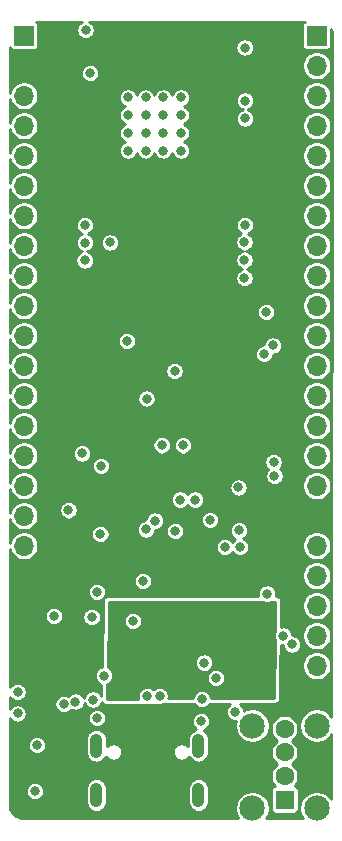
<source format=gbr>
%TF.GenerationSoftware,KiCad,Pcbnew,5.1.5+dfsg1-2build2*%
%TF.CreationDate,2021-10-10T13:01:52+05:30*%
%TF.ProjectId,USBee32-S2,55534265-6533-4322-9d53-322e6b696361,rev?*%
%TF.SameCoordinates,Original*%
%TF.FileFunction,Copper,L3,Inr*%
%TF.FilePolarity,Positive*%
%FSLAX46Y46*%
G04 Gerber Fmt 4.6, Leading zero omitted, Abs format (unit mm)*
G04 Created by KiCad (PCBNEW 5.1.5+dfsg1-2build2) date 2021-10-10 13:01:52*
%MOMM*%
%LPD*%
G04 APERTURE LIST*
%ADD10C,2.150000*%
%ADD11R,1.600000X1.600000*%
%ADD12C,1.600000*%
%ADD13O,1.700000X1.700000*%
%ADD14R,1.700000X1.700000*%
%ADD15O,1.050000X2.100000*%
%ADD16C,0.800000*%
%ADD17C,0.254000*%
G04 APERTURE END LIST*
D10*
X186780000Y-123430000D03*
X186780000Y-116430000D03*
X192220000Y-116430000D03*
X192220000Y-123430000D03*
D11*
X189500000Y-122700000D03*
D12*
X189500000Y-120700000D03*
X189500000Y-118700000D03*
X189500000Y-116700000D03*
D13*
X192220000Y-111355000D03*
X192220000Y-108815000D03*
X192220000Y-106275000D03*
X192220000Y-103735000D03*
X192220000Y-101195000D03*
X192220000Y-98655000D03*
X192220000Y-96115000D03*
X192220000Y-93575000D03*
X192220000Y-91035000D03*
X192220000Y-88495000D03*
X192220000Y-85955000D03*
X192220000Y-83415000D03*
X192220000Y-80875000D03*
X192220000Y-78335000D03*
X192220000Y-75795000D03*
X192220000Y-73255000D03*
X192220000Y-70715000D03*
X192220000Y-68175000D03*
X192220000Y-65635000D03*
X192220000Y-63095000D03*
X192220000Y-60555000D03*
D14*
X192220000Y-58015000D03*
D15*
X182213980Y-122308620D03*
X173573980Y-122308620D03*
X182213980Y-118128620D03*
X173573980Y-118128620D03*
D13*
X167430000Y-101195000D03*
X167430000Y-98655000D03*
X167430000Y-96115000D03*
X167430000Y-93575000D03*
X167430000Y-91035000D03*
X167430000Y-88495000D03*
X167430000Y-85955000D03*
X167430000Y-83415000D03*
X167430000Y-80875000D03*
X167430000Y-78335000D03*
X167430000Y-75795000D03*
X167430000Y-73255000D03*
X167430000Y-70715000D03*
X167430000Y-68175000D03*
X167430000Y-65635000D03*
X167430000Y-63095000D03*
X167430000Y-60555000D03*
D14*
X167430000Y-58015000D03*
D16*
X169968340Y-107150520D03*
X173168340Y-107250520D03*
X176234700Y-63246300D03*
X177734700Y-63246300D03*
X179234700Y-63246300D03*
X180734700Y-63246300D03*
X176234700Y-64746300D03*
X177734700Y-64746300D03*
X179234700Y-64746300D03*
X180734700Y-64746300D03*
X176234700Y-66246300D03*
X177734700Y-66246300D03*
X179234700Y-66246300D03*
X180734700Y-66246300D03*
X176234700Y-67746300D03*
X177734700Y-67746300D03*
X179234700Y-67746300D03*
X180734700Y-67746300D03*
X172649100Y-57552500D03*
X177818000Y-88743700D03*
X187952600Y-81425960D03*
X180192500Y-86392900D03*
X176141600Y-83854200D03*
X172357000Y-93379200D03*
X168550000Y-118090000D03*
X168350000Y-121990000D03*
X182500000Y-114200000D03*
X173629320Y-115793520D03*
X173275000Y-114225000D03*
X174200000Y-112200000D03*
X183200000Y-99000000D03*
X182700000Y-111100000D03*
X166900000Y-113600000D03*
X166900000Y-115400000D03*
X179100000Y-92700000D03*
X180900000Y-92700000D03*
X173900000Y-100200000D03*
X177500000Y-104200000D03*
X176649380Y-107561380D03*
X182443120Y-116060220D03*
X185597800Y-96266000D03*
X188036200Y-105257600D03*
X184988200Y-103835200D03*
X186504800Y-89640320D03*
X186504800Y-87699760D03*
X179829680Y-82350520D03*
X180192500Y-88692900D03*
X176093340Y-88700520D03*
X172280800Y-83854200D03*
X175700000Y-92700000D03*
X177400000Y-92700000D03*
X170300000Y-97100000D03*
X186121260Y-59020620D03*
X171800000Y-114400000D03*
X173963445Y-94433805D03*
X186164440Y-63511340D03*
X181925000Y-97300000D03*
X186154280Y-65020100D03*
X180655000Y-97300000D03*
X185725000Y-101300000D03*
X185634998Y-99900000D03*
X178918980Y-113925720D03*
X178506512Y-99076668D03*
X177868980Y-113925720D03*
X177764048Y-99819132D03*
X176500000Y-109700000D03*
X184900000Y-110900000D03*
X181300000Y-111200000D03*
X188569600Y-94132396D03*
X183159100Y-108000800D03*
X188039200Y-107518200D03*
X186639200Y-106527600D03*
X173050000Y-61200000D03*
X170800000Y-114600000D03*
X171200000Y-98200000D03*
X180243480Y-99951540D03*
X184439560Y-101310440D03*
X186103482Y-78525280D03*
X172577980Y-77039380D03*
X172588140Y-75528080D03*
X172593220Y-74062500D03*
X174700390Y-75525540D03*
X173600000Y-105100000D03*
X188645800Y-95300801D03*
X186106020Y-77029220D03*
X186103480Y-75487440D03*
X186133960Y-74037100D03*
X187756408Y-84986252D03*
X189384548Y-108813208D03*
X183675020Y-112410240D03*
X188498872Y-84243788D03*
X190127012Y-109555672D03*
X185295540Y-115252500D03*
D17*
G36*
X191157304Y-56846678D02*
G01*
X191099289Y-56894289D01*
X191051678Y-56952304D01*
X191016299Y-57018492D01*
X190994513Y-57090311D01*
X190987157Y-57165000D01*
X190987157Y-58865000D01*
X190994513Y-58939689D01*
X191016299Y-59011508D01*
X191051678Y-59077696D01*
X191099289Y-59135711D01*
X191157304Y-59183322D01*
X191223492Y-59218701D01*
X191295311Y-59240487D01*
X191370000Y-59247843D01*
X193070000Y-59247843D01*
X193144689Y-59240487D01*
X193216508Y-59218701D01*
X193282696Y-59183322D01*
X193340711Y-59135711D01*
X193388322Y-59077696D01*
X193423701Y-59011508D01*
X193445487Y-58939689D01*
X193452843Y-58865000D01*
X193452843Y-57471213D01*
X193466612Y-57496677D01*
X193529718Y-57700542D01*
X193540245Y-57800695D01*
X193475781Y-115688679D01*
X193350949Y-115501854D01*
X193148146Y-115299051D01*
X192909675Y-115139710D01*
X192644700Y-115029953D01*
X192363403Y-114974000D01*
X192076597Y-114974000D01*
X191795300Y-115029953D01*
X191530325Y-115139710D01*
X191291854Y-115299051D01*
X191089051Y-115501854D01*
X190929710Y-115740325D01*
X190819953Y-116005300D01*
X190764000Y-116286597D01*
X190764000Y-116573403D01*
X190819953Y-116854700D01*
X190929710Y-117119675D01*
X191089051Y-117358146D01*
X191291854Y-117560949D01*
X191530325Y-117720290D01*
X191795300Y-117830047D01*
X192076597Y-117886000D01*
X192363403Y-117886000D01*
X192644700Y-117830047D01*
X192909675Y-117720290D01*
X193148146Y-117560949D01*
X193350949Y-117358146D01*
X193474128Y-117173796D01*
X193467999Y-122677032D01*
X193350949Y-122501854D01*
X193148146Y-122299051D01*
X192909675Y-122139710D01*
X192644700Y-122029953D01*
X192363403Y-121974000D01*
X192076597Y-121974000D01*
X191795300Y-122029953D01*
X191530325Y-122139710D01*
X191291854Y-122299051D01*
X191089051Y-122501854D01*
X190929710Y-122740325D01*
X190819953Y-123005300D01*
X190764000Y-123286597D01*
X190764000Y-123573403D01*
X190819953Y-123854700D01*
X190929710Y-124119675D01*
X191031031Y-124271312D01*
X187971308Y-124267813D01*
X188070290Y-124119675D01*
X188180047Y-123854700D01*
X188236000Y-123573403D01*
X188236000Y-123286597D01*
X188180047Y-123005300D01*
X188070290Y-122740325D01*
X187910949Y-122501854D01*
X187708146Y-122299051D01*
X187469675Y-122139710D01*
X187204700Y-122029953D01*
X186923403Y-121974000D01*
X186636597Y-121974000D01*
X186355300Y-122029953D01*
X186090325Y-122139710D01*
X185851854Y-122299051D01*
X185649051Y-122501854D01*
X185489710Y-122740325D01*
X185379953Y-123005300D01*
X185324000Y-123286597D01*
X185324000Y-123573403D01*
X185379953Y-123854700D01*
X185489710Y-124119675D01*
X185586870Y-124265086D01*
X167193431Y-124244050D01*
X166988158Y-124199865D01*
X166792481Y-124115400D01*
X166616933Y-123994534D01*
X166468206Y-123841874D01*
X166351962Y-123663232D01*
X166272630Y-123465416D01*
X166231205Y-123245175D01*
X166227043Y-123150832D01*
X166227024Y-121913078D01*
X167569000Y-121913078D01*
X167569000Y-122066922D01*
X167599013Y-122217809D01*
X167657887Y-122359942D01*
X167743358Y-122487859D01*
X167852141Y-122596642D01*
X167980058Y-122682113D01*
X168122191Y-122740987D01*
X168273078Y-122771000D01*
X168426922Y-122771000D01*
X168577809Y-122740987D01*
X168719942Y-122682113D01*
X168847859Y-122596642D01*
X168956642Y-122487859D01*
X169042113Y-122359942D01*
X169100987Y-122217809D01*
X169131000Y-122066922D01*
X169131000Y-121913078D01*
X169100987Y-121762191D01*
X169091431Y-121739120D01*
X172667980Y-121739120D01*
X172667981Y-122878121D01*
X172681091Y-123011227D01*
X172732897Y-123182008D01*
X172817025Y-123339402D01*
X172930243Y-123477358D01*
X173068199Y-123590576D01*
X173225593Y-123674704D01*
X173396374Y-123726510D01*
X173573980Y-123744003D01*
X173751587Y-123726510D01*
X173922368Y-123674704D01*
X174079762Y-123590576D01*
X174217718Y-123477358D01*
X174330936Y-123339402D01*
X174415064Y-123182008D01*
X174466870Y-123011227D01*
X174479980Y-122878121D01*
X174479980Y-121739120D01*
X181307980Y-121739120D01*
X181307981Y-122878121D01*
X181321091Y-123011227D01*
X181372897Y-123182008D01*
X181457025Y-123339402D01*
X181570243Y-123477358D01*
X181708199Y-123590576D01*
X181865593Y-123674704D01*
X182036374Y-123726510D01*
X182213980Y-123744003D01*
X182391587Y-123726510D01*
X182562368Y-123674704D01*
X182719762Y-123590576D01*
X182857718Y-123477358D01*
X182970936Y-123339402D01*
X183055064Y-123182008D01*
X183106870Y-123011227D01*
X183119980Y-122878121D01*
X183119980Y-121900000D01*
X188317157Y-121900000D01*
X188317157Y-123500000D01*
X188324513Y-123574689D01*
X188346299Y-123646508D01*
X188381678Y-123712696D01*
X188429289Y-123770711D01*
X188487304Y-123818322D01*
X188553492Y-123853701D01*
X188625311Y-123875487D01*
X188700000Y-123882843D01*
X190300000Y-123882843D01*
X190374689Y-123875487D01*
X190446508Y-123853701D01*
X190512696Y-123818322D01*
X190570711Y-123770711D01*
X190618322Y-123712696D01*
X190653701Y-123646508D01*
X190675487Y-123574689D01*
X190682843Y-123500000D01*
X190682843Y-121900000D01*
X190675487Y-121825311D01*
X190653701Y-121753492D01*
X190618322Y-121687304D01*
X190570711Y-121629289D01*
X190512696Y-121581678D01*
X190446508Y-121546299D01*
X190374689Y-121524513D01*
X190348274Y-121521911D01*
X190417342Y-121452843D01*
X190546588Y-121259413D01*
X190635614Y-121044485D01*
X190681000Y-120816318D01*
X190681000Y-120583682D01*
X190635614Y-120355515D01*
X190546588Y-120140587D01*
X190417342Y-119947157D01*
X190252843Y-119782658D01*
X190129137Y-119700000D01*
X190252843Y-119617342D01*
X190417342Y-119452843D01*
X190546588Y-119259413D01*
X190635614Y-119044485D01*
X190681000Y-118816318D01*
X190681000Y-118583682D01*
X190635614Y-118355515D01*
X190546588Y-118140587D01*
X190417342Y-117947157D01*
X190252843Y-117782658D01*
X190129137Y-117700000D01*
X190252843Y-117617342D01*
X190417342Y-117452843D01*
X190546588Y-117259413D01*
X190635614Y-117044485D01*
X190681000Y-116816318D01*
X190681000Y-116583682D01*
X190635614Y-116355515D01*
X190546588Y-116140587D01*
X190417342Y-115947157D01*
X190252843Y-115782658D01*
X190059413Y-115653412D01*
X189844485Y-115564386D01*
X189616318Y-115519000D01*
X189383682Y-115519000D01*
X189155515Y-115564386D01*
X188940587Y-115653412D01*
X188747157Y-115782658D01*
X188582658Y-115947157D01*
X188453412Y-116140587D01*
X188364386Y-116355515D01*
X188319000Y-116583682D01*
X188319000Y-116816318D01*
X188364386Y-117044485D01*
X188453412Y-117259413D01*
X188582658Y-117452843D01*
X188747157Y-117617342D01*
X188870863Y-117700000D01*
X188747157Y-117782658D01*
X188582658Y-117947157D01*
X188453412Y-118140587D01*
X188364386Y-118355515D01*
X188319000Y-118583682D01*
X188319000Y-118816318D01*
X188364386Y-119044485D01*
X188453412Y-119259413D01*
X188582658Y-119452843D01*
X188747157Y-119617342D01*
X188870863Y-119700000D01*
X188747157Y-119782658D01*
X188582658Y-119947157D01*
X188453412Y-120140587D01*
X188364386Y-120355515D01*
X188319000Y-120583682D01*
X188319000Y-120816318D01*
X188364386Y-121044485D01*
X188453412Y-121259413D01*
X188582658Y-121452843D01*
X188651726Y-121521911D01*
X188625311Y-121524513D01*
X188553492Y-121546299D01*
X188487304Y-121581678D01*
X188429289Y-121629289D01*
X188381678Y-121687304D01*
X188346299Y-121753492D01*
X188324513Y-121825311D01*
X188317157Y-121900000D01*
X183119980Y-121900000D01*
X183119980Y-121739119D01*
X183106870Y-121606013D01*
X183055064Y-121435232D01*
X182970936Y-121277838D01*
X182857718Y-121139882D01*
X182719761Y-121026664D01*
X182562367Y-120942536D01*
X182391586Y-120890730D01*
X182213980Y-120873237D01*
X182036373Y-120890730D01*
X181865592Y-120942536D01*
X181708198Y-121026664D01*
X181570242Y-121139882D01*
X181457024Y-121277839D01*
X181372896Y-121435233D01*
X181321090Y-121606014D01*
X181307980Y-121739120D01*
X174479980Y-121739120D01*
X174479980Y-121739119D01*
X174466870Y-121606013D01*
X174415064Y-121435232D01*
X174330936Y-121277838D01*
X174217718Y-121139882D01*
X174079761Y-121026664D01*
X173922367Y-120942536D01*
X173751586Y-120890730D01*
X173573980Y-120873237D01*
X173396373Y-120890730D01*
X173225592Y-120942536D01*
X173068198Y-121026664D01*
X172930242Y-121139882D01*
X172817024Y-121277839D01*
X172732896Y-121435233D01*
X172681090Y-121606014D01*
X172667980Y-121739120D01*
X169091431Y-121739120D01*
X169042113Y-121620058D01*
X168956642Y-121492141D01*
X168847859Y-121383358D01*
X168719942Y-121297887D01*
X168577809Y-121239013D01*
X168426922Y-121209000D01*
X168273078Y-121209000D01*
X168122191Y-121239013D01*
X167980058Y-121297887D01*
X167852141Y-121383358D01*
X167743358Y-121492141D01*
X167657887Y-121620058D01*
X167599013Y-121762191D01*
X167569000Y-121913078D01*
X166227024Y-121913078D01*
X166226961Y-118013078D01*
X167769000Y-118013078D01*
X167769000Y-118166922D01*
X167799013Y-118317809D01*
X167857887Y-118459942D01*
X167943358Y-118587859D01*
X168052141Y-118696642D01*
X168180058Y-118782113D01*
X168322191Y-118840987D01*
X168473078Y-118871000D01*
X168626922Y-118871000D01*
X168777809Y-118840987D01*
X168919942Y-118782113D01*
X169047859Y-118696642D01*
X169156642Y-118587859D01*
X169242113Y-118459942D01*
X169300987Y-118317809D01*
X169331000Y-118166922D01*
X169331000Y-118013078D01*
X169300987Y-117862191D01*
X169242113Y-117720058D01*
X169156642Y-117592141D01*
X169123621Y-117559120D01*
X172667980Y-117559120D01*
X172667981Y-118698121D01*
X172681091Y-118831227D01*
X172732897Y-119002008D01*
X172817025Y-119159402D01*
X172930243Y-119297358D01*
X173068199Y-119410576D01*
X173225593Y-119494704D01*
X173396374Y-119546510D01*
X173573980Y-119564003D01*
X173751587Y-119546510D01*
X173922368Y-119494704D01*
X174079762Y-119410576D01*
X174217718Y-119297358D01*
X174330936Y-119159402D01*
X174388040Y-119052566D01*
X174436175Y-119124605D01*
X174537995Y-119226425D01*
X174657722Y-119306424D01*
X174790755Y-119361528D01*
X174931983Y-119389620D01*
X175075977Y-119389620D01*
X175217205Y-119361528D01*
X175350238Y-119306424D01*
X175469965Y-119226425D01*
X175571785Y-119124605D01*
X175651784Y-119004878D01*
X175706888Y-118871845D01*
X175734980Y-118730617D01*
X175734980Y-118586623D01*
X180052980Y-118586623D01*
X180052980Y-118730617D01*
X180081072Y-118871845D01*
X180136176Y-119004878D01*
X180216175Y-119124605D01*
X180317995Y-119226425D01*
X180437722Y-119306424D01*
X180570755Y-119361528D01*
X180711983Y-119389620D01*
X180855977Y-119389620D01*
X180997205Y-119361528D01*
X181130238Y-119306424D01*
X181249965Y-119226425D01*
X181351785Y-119124605D01*
X181399920Y-119052565D01*
X181457025Y-119159402D01*
X181570243Y-119297358D01*
X181708199Y-119410576D01*
X181865593Y-119494704D01*
X182036374Y-119546510D01*
X182213980Y-119564003D01*
X182391587Y-119546510D01*
X182562368Y-119494704D01*
X182719762Y-119410576D01*
X182857718Y-119297358D01*
X182970936Y-119159402D01*
X183055064Y-119002008D01*
X183106870Y-118831227D01*
X183119980Y-118698121D01*
X183119980Y-117559119D01*
X183106870Y-117426013D01*
X183055064Y-117255232D01*
X182970936Y-117097838D01*
X182857718Y-116959882D01*
X182719761Y-116846664D01*
X182658172Y-116813744D01*
X182670929Y-116811207D01*
X182813062Y-116752333D01*
X182940979Y-116666862D01*
X183049762Y-116558079D01*
X183135233Y-116430162D01*
X183194107Y-116288029D01*
X183224120Y-116137142D01*
X183224120Y-115983298D01*
X183194107Y-115832411D01*
X183135233Y-115690278D01*
X183049762Y-115562361D01*
X182940979Y-115453578D01*
X182813062Y-115368107D01*
X182670929Y-115309233D01*
X182520042Y-115279220D01*
X182366198Y-115279220D01*
X182215311Y-115309233D01*
X182073178Y-115368107D01*
X181945261Y-115453578D01*
X181836478Y-115562361D01*
X181751007Y-115690278D01*
X181692133Y-115832411D01*
X181662120Y-115983298D01*
X181662120Y-116137142D01*
X181692133Y-116288029D01*
X181751007Y-116430162D01*
X181836478Y-116558079D01*
X181945261Y-116666862D01*
X182018864Y-116716041D01*
X181865592Y-116762536D01*
X181708198Y-116846664D01*
X181570242Y-116959882D01*
X181457024Y-117097839D01*
X181372896Y-117255233D01*
X181321090Y-117426014D01*
X181307980Y-117559120D01*
X181307981Y-118148831D01*
X181249965Y-118090815D01*
X181130238Y-118010816D01*
X180997205Y-117955712D01*
X180855977Y-117927620D01*
X180711983Y-117927620D01*
X180570755Y-117955712D01*
X180437722Y-118010816D01*
X180317995Y-118090815D01*
X180216175Y-118192635D01*
X180136176Y-118312362D01*
X180081072Y-118445395D01*
X180052980Y-118586623D01*
X175734980Y-118586623D01*
X175706888Y-118445395D01*
X175651784Y-118312362D01*
X175571785Y-118192635D01*
X175469965Y-118090815D01*
X175350238Y-118010816D01*
X175217205Y-117955712D01*
X175075977Y-117927620D01*
X174931983Y-117927620D01*
X174790755Y-117955712D01*
X174657722Y-118010816D01*
X174537995Y-118090815D01*
X174479980Y-118148830D01*
X174479980Y-117559119D01*
X174466870Y-117426013D01*
X174415064Y-117255232D01*
X174330936Y-117097838D01*
X174217718Y-116959882D01*
X174079761Y-116846664D01*
X173922367Y-116762536D01*
X173751586Y-116710730D01*
X173573980Y-116693237D01*
X173396373Y-116710730D01*
X173225592Y-116762536D01*
X173068198Y-116846664D01*
X172930242Y-116959882D01*
X172817024Y-117097839D01*
X172732896Y-117255233D01*
X172681090Y-117426014D01*
X172667980Y-117559120D01*
X169123621Y-117559120D01*
X169047859Y-117483358D01*
X168919942Y-117397887D01*
X168777809Y-117339013D01*
X168626922Y-117309000D01*
X168473078Y-117309000D01*
X168322191Y-117339013D01*
X168180058Y-117397887D01*
X168052141Y-117483358D01*
X167943358Y-117592141D01*
X167857887Y-117720058D01*
X167799013Y-117862191D01*
X167769000Y-118013078D01*
X166226961Y-118013078D01*
X166226925Y-115798434D01*
X166293358Y-115897859D01*
X166402141Y-116006642D01*
X166530058Y-116092113D01*
X166672191Y-116150987D01*
X166823078Y-116181000D01*
X166976922Y-116181000D01*
X167127809Y-116150987D01*
X167269942Y-116092113D01*
X167397859Y-116006642D01*
X167506642Y-115897859D01*
X167592113Y-115769942D01*
X167614209Y-115716598D01*
X172848320Y-115716598D01*
X172848320Y-115870442D01*
X172878333Y-116021329D01*
X172937207Y-116163462D01*
X173022678Y-116291379D01*
X173131461Y-116400162D01*
X173259378Y-116485633D01*
X173401511Y-116544507D01*
X173552398Y-116574520D01*
X173706242Y-116574520D01*
X173857129Y-116544507D01*
X173999262Y-116485633D01*
X174127179Y-116400162D01*
X174235962Y-116291379D01*
X174321433Y-116163462D01*
X174380307Y-116021329D01*
X174410320Y-115870442D01*
X174410320Y-115716598D01*
X174380307Y-115565711D01*
X174321433Y-115423578D01*
X174235962Y-115295661D01*
X174127179Y-115186878D01*
X173999262Y-115101407D01*
X173857129Y-115042533D01*
X173706242Y-115012520D01*
X173552398Y-115012520D01*
X173401511Y-115042533D01*
X173259378Y-115101407D01*
X173131461Y-115186878D01*
X173022678Y-115295661D01*
X172937207Y-115423578D01*
X172878333Y-115565711D01*
X172848320Y-115716598D01*
X167614209Y-115716598D01*
X167650987Y-115627809D01*
X167681000Y-115476922D01*
X167681000Y-115323078D01*
X167650987Y-115172191D01*
X167592113Y-115030058D01*
X167506642Y-114902141D01*
X167397859Y-114793358D01*
X167269942Y-114707887D01*
X167127809Y-114649013D01*
X166976922Y-114619000D01*
X166823078Y-114619000D01*
X166672191Y-114649013D01*
X166530058Y-114707887D01*
X166402141Y-114793358D01*
X166293358Y-114902141D01*
X166226912Y-115001585D01*
X166226905Y-114523078D01*
X170019000Y-114523078D01*
X170019000Y-114676922D01*
X170049013Y-114827809D01*
X170107887Y-114969942D01*
X170193358Y-115097859D01*
X170302141Y-115206642D01*
X170430058Y-115292113D01*
X170572191Y-115350987D01*
X170723078Y-115381000D01*
X170876922Y-115381000D01*
X171027809Y-115350987D01*
X171169942Y-115292113D01*
X171297859Y-115206642D01*
X171406642Y-115097859D01*
X171416524Y-115083070D01*
X171430058Y-115092113D01*
X171572191Y-115150987D01*
X171723078Y-115181000D01*
X171876922Y-115181000D01*
X172027809Y-115150987D01*
X172169942Y-115092113D01*
X172297859Y-115006642D01*
X172406642Y-114897859D01*
X172492113Y-114769942D01*
X172550987Y-114627809D01*
X172565753Y-114553576D01*
X172582887Y-114594942D01*
X172668358Y-114722859D01*
X172777141Y-114831642D01*
X172905058Y-114917113D01*
X173047191Y-114975987D01*
X173198078Y-115006000D01*
X173351922Y-115006000D01*
X173502809Y-114975987D01*
X173644942Y-114917113D01*
X173772859Y-114831642D01*
X173881642Y-114722859D01*
X173967113Y-114594942D01*
X174017896Y-114472341D01*
X174039733Y-114512429D01*
X174087570Y-114569788D01*
X174145678Y-114616713D01*
X174211824Y-114651399D01*
X174283466Y-114672515D01*
X174357851Y-114679248D01*
X177585716Y-114653737D01*
X177641171Y-114676707D01*
X177792058Y-114706720D01*
X177945902Y-114706720D01*
X178096789Y-114676707D01*
X178163263Y-114649172D01*
X178616057Y-114645594D01*
X178691171Y-114676707D01*
X178842058Y-114706720D01*
X178995902Y-114706720D01*
X179146789Y-114676707D01*
X179233687Y-114640712D01*
X181841403Y-114620102D01*
X181893358Y-114697859D01*
X182002141Y-114806642D01*
X182130058Y-114892113D01*
X182272191Y-114950987D01*
X182423078Y-114981000D01*
X182576922Y-114981000D01*
X182727809Y-114950987D01*
X182869942Y-114892113D01*
X182997859Y-114806642D01*
X183106642Y-114697859D01*
X183165590Y-114609637D01*
X184872075Y-114596149D01*
X184797681Y-114645858D01*
X184688898Y-114754641D01*
X184603427Y-114882558D01*
X184544553Y-115024691D01*
X184514540Y-115175578D01*
X184514540Y-115329422D01*
X184544553Y-115480309D01*
X184603427Y-115622442D01*
X184688898Y-115750359D01*
X184797681Y-115859142D01*
X184925598Y-115944613D01*
X185067731Y-116003487D01*
X185218618Y-116033500D01*
X185372462Y-116033500D01*
X185374421Y-116033110D01*
X185324000Y-116286597D01*
X185324000Y-116573403D01*
X185379953Y-116854700D01*
X185489710Y-117119675D01*
X185649051Y-117358146D01*
X185851854Y-117560949D01*
X186090325Y-117720290D01*
X186355300Y-117830047D01*
X186636597Y-117886000D01*
X186923403Y-117886000D01*
X187204700Y-117830047D01*
X187469675Y-117720290D01*
X187708146Y-117560949D01*
X187910949Y-117358146D01*
X188070290Y-117119675D01*
X188180047Y-116854700D01*
X188236000Y-116573403D01*
X188236000Y-116286597D01*
X188180047Y-116005300D01*
X188070290Y-115740325D01*
X187910949Y-115501854D01*
X187708146Y-115299051D01*
X187469675Y-115139710D01*
X187204700Y-115029953D01*
X186923403Y-114974000D01*
X186636597Y-114974000D01*
X186355300Y-115029953D01*
X186090325Y-115139710D01*
X186071860Y-115152048D01*
X186046527Y-115024691D01*
X185987653Y-114882558D01*
X185902182Y-114754641D01*
X185793399Y-114645858D01*
X185709104Y-114589534D01*
X188709826Y-114565818D01*
X188775233Y-114559637D01*
X188847040Y-114539087D01*
X188913458Y-114504923D01*
X188971934Y-114458459D01*
X189020222Y-114401479D01*
X189056466Y-114336174D01*
X189079274Y-114265052D01*
X189087767Y-114190847D01*
X189134476Y-111233757D01*
X190989000Y-111233757D01*
X190989000Y-111476243D01*
X191036307Y-111714069D01*
X191129102Y-111938097D01*
X191263820Y-112139717D01*
X191435283Y-112311180D01*
X191636903Y-112445898D01*
X191860931Y-112538693D01*
X192098757Y-112586000D01*
X192341243Y-112586000D01*
X192579069Y-112538693D01*
X192803097Y-112445898D01*
X193004717Y-112311180D01*
X193176180Y-112139717D01*
X193310898Y-111938097D01*
X193403693Y-111714069D01*
X193451000Y-111476243D01*
X193451000Y-111233757D01*
X193403693Y-110995931D01*
X193310898Y-110771903D01*
X193176180Y-110570283D01*
X193004717Y-110398820D01*
X192803097Y-110264102D01*
X192579069Y-110171307D01*
X192341243Y-110124000D01*
X192098757Y-110124000D01*
X191860931Y-110171307D01*
X191636903Y-110264102D01*
X191435283Y-110398820D01*
X191263820Y-110570283D01*
X191129102Y-110771903D01*
X191036307Y-110995931D01*
X190989000Y-111233757D01*
X189134476Y-111233757D01*
X189160835Y-109565010D01*
X189307626Y-109594208D01*
X189346012Y-109594208D01*
X189346012Y-109632594D01*
X189376025Y-109783481D01*
X189434899Y-109925614D01*
X189520370Y-110053531D01*
X189629153Y-110162314D01*
X189757070Y-110247785D01*
X189899203Y-110306659D01*
X190050090Y-110336672D01*
X190203934Y-110336672D01*
X190354821Y-110306659D01*
X190496954Y-110247785D01*
X190624871Y-110162314D01*
X190733654Y-110053531D01*
X190819125Y-109925614D01*
X190877999Y-109783481D01*
X190908012Y-109632594D01*
X190908012Y-109478750D01*
X190877999Y-109327863D01*
X190819125Y-109185730D01*
X190733654Y-109057813D01*
X190624871Y-108949030D01*
X190496954Y-108863559D01*
X190354821Y-108804685D01*
X190203934Y-108774672D01*
X190165548Y-108774672D01*
X190165548Y-108736286D01*
X190157089Y-108693757D01*
X190989000Y-108693757D01*
X190989000Y-108936243D01*
X191036307Y-109174069D01*
X191129102Y-109398097D01*
X191263820Y-109599717D01*
X191435283Y-109771180D01*
X191636903Y-109905898D01*
X191860931Y-109998693D01*
X192098757Y-110046000D01*
X192341243Y-110046000D01*
X192579069Y-109998693D01*
X192803097Y-109905898D01*
X193004717Y-109771180D01*
X193176180Y-109599717D01*
X193310898Y-109398097D01*
X193403693Y-109174069D01*
X193451000Y-108936243D01*
X193451000Y-108693757D01*
X193403693Y-108455931D01*
X193310898Y-108231903D01*
X193176180Y-108030283D01*
X193004717Y-107858820D01*
X192803097Y-107724102D01*
X192579069Y-107631307D01*
X192341243Y-107584000D01*
X192098757Y-107584000D01*
X191860931Y-107631307D01*
X191636903Y-107724102D01*
X191435283Y-107858820D01*
X191263820Y-108030283D01*
X191129102Y-108231903D01*
X191036307Y-108455931D01*
X190989000Y-108693757D01*
X190157089Y-108693757D01*
X190135535Y-108585399D01*
X190076661Y-108443266D01*
X189991190Y-108315349D01*
X189882407Y-108206566D01*
X189754490Y-108121095D01*
X189612357Y-108062221D01*
X189461470Y-108032208D01*
X189307626Y-108032208D01*
X189184660Y-108056667D01*
X189214717Y-106153757D01*
X190989000Y-106153757D01*
X190989000Y-106396243D01*
X191036307Y-106634069D01*
X191129102Y-106858097D01*
X191263820Y-107059717D01*
X191435283Y-107231180D01*
X191636903Y-107365898D01*
X191860931Y-107458693D01*
X192098757Y-107506000D01*
X192341243Y-107506000D01*
X192579069Y-107458693D01*
X192803097Y-107365898D01*
X193004717Y-107231180D01*
X193176180Y-107059717D01*
X193310898Y-106858097D01*
X193403693Y-106634069D01*
X193451000Y-106396243D01*
X193451000Y-106153757D01*
X193403693Y-105915931D01*
X193310898Y-105691903D01*
X193176180Y-105490283D01*
X193004717Y-105318820D01*
X192803097Y-105184102D01*
X192579069Y-105091307D01*
X192341243Y-105044000D01*
X192098757Y-105044000D01*
X191860931Y-105091307D01*
X191636903Y-105184102D01*
X191435283Y-105318820D01*
X191263820Y-105490283D01*
X191129102Y-105691903D01*
X191036307Y-105915931D01*
X190989000Y-106153757D01*
X189214717Y-106153757D01*
X189219737Y-105835987D01*
X189212403Y-105755332D01*
X189190663Y-105683877D01*
X189155400Y-105618036D01*
X189107970Y-105560340D01*
X189050195Y-105513005D01*
X188984297Y-105477852D01*
X188912806Y-105456230D01*
X188838470Y-105448970D01*
X188794428Y-105449006D01*
X188817200Y-105334522D01*
X188817200Y-105180678D01*
X188787187Y-105029791D01*
X188728313Y-104887658D01*
X188642842Y-104759741D01*
X188534059Y-104650958D01*
X188406142Y-104565487D01*
X188264009Y-104506613D01*
X188113122Y-104476600D01*
X187959278Y-104476600D01*
X187808391Y-104506613D01*
X187666258Y-104565487D01*
X187538341Y-104650958D01*
X187429558Y-104759741D01*
X187344087Y-104887658D01*
X187285213Y-105029791D01*
X187255200Y-105180678D01*
X187255200Y-105334522D01*
X187278221Y-105450259D01*
X174518115Y-105460800D01*
X174451342Y-105466753D01*
X174379463Y-105487048D01*
X174312924Y-105520975D01*
X174254283Y-105567232D01*
X174205793Y-105624040D01*
X174169318Y-105689217D01*
X174146258Y-105760257D01*
X174137501Y-105834431D01*
X174029106Y-111437692D01*
X173972191Y-111449013D01*
X173830058Y-111507887D01*
X173702141Y-111593358D01*
X173593358Y-111702141D01*
X173507887Y-111830058D01*
X173449013Y-111972191D01*
X173419000Y-112123078D01*
X173419000Y-112276922D01*
X173449013Y-112427809D01*
X173507887Y-112569942D01*
X173593358Y-112697859D01*
X173702141Y-112806642D01*
X173830058Y-112892113D01*
X173972191Y-112950987D01*
X173999725Y-112956464D01*
X173981663Y-113890184D01*
X173967113Y-113855058D01*
X173881642Y-113727141D01*
X173772859Y-113618358D01*
X173644942Y-113532887D01*
X173502809Y-113474013D01*
X173351922Y-113444000D01*
X173198078Y-113444000D01*
X173047191Y-113474013D01*
X172905058Y-113532887D01*
X172777141Y-113618358D01*
X172668358Y-113727141D01*
X172582887Y-113855058D01*
X172524013Y-113997191D01*
X172509247Y-114071424D01*
X172492113Y-114030058D01*
X172406642Y-113902141D01*
X172297859Y-113793358D01*
X172169942Y-113707887D01*
X172027809Y-113649013D01*
X171876922Y-113619000D01*
X171723078Y-113619000D01*
X171572191Y-113649013D01*
X171430058Y-113707887D01*
X171302141Y-113793358D01*
X171193358Y-113902141D01*
X171183476Y-113916930D01*
X171169942Y-113907887D01*
X171027809Y-113849013D01*
X170876922Y-113819000D01*
X170723078Y-113819000D01*
X170572191Y-113849013D01*
X170430058Y-113907887D01*
X170302141Y-113993358D01*
X170193358Y-114102141D01*
X170107887Y-114230058D01*
X170049013Y-114372191D01*
X170019000Y-114523078D01*
X166226905Y-114523078D01*
X166226896Y-113998391D01*
X166293358Y-114097859D01*
X166402141Y-114206642D01*
X166530058Y-114292113D01*
X166672191Y-114350987D01*
X166823078Y-114381000D01*
X166976922Y-114381000D01*
X167127809Y-114350987D01*
X167269942Y-114292113D01*
X167397859Y-114206642D01*
X167506642Y-114097859D01*
X167592113Y-113969942D01*
X167650987Y-113827809D01*
X167681000Y-113676922D01*
X167681000Y-113523078D01*
X167650987Y-113372191D01*
X167592113Y-113230058D01*
X167506642Y-113102141D01*
X167397859Y-112993358D01*
X167269942Y-112907887D01*
X167127809Y-112849013D01*
X166976922Y-112819000D01*
X166823078Y-112819000D01*
X166672191Y-112849013D01*
X166530058Y-112907887D01*
X166402141Y-112993358D01*
X166293358Y-113102141D01*
X166226883Y-113201628D01*
X166226786Y-107073598D01*
X169187340Y-107073598D01*
X169187340Y-107227442D01*
X169217353Y-107378329D01*
X169276227Y-107520462D01*
X169361698Y-107648379D01*
X169470481Y-107757162D01*
X169598398Y-107842633D01*
X169740531Y-107901507D01*
X169891418Y-107931520D01*
X170045262Y-107931520D01*
X170196149Y-107901507D01*
X170338282Y-107842633D01*
X170466199Y-107757162D01*
X170574982Y-107648379D01*
X170660453Y-107520462D01*
X170719327Y-107378329D01*
X170749340Y-107227442D01*
X170749340Y-107173598D01*
X172387340Y-107173598D01*
X172387340Y-107327442D01*
X172417353Y-107478329D01*
X172476227Y-107620462D01*
X172561698Y-107748379D01*
X172670481Y-107857162D01*
X172798398Y-107942633D01*
X172940531Y-108001507D01*
X173091418Y-108031520D01*
X173245262Y-108031520D01*
X173396149Y-108001507D01*
X173538282Y-107942633D01*
X173666199Y-107857162D01*
X173774982Y-107748379D01*
X173860453Y-107620462D01*
X173919327Y-107478329D01*
X173949340Y-107327442D01*
X173949340Y-107173598D01*
X173919327Y-107022711D01*
X173860453Y-106880578D01*
X173774982Y-106752661D01*
X173666199Y-106643878D01*
X173538282Y-106558407D01*
X173396149Y-106499533D01*
X173245262Y-106469520D01*
X173091418Y-106469520D01*
X172940531Y-106499533D01*
X172798398Y-106558407D01*
X172670481Y-106643878D01*
X172561698Y-106752661D01*
X172476227Y-106880578D01*
X172417353Y-107022711D01*
X172387340Y-107173598D01*
X170749340Y-107173598D01*
X170749340Y-107073598D01*
X170719327Y-106922711D01*
X170660453Y-106780578D01*
X170574982Y-106652661D01*
X170466199Y-106543878D01*
X170338282Y-106458407D01*
X170196149Y-106399533D01*
X170045262Y-106369520D01*
X169891418Y-106369520D01*
X169740531Y-106399533D01*
X169598398Y-106458407D01*
X169470481Y-106543878D01*
X169361698Y-106652661D01*
X169276227Y-106780578D01*
X169217353Y-106922711D01*
X169187340Y-107073598D01*
X166226786Y-107073598D01*
X166226754Y-105023078D01*
X172819000Y-105023078D01*
X172819000Y-105176922D01*
X172849013Y-105327809D01*
X172907887Y-105469942D01*
X172993358Y-105597859D01*
X173102141Y-105706642D01*
X173230058Y-105792113D01*
X173372191Y-105850987D01*
X173523078Y-105881000D01*
X173676922Y-105881000D01*
X173827809Y-105850987D01*
X173969942Y-105792113D01*
X174097859Y-105706642D01*
X174206642Y-105597859D01*
X174292113Y-105469942D01*
X174350987Y-105327809D01*
X174381000Y-105176922D01*
X174381000Y-105023078D01*
X174350987Y-104872191D01*
X174292113Y-104730058D01*
X174206642Y-104602141D01*
X174097859Y-104493358D01*
X173969942Y-104407887D01*
X173827809Y-104349013D01*
X173676922Y-104319000D01*
X173523078Y-104319000D01*
X173372191Y-104349013D01*
X173230058Y-104407887D01*
X173102141Y-104493358D01*
X172993358Y-104602141D01*
X172907887Y-104730058D01*
X172849013Y-104872191D01*
X172819000Y-105023078D01*
X166226754Y-105023078D01*
X166226740Y-104123078D01*
X176719000Y-104123078D01*
X176719000Y-104276922D01*
X176749013Y-104427809D01*
X176807887Y-104569942D01*
X176893358Y-104697859D01*
X177002141Y-104806642D01*
X177130058Y-104892113D01*
X177272191Y-104950987D01*
X177423078Y-104981000D01*
X177576922Y-104981000D01*
X177727809Y-104950987D01*
X177869942Y-104892113D01*
X177997859Y-104806642D01*
X178106642Y-104697859D01*
X178192113Y-104569942D01*
X178250987Y-104427809D01*
X178281000Y-104276922D01*
X178281000Y-104123078D01*
X178250987Y-103972191D01*
X178192113Y-103830058D01*
X178106642Y-103702141D01*
X178018258Y-103613757D01*
X190989000Y-103613757D01*
X190989000Y-103856243D01*
X191036307Y-104094069D01*
X191129102Y-104318097D01*
X191263820Y-104519717D01*
X191435283Y-104691180D01*
X191636903Y-104825898D01*
X191860931Y-104918693D01*
X192098757Y-104966000D01*
X192341243Y-104966000D01*
X192579069Y-104918693D01*
X192803097Y-104825898D01*
X193004717Y-104691180D01*
X193176180Y-104519717D01*
X193310898Y-104318097D01*
X193403693Y-104094069D01*
X193451000Y-103856243D01*
X193451000Y-103613757D01*
X193403693Y-103375931D01*
X193310898Y-103151903D01*
X193176180Y-102950283D01*
X193004717Y-102778820D01*
X192803097Y-102644102D01*
X192579069Y-102551307D01*
X192341243Y-102504000D01*
X192098757Y-102504000D01*
X191860931Y-102551307D01*
X191636903Y-102644102D01*
X191435283Y-102778820D01*
X191263820Y-102950283D01*
X191129102Y-103151903D01*
X191036307Y-103375931D01*
X190989000Y-103613757D01*
X178018258Y-103613757D01*
X177997859Y-103593358D01*
X177869942Y-103507887D01*
X177727809Y-103449013D01*
X177576922Y-103419000D01*
X177423078Y-103419000D01*
X177272191Y-103449013D01*
X177130058Y-103507887D01*
X177002141Y-103593358D01*
X176893358Y-103702141D01*
X176807887Y-103830058D01*
X176749013Y-103972191D01*
X176719000Y-104123078D01*
X166226740Y-104123078D01*
X166226696Y-101455477D01*
X166246307Y-101554069D01*
X166339102Y-101778097D01*
X166473820Y-101979717D01*
X166645283Y-102151180D01*
X166846903Y-102285898D01*
X167070931Y-102378693D01*
X167308757Y-102426000D01*
X167551243Y-102426000D01*
X167789069Y-102378693D01*
X168013097Y-102285898D01*
X168214717Y-102151180D01*
X168386180Y-101979717D01*
X168520898Y-101778097D01*
X168613693Y-101554069D01*
X168661000Y-101316243D01*
X168661000Y-101233518D01*
X183658560Y-101233518D01*
X183658560Y-101387362D01*
X183688573Y-101538249D01*
X183747447Y-101680382D01*
X183832918Y-101808299D01*
X183941701Y-101917082D01*
X184069618Y-102002553D01*
X184211751Y-102061427D01*
X184362638Y-102091440D01*
X184516482Y-102091440D01*
X184667369Y-102061427D01*
X184809502Y-102002553D01*
X184937419Y-101917082D01*
X185046202Y-101808299D01*
X185085768Y-101749084D01*
X185118358Y-101797859D01*
X185227141Y-101906642D01*
X185355058Y-101992113D01*
X185497191Y-102050987D01*
X185648078Y-102081000D01*
X185801922Y-102081000D01*
X185952809Y-102050987D01*
X186094942Y-101992113D01*
X186222859Y-101906642D01*
X186331642Y-101797859D01*
X186417113Y-101669942D01*
X186475987Y-101527809D01*
X186506000Y-101376922D01*
X186506000Y-101223078D01*
X186476299Y-101073757D01*
X190989000Y-101073757D01*
X190989000Y-101316243D01*
X191036307Y-101554069D01*
X191129102Y-101778097D01*
X191263820Y-101979717D01*
X191435283Y-102151180D01*
X191636903Y-102285898D01*
X191860931Y-102378693D01*
X192098757Y-102426000D01*
X192341243Y-102426000D01*
X192579069Y-102378693D01*
X192803097Y-102285898D01*
X193004717Y-102151180D01*
X193176180Y-101979717D01*
X193310898Y-101778097D01*
X193403693Y-101554069D01*
X193451000Y-101316243D01*
X193451000Y-101073757D01*
X193403693Y-100835931D01*
X193310898Y-100611903D01*
X193176180Y-100410283D01*
X193004717Y-100238820D01*
X192803097Y-100104102D01*
X192579069Y-100011307D01*
X192341243Y-99964000D01*
X192098757Y-99964000D01*
X191860931Y-100011307D01*
X191636903Y-100104102D01*
X191435283Y-100238820D01*
X191263820Y-100410283D01*
X191129102Y-100611903D01*
X191036307Y-100835931D01*
X190989000Y-101073757D01*
X186476299Y-101073757D01*
X186475987Y-101072191D01*
X186417113Y-100930058D01*
X186331642Y-100802141D01*
X186222859Y-100693358D01*
X186094942Y-100607887D01*
X186024809Y-100578837D01*
X186132857Y-100506642D01*
X186241640Y-100397859D01*
X186327111Y-100269942D01*
X186385985Y-100127809D01*
X186415998Y-99976922D01*
X186415998Y-99823078D01*
X186385985Y-99672191D01*
X186327111Y-99530058D01*
X186241640Y-99402141D01*
X186132857Y-99293358D01*
X186004940Y-99207887D01*
X185862807Y-99149013D01*
X185711920Y-99119000D01*
X185558076Y-99119000D01*
X185407189Y-99149013D01*
X185265056Y-99207887D01*
X185137139Y-99293358D01*
X185028356Y-99402141D01*
X184942885Y-99530058D01*
X184884011Y-99672191D01*
X184853998Y-99823078D01*
X184853998Y-99976922D01*
X184884011Y-100127809D01*
X184942885Y-100269942D01*
X185028356Y-100397859D01*
X185137139Y-100506642D01*
X185265056Y-100592113D01*
X185335189Y-100621163D01*
X185227141Y-100693358D01*
X185118358Y-100802141D01*
X185078792Y-100861356D01*
X185046202Y-100812581D01*
X184937419Y-100703798D01*
X184809502Y-100618327D01*
X184667369Y-100559453D01*
X184516482Y-100529440D01*
X184362638Y-100529440D01*
X184211751Y-100559453D01*
X184069618Y-100618327D01*
X183941701Y-100703798D01*
X183832918Y-100812581D01*
X183747447Y-100940498D01*
X183688573Y-101082631D01*
X183658560Y-101233518D01*
X168661000Y-101233518D01*
X168661000Y-101073757D01*
X168613693Y-100835931D01*
X168520898Y-100611903D01*
X168386180Y-100410283D01*
X168214717Y-100238820D01*
X168041497Y-100123078D01*
X173119000Y-100123078D01*
X173119000Y-100276922D01*
X173149013Y-100427809D01*
X173207887Y-100569942D01*
X173293358Y-100697859D01*
X173402141Y-100806642D01*
X173530058Y-100892113D01*
X173672191Y-100950987D01*
X173823078Y-100981000D01*
X173976922Y-100981000D01*
X174127809Y-100950987D01*
X174269942Y-100892113D01*
X174397859Y-100806642D01*
X174506642Y-100697859D01*
X174592113Y-100569942D01*
X174650987Y-100427809D01*
X174681000Y-100276922D01*
X174681000Y-100123078D01*
X174650987Y-99972191D01*
X174592113Y-99830058D01*
X174533416Y-99742210D01*
X176983048Y-99742210D01*
X176983048Y-99896054D01*
X177013061Y-100046941D01*
X177071935Y-100189074D01*
X177157406Y-100316991D01*
X177266189Y-100425774D01*
X177394106Y-100511245D01*
X177536239Y-100570119D01*
X177687126Y-100600132D01*
X177840970Y-100600132D01*
X177991857Y-100570119D01*
X178133990Y-100511245D01*
X178261907Y-100425774D01*
X178370690Y-100316991D01*
X178456161Y-100189074D01*
X178515035Y-100046941D01*
X178545048Y-99896054D01*
X178545048Y-99874618D01*
X179462480Y-99874618D01*
X179462480Y-100028462D01*
X179492493Y-100179349D01*
X179551367Y-100321482D01*
X179636838Y-100449399D01*
X179745621Y-100558182D01*
X179873538Y-100643653D01*
X180015671Y-100702527D01*
X180166558Y-100732540D01*
X180320402Y-100732540D01*
X180471289Y-100702527D01*
X180613422Y-100643653D01*
X180741339Y-100558182D01*
X180850122Y-100449399D01*
X180935593Y-100321482D01*
X180994467Y-100179349D01*
X181024480Y-100028462D01*
X181024480Y-99874618D01*
X180994467Y-99723731D01*
X180935593Y-99581598D01*
X180850122Y-99453681D01*
X180741339Y-99344898D01*
X180613422Y-99259427D01*
X180471289Y-99200553D01*
X180320402Y-99170540D01*
X180166558Y-99170540D01*
X180015671Y-99200553D01*
X179873538Y-99259427D01*
X179745621Y-99344898D01*
X179636838Y-99453681D01*
X179551367Y-99581598D01*
X179492493Y-99723731D01*
X179462480Y-99874618D01*
X178545048Y-99874618D01*
X178545048Y-99857668D01*
X178583434Y-99857668D01*
X178734321Y-99827655D01*
X178876454Y-99768781D01*
X179004371Y-99683310D01*
X179113154Y-99574527D01*
X179198625Y-99446610D01*
X179257499Y-99304477D01*
X179287512Y-99153590D01*
X179287512Y-98999746D01*
X179272262Y-98923078D01*
X182419000Y-98923078D01*
X182419000Y-99076922D01*
X182449013Y-99227809D01*
X182507887Y-99369942D01*
X182593358Y-99497859D01*
X182702141Y-99606642D01*
X182830058Y-99692113D01*
X182972191Y-99750987D01*
X183123078Y-99781000D01*
X183276922Y-99781000D01*
X183427809Y-99750987D01*
X183569942Y-99692113D01*
X183697859Y-99606642D01*
X183806642Y-99497859D01*
X183892113Y-99369942D01*
X183950987Y-99227809D01*
X183981000Y-99076922D01*
X183981000Y-98923078D01*
X183950987Y-98772191D01*
X183892113Y-98630058D01*
X183806642Y-98502141D01*
X183697859Y-98393358D01*
X183569942Y-98307887D01*
X183427809Y-98249013D01*
X183276922Y-98219000D01*
X183123078Y-98219000D01*
X182972191Y-98249013D01*
X182830058Y-98307887D01*
X182702141Y-98393358D01*
X182593358Y-98502141D01*
X182507887Y-98630058D01*
X182449013Y-98772191D01*
X182419000Y-98923078D01*
X179272262Y-98923078D01*
X179257499Y-98848859D01*
X179198625Y-98706726D01*
X179113154Y-98578809D01*
X179004371Y-98470026D01*
X178876454Y-98384555D01*
X178734321Y-98325681D01*
X178583434Y-98295668D01*
X178429590Y-98295668D01*
X178278703Y-98325681D01*
X178136570Y-98384555D01*
X178008653Y-98470026D01*
X177899870Y-98578809D01*
X177814399Y-98706726D01*
X177755525Y-98848859D01*
X177725512Y-98999746D01*
X177725512Y-99038132D01*
X177687126Y-99038132D01*
X177536239Y-99068145D01*
X177394106Y-99127019D01*
X177266189Y-99212490D01*
X177157406Y-99321273D01*
X177071935Y-99449190D01*
X177013061Y-99591323D01*
X176983048Y-99742210D01*
X174533416Y-99742210D01*
X174506642Y-99702141D01*
X174397859Y-99593358D01*
X174269942Y-99507887D01*
X174127809Y-99449013D01*
X173976922Y-99419000D01*
X173823078Y-99419000D01*
X173672191Y-99449013D01*
X173530058Y-99507887D01*
X173402141Y-99593358D01*
X173293358Y-99702141D01*
X173207887Y-99830058D01*
X173149013Y-99972191D01*
X173119000Y-100123078D01*
X168041497Y-100123078D01*
X168013097Y-100104102D01*
X167789069Y-100011307D01*
X167551243Y-99964000D01*
X167308757Y-99964000D01*
X167070931Y-100011307D01*
X166846903Y-100104102D01*
X166645283Y-100238820D01*
X166473820Y-100410283D01*
X166339102Y-100611903D01*
X166246307Y-100835931D01*
X166226687Y-100934565D01*
X166226655Y-98915272D01*
X166246307Y-99014069D01*
X166339102Y-99238097D01*
X166473820Y-99439717D01*
X166645283Y-99611180D01*
X166846903Y-99745898D01*
X167070931Y-99838693D01*
X167308757Y-99886000D01*
X167551243Y-99886000D01*
X167789069Y-99838693D01*
X168013097Y-99745898D01*
X168214717Y-99611180D01*
X168386180Y-99439717D01*
X168520898Y-99238097D01*
X168613693Y-99014069D01*
X168661000Y-98776243D01*
X168661000Y-98533757D01*
X168613693Y-98295931D01*
X168542096Y-98123078D01*
X170419000Y-98123078D01*
X170419000Y-98276922D01*
X170449013Y-98427809D01*
X170507887Y-98569942D01*
X170593358Y-98697859D01*
X170702141Y-98806642D01*
X170830058Y-98892113D01*
X170972191Y-98950987D01*
X171123078Y-98981000D01*
X171276922Y-98981000D01*
X171427809Y-98950987D01*
X171569942Y-98892113D01*
X171697859Y-98806642D01*
X171806642Y-98697859D01*
X171892113Y-98569942D01*
X171950987Y-98427809D01*
X171981000Y-98276922D01*
X171981000Y-98123078D01*
X171950987Y-97972191D01*
X171892113Y-97830058D01*
X171806642Y-97702141D01*
X171697859Y-97593358D01*
X171569942Y-97507887D01*
X171427809Y-97449013D01*
X171276922Y-97419000D01*
X171123078Y-97419000D01*
X170972191Y-97449013D01*
X170830058Y-97507887D01*
X170702141Y-97593358D01*
X170593358Y-97702141D01*
X170507887Y-97830058D01*
X170449013Y-97972191D01*
X170419000Y-98123078D01*
X168542096Y-98123078D01*
X168520898Y-98071903D01*
X168386180Y-97870283D01*
X168214717Y-97698820D01*
X168013097Y-97564102D01*
X167789069Y-97471307D01*
X167551243Y-97424000D01*
X167308757Y-97424000D01*
X167070931Y-97471307D01*
X166846903Y-97564102D01*
X166645283Y-97698820D01*
X166473820Y-97870283D01*
X166339102Y-98071903D01*
X166246307Y-98295931D01*
X166226647Y-98394769D01*
X166226614Y-96375068D01*
X166246307Y-96474069D01*
X166339102Y-96698097D01*
X166473820Y-96899717D01*
X166645283Y-97071180D01*
X166846903Y-97205898D01*
X167070931Y-97298693D01*
X167308757Y-97346000D01*
X167551243Y-97346000D01*
X167789069Y-97298693D01*
X167971620Y-97223078D01*
X179874000Y-97223078D01*
X179874000Y-97376922D01*
X179904013Y-97527809D01*
X179962887Y-97669942D01*
X180048358Y-97797859D01*
X180157141Y-97906642D01*
X180285058Y-97992113D01*
X180427191Y-98050987D01*
X180578078Y-98081000D01*
X180731922Y-98081000D01*
X180882809Y-98050987D01*
X181024942Y-97992113D01*
X181152859Y-97906642D01*
X181261642Y-97797859D01*
X181290000Y-97755418D01*
X181318358Y-97797859D01*
X181427141Y-97906642D01*
X181555058Y-97992113D01*
X181697191Y-98050987D01*
X181848078Y-98081000D01*
X182001922Y-98081000D01*
X182152809Y-98050987D01*
X182294942Y-97992113D01*
X182422859Y-97906642D01*
X182531642Y-97797859D01*
X182617113Y-97669942D01*
X182675987Y-97527809D01*
X182706000Y-97376922D01*
X182706000Y-97223078D01*
X182675987Y-97072191D01*
X182617113Y-96930058D01*
X182531642Y-96802141D01*
X182422859Y-96693358D01*
X182294942Y-96607887D01*
X182152809Y-96549013D01*
X182001922Y-96519000D01*
X181848078Y-96519000D01*
X181697191Y-96549013D01*
X181555058Y-96607887D01*
X181427141Y-96693358D01*
X181318358Y-96802141D01*
X181290000Y-96844582D01*
X181261642Y-96802141D01*
X181152859Y-96693358D01*
X181024942Y-96607887D01*
X180882809Y-96549013D01*
X180731922Y-96519000D01*
X180578078Y-96519000D01*
X180427191Y-96549013D01*
X180285058Y-96607887D01*
X180157141Y-96693358D01*
X180048358Y-96802141D01*
X179962887Y-96930058D01*
X179904013Y-97072191D01*
X179874000Y-97223078D01*
X167971620Y-97223078D01*
X168013097Y-97205898D01*
X168214717Y-97071180D01*
X168386180Y-96899717D01*
X168520898Y-96698097D01*
X168613693Y-96474069D01*
X168661000Y-96236243D01*
X168661000Y-96189078D01*
X184816800Y-96189078D01*
X184816800Y-96342922D01*
X184846813Y-96493809D01*
X184905687Y-96635942D01*
X184991158Y-96763859D01*
X185099941Y-96872642D01*
X185227858Y-96958113D01*
X185369991Y-97016987D01*
X185520878Y-97047000D01*
X185674722Y-97047000D01*
X185825609Y-97016987D01*
X185967742Y-96958113D01*
X186095659Y-96872642D01*
X186204442Y-96763859D01*
X186289913Y-96635942D01*
X186348787Y-96493809D01*
X186378800Y-96342922D01*
X186378800Y-96189078D01*
X186348787Y-96038191D01*
X186289913Y-95896058D01*
X186204442Y-95768141D01*
X186095659Y-95659358D01*
X185967742Y-95573887D01*
X185825609Y-95515013D01*
X185674722Y-95485000D01*
X185520878Y-95485000D01*
X185369991Y-95515013D01*
X185227858Y-95573887D01*
X185099941Y-95659358D01*
X184991158Y-95768141D01*
X184905687Y-95896058D01*
X184846813Y-96038191D01*
X184816800Y-96189078D01*
X168661000Y-96189078D01*
X168661000Y-95993757D01*
X168613693Y-95755931D01*
X168520898Y-95531903D01*
X168386180Y-95330283D01*
X168214717Y-95158820D01*
X168013097Y-95024102D01*
X167789069Y-94931307D01*
X167551243Y-94884000D01*
X167308757Y-94884000D01*
X167070931Y-94931307D01*
X166846903Y-95024102D01*
X166645283Y-95158820D01*
X166473820Y-95330283D01*
X166339102Y-95531903D01*
X166246307Y-95755931D01*
X166226606Y-95854974D01*
X166226574Y-93834864D01*
X166246307Y-93934069D01*
X166339102Y-94158097D01*
X166473820Y-94359717D01*
X166645283Y-94531180D01*
X166846903Y-94665898D01*
X167070931Y-94758693D01*
X167308757Y-94806000D01*
X167551243Y-94806000D01*
X167789069Y-94758693D01*
X168013097Y-94665898D01*
X168214717Y-94531180D01*
X168386180Y-94359717D01*
X168388073Y-94356883D01*
X173182445Y-94356883D01*
X173182445Y-94510727D01*
X173212458Y-94661614D01*
X173271332Y-94803747D01*
X173356803Y-94931664D01*
X173465586Y-95040447D01*
X173593503Y-95125918D01*
X173735636Y-95184792D01*
X173886523Y-95214805D01*
X174040367Y-95214805D01*
X174191254Y-95184792D01*
X174333387Y-95125918D01*
X174461304Y-95040447D01*
X174570087Y-94931664D01*
X174655558Y-94803747D01*
X174714432Y-94661614D01*
X174744445Y-94510727D01*
X174744445Y-94356883D01*
X174714432Y-94205996D01*
X174655558Y-94063863D01*
X174649953Y-94055474D01*
X187788600Y-94055474D01*
X187788600Y-94209318D01*
X187818613Y-94360205D01*
X187877487Y-94502338D01*
X187962958Y-94630255D01*
X188071741Y-94739038D01*
X188090517Y-94751583D01*
X188039158Y-94802942D01*
X187953687Y-94930859D01*
X187894813Y-95072992D01*
X187864800Y-95223879D01*
X187864800Y-95377723D01*
X187894813Y-95528610D01*
X187953687Y-95670743D01*
X188039158Y-95798660D01*
X188147941Y-95907443D01*
X188275858Y-95992914D01*
X188417991Y-96051788D01*
X188568878Y-96081801D01*
X188722722Y-96081801D01*
X188873609Y-96051788D01*
X189013706Y-95993757D01*
X190989000Y-95993757D01*
X190989000Y-96236243D01*
X191036307Y-96474069D01*
X191129102Y-96698097D01*
X191263820Y-96899717D01*
X191435283Y-97071180D01*
X191636903Y-97205898D01*
X191860931Y-97298693D01*
X192098757Y-97346000D01*
X192341243Y-97346000D01*
X192579069Y-97298693D01*
X192803097Y-97205898D01*
X193004717Y-97071180D01*
X193176180Y-96899717D01*
X193310898Y-96698097D01*
X193403693Y-96474069D01*
X193451000Y-96236243D01*
X193451000Y-95993757D01*
X193403693Y-95755931D01*
X193310898Y-95531903D01*
X193176180Y-95330283D01*
X193004717Y-95158820D01*
X192803097Y-95024102D01*
X192579069Y-94931307D01*
X192341243Y-94884000D01*
X192098757Y-94884000D01*
X191860931Y-94931307D01*
X191636903Y-95024102D01*
X191435283Y-95158820D01*
X191263820Y-95330283D01*
X191129102Y-95531903D01*
X191036307Y-95755931D01*
X190989000Y-95993757D01*
X189013706Y-95993757D01*
X189015742Y-95992914D01*
X189143659Y-95907443D01*
X189252442Y-95798660D01*
X189337913Y-95670743D01*
X189396787Y-95528610D01*
X189426800Y-95377723D01*
X189426800Y-95223879D01*
X189396787Y-95072992D01*
X189337913Y-94930859D01*
X189252442Y-94802942D01*
X189143659Y-94694159D01*
X189124883Y-94681614D01*
X189176242Y-94630255D01*
X189261713Y-94502338D01*
X189320587Y-94360205D01*
X189350600Y-94209318D01*
X189350600Y-94055474D01*
X189320587Y-93904587D01*
X189261713Y-93762454D01*
X189176242Y-93634537D01*
X189067459Y-93525754D01*
X188959708Y-93453757D01*
X190989000Y-93453757D01*
X190989000Y-93696243D01*
X191036307Y-93934069D01*
X191129102Y-94158097D01*
X191263820Y-94359717D01*
X191435283Y-94531180D01*
X191636903Y-94665898D01*
X191860931Y-94758693D01*
X192098757Y-94806000D01*
X192341243Y-94806000D01*
X192579069Y-94758693D01*
X192803097Y-94665898D01*
X193004717Y-94531180D01*
X193176180Y-94359717D01*
X193310898Y-94158097D01*
X193403693Y-93934069D01*
X193451000Y-93696243D01*
X193451000Y-93453757D01*
X193403693Y-93215931D01*
X193310898Y-92991903D01*
X193176180Y-92790283D01*
X193004717Y-92618820D01*
X192803097Y-92484102D01*
X192579069Y-92391307D01*
X192341243Y-92344000D01*
X192098757Y-92344000D01*
X191860931Y-92391307D01*
X191636903Y-92484102D01*
X191435283Y-92618820D01*
X191263820Y-92790283D01*
X191129102Y-92991903D01*
X191036307Y-93215931D01*
X190989000Y-93453757D01*
X188959708Y-93453757D01*
X188939542Y-93440283D01*
X188797409Y-93381409D01*
X188646522Y-93351396D01*
X188492678Y-93351396D01*
X188341791Y-93381409D01*
X188199658Y-93440283D01*
X188071741Y-93525754D01*
X187962958Y-93634537D01*
X187877487Y-93762454D01*
X187818613Y-93904587D01*
X187788600Y-94055474D01*
X174649953Y-94055474D01*
X174570087Y-93935946D01*
X174461304Y-93827163D01*
X174333387Y-93741692D01*
X174191254Y-93682818D01*
X174040367Y-93652805D01*
X173886523Y-93652805D01*
X173735636Y-93682818D01*
X173593503Y-93741692D01*
X173465586Y-93827163D01*
X173356803Y-93935946D01*
X173271332Y-94063863D01*
X173212458Y-94205996D01*
X173182445Y-94356883D01*
X168388073Y-94356883D01*
X168520898Y-94158097D01*
X168613693Y-93934069D01*
X168661000Y-93696243D01*
X168661000Y-93453757D01*
X168630869Y-93302278D01*
X171576000Y-93302278D01*
X171576000Y-93456122D01*
X171606013Y-93607009D01*
X171664887Y-93749142D01*
X171750358Y-93877059D01*
X171859141Y-93985842D01*
X171987058Y-94071313D01*
X172129191Y-94130187D01*
X172280078Y-94160200D01*
X172433922Y-94160200D01*
X172584809Y-94130187D01*
X172726942Y-94071313D01*
X172854859Y-93985842D01*
X172963642Y-93877059D01*
X173049113Y-93749142D01*
X173107987Y-93607009D01*
X173138000Y-93456122D01*
X173138000Y-93302278D01*
X173107987Y-93151391D01*
X173049113Y-93009258D01*
X172963642Y-92881341D01*
X172854859Y-92772558D01*
X172726942Y-92687087D01*
X172584809Y-92628213D01*
X172558994Y-92623078D01*
X178319000Y-92623078D01*
X178319000Y-92776922D01*
X178349013Y-92927809D01*
X178407887Y-93069942D01*
X178493358Y-93197859D01*
X178602141Y-93306642D01*
X178730058Y-93392113D01*
X178872191Y-93450987D01*
X179023078Y-93481000D01*
X179176922Y-93481000D01*
X179327809Y-93450987D01*
X179469942Y-93392113D01*
X179597859Y-93306642D01*
X179706642Y-93197859D01*
X179792113Y-93069942D01*
X179850987Y-92927809D01*
X179881000Y-92776922D01*
X179881000Y-92623078D01*
X180119000Y-92623078D01*
X180119000Y-92776922D01*
X180149013Y-92927809D01*
X180207887Y-93069942D01*
X180293358Y-93197859D01*
X180402141Y-93306642D01*
X180530058Y-93392113D01*
X180672191Y-93450987D01*
X180823078Y-93481000D01*
X180976922Y-93481000D01*
X181127809Y-93450987D01*
X181269942Y-93392113D01*
X181397859Y-93306642D01*
X181506642Y-93197859D01*
X181592113Y-93069942D01*
X181650987Y-92927809D01*
X181681000Y-92776922D01*
X181681000Y-92623078D01*
X181650987Y-92472191D01*
X181592113Y-92330058D01*
X181506642Y-92202141D01*
X181397859Y-92093358D01*
X181269942Y-92007887D01*
X181127809Y-91949013D01*
X180976922Y-91919000D01*
X180823078Y-91919000D01*
X180672191Y-91949013D01*
X180530058Y-92007887D01*
X180402141Y-92093358D01*
X180293358Y-92202141D01*
X180207887Y-92330058D01*
X180149013Y-92472191D01*
X180119000Y-92623078D01*
X179881000Y-92623078D01*
X179850987Y-92472191D01*
X179792113Y-92330058D01*
X179706642Y-92202141D01*
X179597859Y-92093358D01*
X179469942Y-92007887D01*
X179327809Y-91949013D01*
X179176922Y-91919000D01*
X179023078Y-91919000D01*
X178872191Y-91949013D01*
X178730058Y-92007887D01*
X178602141Y-92093358D01*
X178493358Y-92202141D01*
X178407887Y-92330058D01*
X178349013Y-92472191D01*
X178319000Y-92623078D01*
X172558994Y-92623078D01*
X172433922Y-92598200D01*
X172280078Y-92598200D01*
X172129191Y-92628213D01*
X171987058Y-92687087D01*
X171859141Y-92772558D01*
X171750358Y-92881341D01*
X171664887Y-93009258D01*
X171606013Y-93151391D01*
X171576000Y-93302278D01*
X168630869Y-93302278D01*
X168613693Y-93215931D01*
X168520898Y-92991903D01*
X168386180Y-92790283D01*
X168214717Y-92618820D01*
X168013097Y-92484102D01*
X167789069Y-92391307D01*
X167551243Y-92344000D01*
X167308757Y-92344000D01*
X167070931Y-92391307D01*
X166846903Y-92484102D01*
X166645283Y-92618820D01*
X166473820Y-92790283D01*
X166339102Y-92991903D01*
X166246307Y-93215931D01*
X166226565Y-93315178D01*
X166226533Y-91294660D01*
X166246307Y-91394069D01*
X166339102Y-91618097D01*
X166473820Y-91819717D01*
X166645283Y-91991180D01*
X166846903Y-92125898D01*
X167070931Y-92218693D01*
X167308757Y-92266000D01*
X167551243Y-92266000D01*
X167789069Y-92218693D01*
X168013097Y-92125898D01*
X168214717Y-91991180D01*
X168386180Y-91819717D01*
X168520898Y-91618097D01*
X168613693Y-91394069D01*
X168661000Y-91156243D01*
X168661000Y-90913757D01*
X190989000Y-90913757D01*
X190989000Y-91156243D01*
X191036307Y-91394069D01*
X191129102Y-91618097D01*
X191263820Y-91819717D01*
X191435283Y-91991180D01*
X191636903Y-92125898D01*
X191860931Y-92218693D01*
X192098757Y-92266000D01*
X192341243Y-92266000D01*
X192579069Y-92218693D01*
X192803097Y-92125898D01*
X193004717Y-91991180D01*
X193176180Y-91819717D01*
X193310898Y-91618097D01*
X193403693Y-91394069D01*
X193451000Y-91156243D01*
X193451000Y-90913757D01*
X193403693Y-90675931D01*
X193310898Y-90451903D01*
X193176180Y-90250283D01*
X193004717Y-90078820D01*
X192803097Y-89944102D01*
X192579069Y-89851307D01*
X192341243Y-89804000D01*
X192098757Y-89804000D01*
X191860931Y-89851307D01*
X191636903Y-89944102D01*
X191435283Y-90078820D01*
X191263820Y-90250283D01*
X191129102Y-90451903D01*
X191036307Y-90675931D01*
X190989000Y-90913757D01*
X168661000Y-90913757D01*
X168613693Y-90675931D01*
X168520898Y-90451903D01*
X168386180Y-90250283D01*
X168214717Y-90078820D01*
X168013097Y-89944102D01*
X167789069Y-89851307D01*
X167551243Y-89804000D01*
X167308757Y-89804000D01*
X167070931Y-89851307D01*
X166846903Y-89944102D01*
X166645283Y-90078820D01*
X166473820Y-90250283D01*
X166339102Y-90451903D01*
X166246307Y-90675931D01*
X166226525Y-90775382D01*
X166226492Y-88754455D01*
X166246307Y-88854069D01*
X166339102Y-89078097D01*
X166473820Y-89279717D01*
X166645283Y-89451180D01*
X166846903Y-89585898D01*
X167070931Y-89678693D01*
X167308757Y-89726000D01*
X167551243Y-89726000D01*
X167789069Y-89678693D01*
X168013097Y-89585898D01*
X168214717Y-89451180D01*
X168386180Y-89279717D01*
X168520898Y-89078097D01*
X168613693Y-88854069D01*
X168650947Y-88666778D01*
X177037000Y-88666778D01*
X177037000Y-88820622D01*
X177067013Y-88971509D01*
X177125887Y-89113642D01*
X177211358Y-89241559D01*
X177320141Y-89350342D01*
X177448058Y-89435813D01*
X177590191Y-89494687D01*
X177741078Y-89524700D01*
X177894922Y-89524700D01*
X178045809Y-89494687D01*
X178187942Y-89435813D01*
X178315859Y-89350342D01*
X178424642Y-89241559D01*
X178510113Y-89113642D01*
X178568987Y-88971509D01*
X178599000Y-88820622D01*
X178599000Y-88666778D01*
X178568987Y-88515891D01*
X178510113Y-88373758D01*
X178510113Y-88373757D01*
X190989000Y-88373757D01*
X190989000Y-88616243D01*
X191036307Y-88854069D01*
X191129102Y-89078097D01*
X191263820Y-89279717D01*
X191435283Y-89451180D01*
X191636903Y-89585898D01*
X191860931Y-89678693D01*
X192098757Y-89726000D01*
X192341243Y-89726000D01*
X192579069Y-89678693D01*
X192803097Y-89585898D01*
X193004717Y-89451180D01*
X193176180Y-89279717D01*
X193310898Y-89078097D01*
X193403693Y-88854069D01*
X193451000Y-88616243D01*
X193451000Y-88373757D01*
X193403693Y-88135931D01*
X193310898Y-87911903D01*
X193176180Y-87710283D01*
X193004717Y-87538820D01*
X192803097Y-87404102D01*
X192579069Y-87311307D01*
X192341243Y-87264000D01*
X192098757Y-87264000D01*
X191860931Y-87311307D01*
X191636903Y-87404102D01*
X191435283Y-87538820D01*
X191263820Y-87710283D01*
X191129102Y-87911903D01*
X191036307Y-88135931D01*
X190989000Y-88373757D01*
X178510113Y-88373757D01*
X178424642Y-88245841D01*
X178315859Y-88137058D01*
X178187942Y-88051587D01*
X178045809Y-87992713D01*
X177894922Y-87962700D01*
X177741078Y-87962700D01*
X177590191Y-87992713D01*
X177448058Y-88051587D01*
X177320141Y-88137058D01*
X177211358Y-88245841D01*
X177125887Y-88373758D01*
X177067013Y-88515891D01*
X177037000Y-88666778D01*
X168650947Y-88666778D01*
X168661000Y-88616243D01*
X168661000Y-88373757D01*
X168613693Y-88135931D01*
X168520898Y-87911903D01*
X168386180Y-87710283D01*
X168214717Y-87538820D01*
X168013097Y-87404102D01*
X167789069Y-87311307D01*
X167551243Y-87264000D01*
X167308757Y-87264000D01*
X167070931Y-87311307D01*
X166846903Y-87404102D01*
X166645283Y-87538820D01*
X166473820Y-87710283D01*
X166339102Y-87911903D01*
X166246307Y-88135931D01*
X166226484Y-88235586D01*
X166226452Y-86214251D01*
X166246307Y-86314069D01*
X166339102Y-86538097D01*
X166473820Y-86739717D01*
X166645283Y-86911180D01*
X166846903Y-87045898D01*
X167070931Y-87138693D01*
X167308757Y-87186000D01*
X167551243Y-87186000D01*
X167789069Y-87138693D01*
X168013097Y-87045898D01*
X168214717Y-86911180D01*
X168386180Y-86739717D01*
X168520898Y-86538097D01*
X168612902Y-86315978D01*
X179411500Y-86315978D01*
X179411500Y-86469822D01*
X179441513Y-86620709D01*
X179500387Y-86762842D01*
X179585858Y-86890759D01*
X179694641Y-86999542D01*
X179822558Y-87085013D01*
X179964691Y-87143887D01*
X180115578Y-87173900D01*
X180269422Y-87173900D01*
X180420309Y-87143887D01*
X180562442Y-87085013D01*
X180690359Y-86999542D01*
X180799142Y-86890759D01*
X180884613Y-86762842D01*
X180943487Y-86620709D01*
X180973500Y-86469822D01*
X180973500Y-86315978D01*
X180943487Y-86165091D01*
X180884613Y-86022958D01*
X180799142Y-85895041D01*
X180737858Y-85833757D01*
X190989000Y-85833757D01*
X190989000Y-86076243D01*
X191036307Y-86314069D01*
X191129102Y-86538097D01*
X191263820Y-86739717D01*
X191435283Y-86911180D01*
X191636903Y-87045898D01*
X191860931Y-87138693D01*
X192098757Y-87186000D01*
X192341243Y-87186000D01*
X192579069Y-87138693D01*
X192803097Y-87045898D01*
X193004717Y-86911180D01*
X193176180Y-86739717D01*
X193310898Y-86538097D01*
X193403693Y-86314069D01*
X193451000Y-86076243D01*
X193451000Y-85833757D01*
X193403693Y-85595931D01*
X193310898Y-85371903D01*
X193176180Y-85170283D01*
X193004717Y-84998820D01*
X192803097Y-84864102D01*
X192579069Y-84771307D01*
X192341243Y-84724000D01*
X192098757Y-84724000D01*
X191860931Y-84771307D01*
X191636903Y-84864102D01*
X191435283Y-84998820D01*
X191263820Y-85170283D01*
X191129102Y-85371903D01*
X191036307Y-85595931D01*
X190989000Y-85833757D01*
X180737858Y-85833757D01*
X180690359Y-85786258D01*
X180562442Y-85700787D01*
X180420309Y-85641913D01*
X180269422Y-85611900D01*
X180115578Y-85611900D01*
X179964691Y-85641913D01*
X179822558Y-85700787D01*
X179694641Y-85786258D01*
X179585858Y-85895041D01*
X179500387Y-86022958D01*
X179441513Y-86165091D01*
X179411500Y-86315978D01*
X168612902Y-86315978D01*
X168613693Y-86314069D01*
X168661000Y-86076243D01*
X168661000Y-85833757D01*
X168613693Y-85595931D01*
X168520898Y-85371903D01*
X168386180Y-85170283D01*
X168214717Y-84998820D01*
X168080786Y-84909330D01*
X186975408Y-84909330D01*
X186975408Y-85063174D01*
X187005421Y-85214061D01*
X187064295Y-85356194D01*
X187149766Y-85484111D01*
X187258549Y-85592894D01*
X187386466Y-85678365D01*
X187528599Y-85737239D01*
X187679486Y-85767252D01*
X187833330Y-85767252D01*
X187984217Y-85737239D01*
X188126350Y-85678365D01*
X188254267Y-85592894D01*
X188363050Y-85484111D01*
X188448521Y-85356194D01*
X188507395Y-85214061D01*
X188537408Y-85063174D01*
X188537408Y-85024788D01*
X188575794Y-85024788D01*
X188726681Y-84994775D01*
X188868814Y-84935901D01*
X188996731Y-84850430D01*
X189105514Y-84741647D01*
X189190985Y-84613730D01*
X189249859Y-84471597D01*
X189279872Y-84320710D01*
X189279872Y-84166866D01*
X189249859Y-84015979D01*
X189190985Y-83873846D01*
X189105514Y-83745929D01*
X188996731Y-83637146D01*
X188868814Y-83551675D01*
X188726681Y-83492801D01*
X188575794Y-83462788D01*
X188421950Y-83462788D01*
X188271063Y-83492801D01*
X188128930Y-83551675D01*
X188001013Y-83637146D01*
X187892230Y-83745929D01*
X187806759Y-83873846D01*
X187747885Y-84015979D01*
X187717872Y-84166866D01*
X187717872Y-84205252D01*
X187679486Y-84205252D01*
X187528599Y-84235265D01*
X187386466Y-84294139D01*
X187258549Y-84379610D01*
X187149766Y-84488393D01*
X187064295Y-84616310D01*
X187005421Y-84758443D01*
X186975408Y-84909330D01*
X168080786Y-84909330D01*
X168013097Y-84864102D01*
X167789069Y-84771307D01*
X167551243Y-84724000D01*
X167308757Y-84724000D01*
X167070931Y-84771307D01*
X166846903Y-84864102D01*
X166645283Y-84998820D01*
X166473820Y-85170283D01*
X166339102Y-85371903D01*
X166246307Y-85595931D01*
X166226444Y-85695790D01*
X166226411Y-83674047D01*
X166246307Y-83774069D01*
X166339102Y-83998097D01*
X166473820Y-84199717D01*
X166645283Y-84371180D01*
X166846903Y-84505898D01*
X167070931Y-84598693D01*
X167308757Y-84646000D01*
X167551243Y-84646000D01*
X167789069Y-84598693D01*
X168013097Y-84505898D01*
X168214717Y-84371180D01*
X168386180Y-84199717D01*
X168520898Y-83998097D01*
X168612363Y-83777278D01*
X175360600Y-83777278D01*
X175360600Y-83931122D01*
X175390613Y-84082009D01*
X175449487Y-84224142D01*
X175534958Y-84352059D01*
X175643741Y-84460842D01*
X175771658Y-84546313D01*
X175913791Y-84605187D01*
X176064678Y-84635200D01*
X176218522Y-84635200D01*
X176369409Y-84605187D01*
X176511542Y-84546313D01*
X176639459Y-84460842D01*
X176748242Y-84352059D01*
X176833713Y-84224142D01*
X176892587Y-84082009D01*
X176922600Y-83931122D01*
X176922600Y-83777278D01*
X176892587Y-83626391D01*
X176833713Y-83484258D01*
X176748242Y-83356341D01*
X176685658Y-83293757D01*
X190989000Y-83293757D01*
X190989000Y-83536243D01*
X191036307Y-83774069D01*
X191129102Y-83998097D01*
X191263820Y-84199717D01*
X191435283Y-84371180D01*
X191636903Y-84505898D01*
X191860931Y-84598693D01*
X192098757Y-84646000D01*
X192341243Y-84646000D01*
X192579069Y-84598693D01*
X192803097Y-84505898D01*
X193004717Y-84371180D01*
X193176180Y-84199717D01*
X193310898Y-83998097D01*
X193403693Y-83774069D01*
X193451000Y-83536243D01*
X193451000Y-83293757D01*
X193403693Y-83055931D01*
X193310898Y-82831903D01*
X193176180Y-82630283D01*
X193004717Y-82458820D01*
X192803097Y-82324102D01*
X192579069Y-82231307D01*
X192341243Y-82184000D01*
X192098757Y-82184000D01*
X191860931Y-82231307D01*
X191636903Y-82324102D01*
X191435283Y-82458820D01*
X191263820Y-82630283D01*
X191129102Y-82831903D01*
X191036307Y-83055931D01*
X190989000Y-83293757D01*
X176685658Y-83293757D01*
X176639459Y-83247558D01*
X176511542Y-83162087D01*
X176369409Y-83103213D01*
X176218522Y-83073200D01*
X176064678Y-83073200D01*
X175913791Y-83103213D01*
X175771658Y-83162087D01*
X175643741Y-83247558D01*
X175534958Y-83356341D01*
X175449487Y-83484258D01*
X175390613Y-83626391D01*
X175360600Y-83777278D01*
X168612363Y-83777278D01*
X168613693Y-83774069D01*
X168661000Y-83536243D01*
X168661000Y-83293757D01*
X168613693Y-83055931D01*
X168520898Y-82831903D01*
X168386180Y-82630283D01*
X168214717Y-82458820D01*
X168013097Y-82324102D01*
X167789069Y-82231307D01*
X167551243Y-82184000D01*
X167308757Y-82184000D01*
X167070931Y-82231307D01*
X166846903Y-82324102D01*
X166645283Y-82458820D01*
X166473820Y-82630283D01*
X166339102Y-82831903D01*
X166246307Y-83055931D01*
X166226403Y-83155995D01*
X166226371Y-81133843D01*
X166246307Y-81234069D01*
X166339102Y-81458097D01*
X166473820Y-81659717D01*
X166645283Y-81831180D01*
X166846903Y-81965898D01*
X167070931Y-82058693D01*
X167308757Y-82106000D01*
X167551243Y-82106000D01*
X167789069Y-82058693D01*
X168013097Y-81965898D01*
X168214717Y-81831180D01*
X168386180Y-81659717D01*
X168520898Y-81458097D01*
X168566071Y-81349038D01*
X187171600Y-81349038D01*
X187171600Y-81502882D01*
X187201613Y-81653769D01*
X187260487Y-81795902D01*
X187345958Y-81923819D01*
X187454741Y-82032602D01*
X187582658Y-82118073D01*
X187724791Y-82176947D01*
X187875678Y-82206960D01*
X188029522Y-82206960D01*
X188180409Y-82176947D01*
X188322542Y-82118073D01*
X188450459Y-82032602D01*
X188559242Y-81923819D01*
X188644713Y-81795902D01*
X188703587Y-81653769D01*
X188733600Y-81502882D01*
X188733600Y-81349038D01*
X188703587Y-81198151D01*
X188644713Y-81056018D01*
X188559242Y-80928101D01*
X188450459Y-80819318D01*
X188352340Y-80753757D01*
X190989000Y-80753757D01*
X190989000Y-80996243D01*
X191036307Y-81234069D01*
X191129102Y-81458097D01*
X191263820Y-81659717D01*
X191435283Y-81831180D01*
X191636903Y-81965898D01*
X191860931Y-82058693D01*
X192098757Y-82106000D01*
X192341243Y-82106000D01*
X192579069Y-82058693D01*
X192803097Y-81965898D01*
X193004717Y-81831180D01*
X193176180Y-81659717D01*
X193310898Y-81458097D01*
X193403693Y-81234069D01*
X193451000Y-80996243D01*
X193451000Y-80753757D01*
X193403693Y-80515931D01*
X193310898Y-80291903D01*
X193176180Y-80090283D01*
X193004717Y-79918820D01*
X192803097Y-79784102D01*
X192579069Y-79691307D01*
X192341243Y-79644000D01*
X192098757Y-79644000D01*
X191860931Y-79691307D01*
X191636903Y-79784102D01*
X191435283Y-79918820D01*
X191263820Y-80090283D01*
X191129102Y-80291903D01*
X191036307Y-80515931D01*
X190989000Y-80753757D01*
X188352340Y-80753757D01*
X188322542Y-80733847D01*
X188180409Y-80674973D01*
X188029522Y-80644960D01*
X187875678Y-80644960D01*
X187724791Y-80674973D01*
X187582658Y-80733847D01*
X187454741Y-80819318D01*
X187345958Y-80928101D01*
X187260487Y-81056018D01*
X187201613Y-81198151D01*
X187171600Y-81349038D01*
X168566071Y-81349038D01*
X168613693Y-81234069D01*
X168661000Y-80996243D01*
X168661000Y-80753757D01*
X168613693Y-80515931D01*
X168520898Y-80291903D01*
X168386180Y-80090283D01*
X168214717Y-79918820D01*
X168013097Y-79784102D01*
X167789069Y-79691307D01*
X167551243Y-79644000D01*
X167308757Y-79644000D01*
X167070931Y-79691307D01*
X166846903Y-79784102D01*
X166645283Y-79918820D01*
X166473820Y-80090283D01*
X166339102Y-80291903D01*
X166246307Y-80515931D01*
X166226362Y-80616199D01*
X166226330Y-78593639D01*
X166246307Y-78694069D01*
X166339102Y-78918097D01*
X166473820Y-79119717D01*
X166645283Y-79291180D01*
X166846903Y-79425898D01*
X167070931Y-79518693D01*
X167308757Y-79566000D01*
X167551243Y-79566000D01*
X167789069Y-79518693D01*
X168013097Y-79425898D01*
X168214717Y-79291180D01*
X168386180Y-79119717D01*
X168520898Y-78918097D01*
X168613693Y-78694069D01*
X168661000Y-78456243D01*
X168661000Y-78213757D01*
X168613693Y-77975931D01*
X168520898Y-77751903D01*
X168386180Y-77550283D01*
X168214717Y-77378820D01*
X168013097Y-77244102D01*
X167789069Y-77151307D01*
X167551243Y-77104000D01*
X167308757Y-77104000D01*
X167070931Y-77151307D01*
X166846903Y-77244102D01*
X166645283Y-77378820D01*
X166473820Y-77550283D01*
X166339102Y-77751903D01*
X166246307Y-77975931D01*
X166226322Y-78076403D01*
X166226289Y-76053434D01*
X166246307Y-76154069D01*
X166339102Y-76378097D01*
X166473820Y-76579717D01*
X166645283Y-76751180D01*
X166846903Y-76885898D01*
X167070931Y-76978693D01*
X167308757Y-77026000D01*
X167551243Y-77026000D01*
X167789069Y-76978693D01*
X167828263Y-76962458D01*
X171796980Y-76962458D01*
X171796980Y-77116302D01*
X171826993Y-77267189D01*
X171885867Y-77409322D01*
X171971338Y-77537239D01*
X172080121Y-77646022D01*
X172208038Y-77731493D01*
X172350171Y-77790367D01*
X172501058Y-77820380D01*
X172654902Y-77820380D01*
X172805789Y-77790367D01*
X172947922Y-77731493D01*
X173075839Y-77646022D01*
X173184622Y-77537239D01*
X173270093Y-77409322D01*
X173328967Y-77267189D01*
X173358980Y-77116302D01*
X173358980Y-76962458D01*
X173328967Y-76811571D01*
X173270093Y-76669438D01*
X173184622Y-76541521D01*
X173075839Y-76432738D01*
X172947922Y-76347267D01*
X172805789Y-76288393D01*
X172787426Y-76284740D01*
X172815949Y-76279067D01*
X172958082Y-76220193D01*
X173085999Y-76134722D01*
X173194782Y-76025939D01*
X173280253Y-75898022D01*
X173339127Y-75755889D01*
X173369140Y-75605002D01*
X173369140Y-75451158D01*
X173368635Y-75448618D01*
X173919390Y-75448618D01*
X173919390Y-75602462D01*
X173949403Y-75753349D01*
X174008277Y-75895482D01*
X174093748Y-76023399D01*
X174202531Y-76132182D01*
X174330448Y-76217653D01*
X174472581Y-76276527D01*
X174623468Y-76306540D01*
X174777312Y-76306540D01*
X174928199Y-76276527D01*
X175070332Y-76217653D01*
X175198249Y-76132182D01*
X175307032Y-76023399D01*
X175392503Y-75895482D01*
X175451377Y-75753349D01*
X175481390Y-75602462D01*
X175481390Y-75448618D01*
X175473812Y-75410518D01*
X185322480Y-75410518D01*
X185322480Y-75564362D01*
X185352493Y-75715249D01*
X185411367Y-75857382D01*
X185496838Y-75985299D01*
X185605621Y-76094082D01*
X185733538Y-76179553D01*
X185875671Y-76238427D01*
X185977001Y-76258583D01*
X185878211Y-76278233D01*
X185736078Y-76337107D01*
X185608161Y-76422578D01*
X185499378Y-76531361D01*
X185413907Y-76659278D01*
X185355033Y-76801411D01*
X185325020Y-76952298D01*
X185325020Y-77106142D01*
X185355033Y-77257029D01*
X185413907Y-77399162D01*
X185499378Y-77527079D01*
X185608161Y-77635862D01*
X185736078Y-77721333D01*
X185869803Y-77776724D01*
X185733540Y-77833167D01*
X185605623Y-77918638D01*
X185496840Y-78027421D01*
X185411369Y-78155338D01*
X185352495Y-78297471D01*
X185322482Y-78448358D01*
X185322482Y-78602202D01*
X185352495Y-78753089D01*
X185411369Y-78895222D01*
X185496840Y-79023139D01*
X185605623Y-79131922D01*
X185733540Y-79217393D01*
X185875673Y-79276267D01*
X186026560Y-79306280D01*
X186180404Y-79306280D01*
X186331291Y-79276267D01*
X186473424Y-79217393D01*
X186601341Y-79131922D01*
X186710124Y-79023139D01*
X186795595Y-78895222D01*
X186854469Y-78753089D01*
X186884482Y-78602202D01*
X186884482Y-78448358D01*
X186854469Y-78297471D01*
X186819794Y-78213757D01*
X190989000Y-78213757D01*
X190989000Y-78456243D01*
X191036307Y-78694069D01*
X191129102Y-78918097D01*
X191263820Y-79119717D01*
X191435283Y-79291180D01*
X191636903Y-79425898D01*
X191860931Y-79518693D01*
X192098757Y-79566000D01*
X192341243Y-79566000D01*
X192579069Y-79518693D01*
X192803097Y-79425898D01*
X193004717Y-79291180D01*
X193176180Y-79119717D01*
X193310898Y-78918097D01*
X193403693Y-78694069D01*
X193451000Y-78456243D01*
X193451000Y-78213757D01*
X193403693Y-77975931D01*
X193310898Y-77751903D01*
X193176180Y-77550283D01*
X193004717Y-77378820D01*
X192803097Y-77244102D01*
X192579069Y-77151307D01*
X192341243Y-77104000D01*
X192098757Y-77104000D01*
X191860931Y-77151307D01*
X191636903Y-77244102D01*
X191435283Y-77378820D01*
X191263820Y-77550283D01*
X191129102Y-77751903D01*
X191036307Y-77975931D01*
X190989000Y-78213757D01*
X186819794Y-78213757D01*
X186795595Y-78155338D01*
X186710124Y-78027421D01*
X186601341Y-77918638D01*
X186473424Y-77833167D01*
X186339699Y-77777776D01*
X186475962Y-77721333D01*
X186603879Y-77635862D01*
X186712662Y-77527079D01*
X186798133Y-77399162D01*
X186857007Y-77257029D01*
X186887020Y-77106142D01*
X186887020Y-76952298D01*
X186857007Y-76801411D01*
X186798133Y-76659278D01*
X186712662Y-76531361D01*
X186603879Y-76422578D01*
X186475962Y-76337107D01*
X186333829Y-76278233D01*
X186232499Y-76258077D01*
X186331289Y-76238427D01*
X186473422Y-76179553D01*
X186601339Y-76094082D01*
X186710122Y-75985299D01*
X186795593Y-75857382D01*
X186854467Y-75715249D01*
X186862720Y-75673757D01*
X190989000Y-75673757D01*
X190989000Y-75916243D01*
X191036307Y-76154069D01*
X191129102Y-76378097D01*
X191263820Y-76579717D01*
X191435283Y-76751180D01*
X191636903Y-76885898D01*
X191860931Y-76978693D01*
X192098757Y-77026000D01*
X192341243Y-77026000D01*
X192579069Y-76978693D01*
X192803097Y-76885898D01*
X193004717Y-76751180D01*
X193176180Y-76579717D01*
X193310898Y-76378097D01*
X193403693Y-76154069D01*
X193451000Y-75916243D01*
X193451000Y-75673757D01*
X193403693Y-75435931D01*
X193310898Y-75211903D01*
X193176180Y-75010283D01*
X193004717Y-74838820D01*
X192803097Y-74704102D01*
X192579069Y-74611307D01*
X192341243Y-74564000D01*
X192098757Y-74564000D01*
X191860931Y-74611307D01*
X191636903Y-74704102D01*
X191435283Y-74838820D01*
X191263820Y-75010283D01*
X191129102Y-75211903D01*
X191036307Y-75435931D01*
X190989000Y-75673757D01*
X186862720Y-75673757D01*
X186884480Y-75564362D01*
X186884480Y-75410518D01*
X186854467Y-75259631D01*
X186795593Y-75117498D01*
X186710122Y-74989581D01*
X186601339Y-74880798D01*
X186473422Y-74795327D01*
X186408856Y-74768583D01*
X186503902Y-74729213D01*
X186631819Y-74643742D01*
X186740602Y-74534959D01*
X186826073Y-74407042D01*
X186884947Y-74264909D01*
X186914960Y-74114022D01*
X186914960Y-73960178D01*
X186884947Y-73809291D01*
X186826073Y-73667158D01*
X186740602Y-73539241D01*
X186631819Y-73430458D01*
X186503902Y-73344987D01*
X186361769Y-73286113D01*
X186210882Y-73256100D01*
X186057038Y-73256100D01*
X185906151Y-73286113D01*
X185764018Y-73344987D01*
X185636101Y-73430458D01*
X185527318Y-73539241D01*
X185441847Y-73667158D01*
X185382973Y-73809291D01*
X185352960Y-73960178D01*
X185352960Y-74114022D01*
X185382973Y-74264909D01*
X185441847Y-74407042D01*
X185527318Y-74534959D01*
X185636101Y-74643742D01*
X185764018Y-74729213D01*
X185828584Y-74755957D01*
X185733538Y-74795327D01*
X185605621Y-74880798D01*
X185496838Y-74989581D01*
X185411367Y-75117498D01*
X185352493Y-75259631D01*
X185322480Y-75410518D01*
X175473812Y-75410518D01*
X175451377Y-75297731D01*
X175392503Y-75155598D01*
X175307032Y-75027681D01*
X175198249Y-74918898D01*
X175070332Y-74833427D01*
X174928199Y-74774553D01*
X174777312Y-74744540D01*
X174623468Y-74744540D01*
X174472581Y-74774553D01*
X174330448Y-74833427D01*
X174202531Y-74918898D01*
X174093748Y-75027681D01*
X174008277Y-75155598D01*
X173949403Y-75297731D01*
X173919390Y-75448618D01*
X173368635Y-75448618D01*
X173339127Y-75300271D01*
X173280253Y-75158138D01*
X173194782Y-75030221D01*
X173085999Y-74921438D01*
X172958082Y-74835967D01*
X172862420Y-74796342D01*
X172963162Y-74754613D01*
X173091079Y-74669142D01*
X173199862Y-74560359D01*
X173285333Y-74432442D01*
X173344207Y-74290309D01*
X173374220Y-74139422D01*
X173374220Y-73985578D01*
X173344207Y-73834691D01*
X173285333Y-73692558D01*
X173199862Y-73564641D01*
X173091079Y-73455858D01*
X172963162Y-73370387D01*
X172821029Y-73311513D01*
X172670142Y-73281500D01*
X172516298Y-73281500D01*
X172365411Y-73311513D01*
X172223278Y-73370387D01*
X172095361Y-73455858D01*
X171986578Y-73564641D01*
X171901107Y-73692558D01*
X171842233Y-73834691D01*
X171812220Y-73985578D01*
X171812220Y-74139422D01*
X171842233Y-74290309D01*
X171901107Y-74432442D01*
X171986578Y-74560359D01*
X172095361Y-74669142D01*
X172223278Y-74754613D01*
X172318940Y-74794238D01*
X172218198Y-74835967D01*
X172090281Y-74921438D01*
X171981498Y-75030221D01*
X171896027Y-75158138D01*
X171837153Y-75300271D01*
X171807140Y-75451158D01*
X171807140Y-75605002D01*
X171837153Y-75755889D01*
X171896027Y-75898022D01*
X171981498Y-76025939D01*
X172090281Y-76134722D01*
X172218198Y-76220193D01*
X172360331Y-76279067D01*
X172378694Y-76282720D01*
X172350171Y-76288393D01*
X172208038Y-76347267D01*
X172080121Y-76432738D01*
X171971338Y-76541521D01*
X171885867Y-76669438D01*
X171826993Y-76811571D01*
X171796980Y-76962458D01*
X167828263Y-76962458D01*
X168013097Y-76885898D01*
X168214717Y-76751180D01*
X168386180Y-76579717D01*
X168520898Y-76378097D01*
X168613693Y-76154069D01*
X168661000Y-75916243D01*
X168661000Y-75673757D01*
X168613693Y-75435931D01*
X168520898Y-75211903D01*
X168386180Y-75010283D01*
X168214717Y-74838820D01*
X168013097Y-74704102D01*
X167789069Y-74611307D01*
X167551243Y-74564000D01*
X167308757Y-74564000D01*
X167070931Y-74611307D01*
X166846903Y-74704102D01*
X166645283Y-74838820D01*
X166473820Y-75010283D01*
X166339102Y-75211903D01*
X166246307Y-75435931D01*
X166226281Y-75536607D01*
X166226249Y-73513230D01*
X166246307Y-73614069D01*
X166339102Y-73838097D01*
X166473820Y-74039717D01*
X166645283Y-74211180D01*
X166846903Y-74345898D01*
X167070931Y-74438693D01*
X167308757Y-74486000D01*
X167551243Y-74486000D01*
X167789069Y-74438693D01*
X168013097Y-74345898D01*
X168214717Y-74211180D01*
X168386180Y-74039717D01*
X168520898Y-73838097D01*
X168613693Y-73614069D01*
X168661000Y-73376243D01*
X168661000Y-73133757D01*
X190989000Y-73133757D01*
X190989000Y-73376243D01*
X191036307Y-73614069D01*
X191129102Y-73838097D01*
X191263820Y-74039717D01*
X191435283Y-74211180D01*
X191636903Y-74345898D01*
X191860931Y-74438693D01*
X192098757Y-74486000D01*
X192341243Y-74486000D01*
X192579069Y-74438693D01*
X192803097Y-74345898D01*
X193004717Y-74211180D01*
X193176180Y-74039717D01*
X193310898Y-73838097D01*
X193403693Y-73614069D01*
X193451000Y-73376243D01*
X193451000Y-73133757D01*
X193403693Y-72895931D01*
X193310898Y-72671903D01*
X193176180Y-72470283D01*
X193004717Y-72298820D01*
X192803097Y-72164102D01*
X192579069Y-72071307D01*
X192341243Y-72024000D01*
X192098757Y-72024000D01*
X191860931Y-72071307D01*
X191636903Y-72164102D01*
X191435283Y-72298820D01*
X191263820Y-72470283D01*
X191129102Y-72671903D01*
X191036307Y-72895931D01*
X190989000Y-73133757D01*
X168661000Y-73133757D01*
X168613693Y-72895931D01*
X168520898Y-72671903D01*
X168386180Y-72470283D01*
X168214717Y-72298820D01*
X168013097Y-72164102D01*
X167789069Y-72071307D01*
X167551243Y-72024000D01*
X167308757Y-72024000D01*
X167070931Y-72071307D01*
X166846903Y-72164102D01*
X166645283Y-72298820D01*
X166473820Y-72470283D01*
X166339102Y-72671903D01*
X166246307Y-72895931D01*
X166226240Y-72996811D01*
X166226208Y-70973026D01*
X166246307Y-71074069D01*
X166339102Y-71298097D01*
X166473820Y-71499717D01*
X166645283Y-71671180D01*
X166846903Y-71805898D01*
X167070931Y-71898693D01*
X167308757Y-71946000D01*
X167551243Y-71946000D01*
X167789069Y-71898693D01*
X168013097Y-71805898D01*
X168214717Y-71671180D01*
X168386180Y-71499717D01*
X168520898Y-71298097D01*
X168613693Y-71074069D01*
X168661000Y-70836243D01*
X168661000Y-70593757D01*
X190989000Y-70593757D01*
X190989000Y-70836243D01*
X191036307Y-71074069D01*
X191129102Y-71298097D01*
X191263820Y-71499717D01*
X191435283Y-71671180D01*
X191636903Y-71805898D01*
X191860931Y-71898693D01*
X192098757Y-71946000D01*
X192341243Y-71946000D01*
X192579069Y-71898693D01*
X192803097Y-71805898D01*
X193004717Y-71671180D01*
X193176180Y-71499717D01*
X193310898Y-71298097D01*
X193403693Y-71074069D01*
X193451000Y-70836243D01*
X193451000Y-70593757D01*
X193403693Y-70355931D01*
X193310898Y-70131903D01*
X193176180Y-69930283D01*
X193004717Y-69758820D01*
X192803097Y-69624102D01*
X192579069Y-69531307D01*
X192341243Y-69484000D01*
X192098757Y-69484000D01*
X191860931Y-69531307D01*
X191636903Y-69624102D01*
X191435283Y-69758820D01*
X191263820Y-69930283D01*
X191129102Y-70131903D01*
X191036307Y-70355931D01*
X190989000Y-70593757D01*
X168661000Y-70593757D01*
X168613693Y-70355931D01*
X168520898Y-70131903D01*
X168386180Y-69930283D01*
X168214717Y-69758820D01*
X168013097Y-69624102D01*
X167789069Y-69531307D01*
X167551243Y-69484000D01*
X167308757Y-69484000D01*
X167070931Y-69531307D01*
X166846903Y-69624102D01*
X166645283Y-69758820D01*
X166473820Y-69930283D01*
X166339102Y-70131903D01*
X166246307Y-70355931D01*
X166226200Y-70457016D01*
X166226167Y-68432822D01*
X166246307Y-68534069D01*
X166339102Y-68758097D01*
X166473820Y-68959717D01*
X166645283Y-69131180D01*
X166846903Y-69265898D01*
X167070931Y-69358693D01*
X167308757Y-69406000D01*
X167551243Y-69406000D01*
X167789069Y-69358693D01*
X168013097Y-69265898D01*
X168214717Y-69131180D01*
X168386180Y-68959717D01*
X168520898Y-68758097D01*
X168613693Y-68534069D01*
X168661000Y-68296243D01*
X168661000Y-68053757D01*
X168613693Y-67815931D01*
X168520898Y-67591903D01*
X168386180Y-67390283D01*
X168214717Y-67218820D01*
X168013097Y-67084102D01*
X167789069Y-66991307D01*
X167551243Y-66944000D01*
X167308757Y-66944000D01*
X167070931Y-66991307D01*
X166846903Y-67084102D01*
X166645283Y-67218820D01*
X166473820Y-67390283D01*
X166339102Y-67591903D01*
X166246307Y-67815931D01*
X166226159Y-67917220D01*
X166226127Y-65892617D01*
X166246307Y-65994069D01*
X166339102Y-66218097D01*
X166473820Y-66419717D01*
X166645283Y-66591180D01*
X166846903Y-66725898D01*
X167070931Y-66818693D01*
X167308757Y-66866000D01*
X167551243Y-66866000D01*
X167789069Y-66818693D01*
X168013097Y-66725898D01*
X168214717Y-66591180D01*
X168386180Y-66419717D01*
X168520898Y-66218097D01*
X168613693Y-65994069D01*
X168661000Y-65756243D01*
X168661000Y-65513757D01*
X168613693Y-65275931D01*
X168520898Y-65051903D01*
X168386180Y-64850283D01*
X168214717Y-64678820D01*
X168013097Y-64544102D01*
X167789069Y-64451307D01*
X167551243Y-64404000D01*
X167308757Y-64404000D01*
X167070931Y-64451307D01*
X166846903Y-64544102D01*
X166645283Y-64678820D01*
X166473820Y-64850283D01*
X166339102Y-65051903D01*
X166246307Y-65275931D01*
X166226119Y-65377424D01*
X166226086Y-63352413D01*
X166246307Y-63454069D01*
X166339102Y-63678097D01*
X166473820Y-63879717D01*
X166645283Y-64051180D01*
X166846903Y-64185898D01*
X167070931Y-64278693D01*
X167308757Y-64326000D01*
X167551243Y-64326000D01*
X167789069Y-64278693D01*
X168013097Y-64185898D01*
X168214717Y-64051180D01*
X168386180Y-63879717D01*
X168520898Y-63678097D01*
X168613693Y-63454069D01*
X168661000Y-63216243D01*
X168661000Y-63169378D01*
X175453700Y-63169378D01*
X175453700Y-63323222D01*
X175483713Y-63474109D01*
X175542587Y-63616242D01*
X175628058Y-63744159D01*
X175736841Y-63852942D01*
X175864758Y-63938413D01*
X176004508Y-63996300D01*
X175864758Y-64054187D01*
X175736841Y-64139658D01*
X175628058Y-64248441D01*
X175542587Y-64376358D01*
X175483713Y-64518491D01*
X175453700Y-64669378D01*
X175453700Y-64823222D01*
X175483713Y-64974109D01*
X175542587Y-65116242D01*
X175628058Y-65244159D01*
X175736841Y-65352942D01*
X175864758Y-65438413D01*
X176004508Y-65496300D01*
X175864758Y-65554187D01*
X175736841Y-65639658D01*
X175628058Y-65748441D01*
X175542587Y-65876358D01*
X175483713Y-66018491D01*
X175453700Y-66169378D01*
X175453700Y-66323222D01*
X175483713Y-66474109D01*
X175542587Y-66616242D01*
X175628058Y-66744159D01*
X175736841Y-66852942D01*
X175864758Y-66938413D01*
X176004508Y-66996300D01*
X175864758Y-67054187D01*
X175736841Y-67139658D01*
X175628058Y-67248441D01*
X175542587Y-67376358D01*
X175483713Y-67518491D01*
X175453700Y-67669378D01*
X175453700Y-67823222D01*
X175483713Y-67974109D01*
X175542587Y-68116242D01*
X175628058Y-68244159D01*
X175736841Y-68352942D01*
X175864758Y-68438413D01*
X176006891Y-68497287D01*
X176157778Y-68527300D01*
X176311622Y-68527300D01*
X176462509Y-68497287D01*
X176604642Y-68438413D01*
X176732559Y-68352942D01*
X176841342Y-68244159D01*
X176926813Y-68116242D01*
X176984700Y-67976492D01*
X177042587Y-68116242D01*
X177128058Y-68244159D01*
X177236841Y-68352942D01*
X177364758Y-68438413D01*
X177506891Y-68497287D01*
X177657778Y-68527300D01*
X177811622Y-68527300D01*
X177962509Y-68497287D01*
X178104642Y-68438413D01*
X178232559Y-68352942D01*
X178341342Y-68244159D01*
X178426813Y-68116242D01*
X178484700Y-67976492D01*
X178542587Y-68116242D01*
X178628058Y-68244159D01*
X178736841Y-68352942D01*
X178864758Y-68438413D01*
X179006891Y-68497287D01*
X179157778Y-68527300D01*
X179311622Y-68527300D01*
X179462509Y-68497287D01*
X179604642Y-68438413D01*
X179732559Y-68352942D01*
X179841342Y-68244159D01*
X179926813Y-68116242D01*
X179984700Y-67976492D01*
X180042587Y-68116242D01*
X180128058Y-68244159D01*
X180236841Y-68352942D01*
X180364758Y-68438413D01*
X180506891Y-68497287D01*
X180657778Y-68527300D01*
X180811622Y-68527300D01*
X180962509Y-68497287D01*
X181104642Y-68438413D01*
X181232559Y-68352942D01*
X181341342Y-68244159D01*
X181426813Y-68116242D01*
X181452695Y-68053757D01*
X190989000Y-68053757D01*
X190989000Y-68296243D01*
X191036307Y-68534069D01*
X191129102Y-68758097D01*
X191263820Y-68959717D01*
X191435283Y-69131180D01*
X191636903Y-69265898D01*
X191860931Y-69358693D01*
X192098757Y-69406000D01*
X192341243Y-69406000D01*
X192579069Y-69358693D01*
X192803097Y-69265898D01*
X193004717Y-69131180D01*
X193176180Y-68959717D01*
X193310898Y-68758097D01*
X193403693Y-68534069D01*
X193451000Y-68296243D01*
X193451000Y-68053757D01*
X193403693Y-67815931D01*
X193310898Y-67591903D01*
X193176180Y-67390283D01*
X193004717Y-67218820D01*
X192803097Y-67084102D01*
X192579069Y-66991307D01*
X192341243Y-66944000D01*
X192098757Y-66944000D01*
X191860931Y-66991307D01*
X191636903Y-67084102D01*
X191435283Y-67218820D01*
X191263820Y-67390283D01*
X191129102Y-67591903D01*
X191036307Y-67815931D01*
X190989000Y-68053757D01*
X181452695Y-68053757D01*
X181485687Y-67974109D01*
X181515700Y-67823222D01*
X181515700Y-67669378D01*
X181485687Y-67518491D01*
X181426813Y-67376358D01*
X181341342Y-67248441D01*
X181232559Y-67139658D01*
X181104642Y-67054187D01*
X180964892Y-66996300D01*
X181104642Y-66938413D01*
X181232559Y-66852942D01*
X181341342Y-66744159D01*
X181426813Y-66616242D01*
X181485687Y-66474109D01*
X181515700Y-66323222D01*
X181515700Y-66169378D01*
X181485687Y-66018491D01*
X181426813Y-65876358D01*
X181341342Y-65748441D01*
X181232559Y-65639658D01*
X181104642Y-65554187D01*
X180964892Y-65496300D01*
X181104642Y-65438413D01*
X181232559Y-65352942D01*
X181341342Y-65244159D01*
X181426813Y-65116242D01*
X181485687Y-64974109D01*
X181491839Y-64943178D01*
X185373280Y-64943178D01*
X185373280Y-65097022D01*
X185403293Y-65247909D01*
X185462167Y-65390042D01*
X185547638Y-65517959D01*
X185656421Y-65626742D01*
X185784338Y-65712213D01*
X185926471Y-65771087D01*
X186077358Y-65801100D01*
X186231202Y-65801100D01*
X186382089Y-65771087D01*
X186524222Y-65712213D01*
X186652139Y-65626742D01*
X186760922Y-65517959D01*
X186763729Y-65513757D01*
X190989000Y-65513757D01*
X190989000Y-65756243D01*
X191036307Y-65994069D01*
X191129102Y-66218097D01*
X191263820Y-66419717D01*
X191435283Y-66591180D01*
X191636903Y-66725898D01*
X191860931Y-66818693D01*
X192098757Y-66866000D01*
X192341243Y-66866000D01*
X192579069Y-66818693D01*
X192803097Y-66725898D01*
X193004717Y-66591180D01*
X193176180Y-66419717D01*
X193310898Y-66218097D01*
X193403693Y-65994069D01*
X193451000Y-65756243D01*
X193451000Y-65513757D01*
X193403693Y-65275931D01*
X193310898Y-65051903D01*
X193176180Y-64850283D01*
X193004717Y-64678820D01*
X192803097Y-64544102D01*
X192579069Y-64451307D01*
X192341243Y-64404000D01*
X192098757Y-64404000D01*
X191860931Y-64451307D01*
X191636903Y-64544102D01*
X191435283Y-64678820D01*
X191263820Y-64850283D01*
X191129102Y-65051903D01*
X191036307Y-65275931D01*
X190989000Y-65513757D01*
X186763729Y-65513757D01*
X186846393Y-65390042D01*
X186905267Y-65247909D01*
X186935280Y-65097022D01*
X186935280Y-64943178D01*
X186905267Y-64792291D01*
X186846393Y-64650158D01*
X186760922Y-64522241D01*
X186652139Y-64413458D01*
X186524222Y-64327987D01*
X186382089Y-64269113D01*
X186370111Y-64266730D01*
X186392249Y-64262327D01*
X186534382Y-64203453D01*
X186662299Y-64117982D01*
X186771082Y-64009199D01*
X186856553Y-63881282D01*
X186915427Y-63739149D01*
X186945440Y-63588262D01*
X186945440Y-63434418D01*
X186915427Y-63283531D01*
X186856553Y-63141398D01*
X186771082Y-63013481D01*
X186731358Y-62973757D01*
X190989000Y-62973757D01*
X190989000Y-63216243D01*
X191036307Y-63454069D01*
X191129102Y-63678097D01*
X191263820Y-63879717D01*
X191435283Y-64051180D01*
X191636903Y-64185898D01*
X191860931Y-64278693D01*
X192098757Y-64326000D01*
X192341243Y-64326000D01*
X192579069Y-64278693D01*
X192803097Y-64185898D01*
X193004717Y-64051180D01*
X193176180Y-63879717D01*
X193310898Y-63678097D01*
X193403693Y-63454069D01*
X193451000Y-63216243D01*
X193451000Y-62973757D01*
X193403693Y-62735931D01*
X193310898Y-62511903D01*
X193176180Y-62310283D01*
X193004717Y-62138820D01*
X192803097Y-62004102D01*
X192579069Y-61911307D01*
X192341243Y-61864000D01*
X192098757Y-61864000D01*
X191860931Y-61911307D01*
X191636903Y-62004102D01*
X191435283Y-62138820D01*
X191263820Y-62310283D01*
X191129102Y-62511903D01*
X191036307Y-62735931D01*
X190989000Y-62973757D01*
X186731358Y-62973757D01*
X186662299Y-62904698D01*
X186534382Y-62819227D01*
X186392249Y-62760353D01*
X186241362Y-62730340D01*
X186087518Y-62730340D01*
X185936631Y-62760353D01*
X185794498Y-62819227D01*
X185666581Y-62904698D01*
X185557798Y-63013481D01*
X185472327Y-63141398D01*
X185413453Y-63283531D01*
X185383440Y-63434418D01*
X185383440Y-63588262D01*
X185413453Y-63739149D01*
X185472327Y-63881282D01*
X185557798Y-64009199D01*
X185666581Y-64117982D01*
X185794498Y-64203453D01*
X185936631Y-64262327D01*
X185948609Y-64264710D01*
X185926471Y-64269113D01*
X185784338Y-64327987D01*
X185656421Y-64413458D01*
X185547638Y-64522241D01*
X185462167Y-64650158D01*
X185403293Y-64792291D01*
X185373280Y-64943178D01*
X181491839Y-64943178D01*
X181515700Y-64823222D01*
X181515700Y-64669378D01*
X181485687Y-64518491D01*
X181426813Y-64376358D01*
X181341342Y-64248441D01*
X181232559Y-64139658D01*
X181104642Y-64054187D01*
X180964892Y-63996300D01*
X181104642Y-63938413D01*
X181232559Y-63852942D01*
X181341342Y-63744159D01*
X181426813Y-63616242D01*
X181485687Y-63474109D01*
X181515700Y-63323222D01*
X181515700Y-63169378D01*
X181485687Y-63018491D01*
X181426813Y-62876358D01*
X181341342Y-62748441D01*
X181232559Y-62639658D01*
X181104642Y-62554187D01*
X180962509Y-62495313D01*
X180811622Y-62465300D01*
X180657778Y-62465300D01*
X180506891Y-62495313D01*
X180364758Y-62554187D01*
X180236841Y-62639658D01*
X180128058Y-62748441D01*
X180042587Y-62876358D01*
X179984700Y-63016108D01*
X179926813Y-62876358D01*
X179841342Y-62748441D01*
X179732559Y-62639658D01*
X179604642Y-62554187D01*
X179462509Y-62495313D01*
X179311622Y-62465300D01*
X179157778Y-62465300D01*
X179006891Y-62495313D01*
X178864758Y-62554187D01*
X178736841Y-62639658D01*
X178628058Y-62748441D01*
X178542587Y-62876358D01*
X178484700Y-63016108D01*
X178426813Y-62876358D01*
X178341342Y-62748441D01*
X178232559Y-62639658D01*
X178104642Y-62554187D01*
X177962509Y-62495313D01*
X177811622Y-62465300D01*
X177657778Y-62465300D01*
X177506891Y-62495313D01*
X177364758Y-62554187D01*
X177236841Y-62639658D01*
X177128058Y-62748441D01*
X177042587Y-62876358D01*
X176984700Y-63016108D01*
X176926813Y-62876358D01*
X176841342Y-62748441D01*
X176732559Y-62639658D01*
X176604642Y-62554187D01*
X176462509Y-62495313D01*
X176311622Y-62465300D01*
X176157778Y-62465300D01*
X176006891Y-62495313D01*
X175864758Y-62554187D01*
X175736841Y-62639658D01*
X175628058Y-62748441D01*
X175542587Y-62876358D01*
X175483713Y-63018491D01*
X175453700Y-63169378D01*
X168661000Y-63169378D01*
X168661000Y-62973757D01*
X168613693Y-62735931D01*
X168520898Y-62511903D01*
X168386180Y-62310283D01*
X168214717Y-62138820D01*
X168013097Y-62004102D01*
X167789069Y-61911307D01*
X167551243Y-61864000D01*
X167308757Y-61864000D01*
X167070931Y-61911307D01*
X166846903Y-62004102D01*
X166645283Y-62138820D01*
X166473820Y-62310283D01*
X166339102Y-62511903D01*
X166246307Y-62735931D01*
X166226078Y-62837628D01*
X166226051Y-61123078D01*
X172269000Y-61123078D01*
X172269000Y-61276922D01*
X172299013Y-61427809D01*
X172357887Y-61569942D01*
X172443358Y-61697859D01*
X172552141Y-61806642D01*
X172680058Y-61892113D01*
X172822191Y-61950987D01*
X172973078Y-61981000D01*
X173126922Y-61981000D01*
X173277809Y-61950987D01*
X173419942Y-61892113D01*
X173547859Y-61806642D01*
X173656642Y-61697859D01*
X173742113Y-61569942D01*
X173800987Y-61427809D01*
X173831000Y-61276922D01*
X173831000Y-61123078D01*
X173800987Y-60972191D01*
X173742113Y-60830058D01*
X173656642Y-60702141D01*
X173547859Y-60593358D01*
X173419942Y-60507887D01*
X173277809Y-60449013D01*
X173201112Y-60433757D01*
X190989000Y-60433757D01*
X190989000Y-60676243D01*
X191036307Y-60914069D01*
X191129102Y-61138097D01*
X191263820Y-61339717D01*
X191435283Y-61511180D01*
X191636903Y-61645898D01*
X191860931Y-61738693D01*
X192098757Y-61786000D01*
X192341243Y-61786000D01*
X192579069Y-61738693D01*
X192803097Y-61645898D01*
X193004717Y-61511180D01*
X193176180Y-61339717D01*
X193310898Y-61138097D01*
X193403693Y-60914069D01*
X193451000Y-60676243D01*
X193451000Y-60433757D01*
X193403693Y-60195931D01*
X193310898Y-59971903D01*
X193176180Y-59770283D01*
X193004717Y-59598820D01*
X192803097Y-59464102D01*
X192579069Y-59371307D01*
X192341243Y-59324000D01*
X192098757Y-59324000D01*
X191860931Y-59371307D01*
X191636903Y-59464102D01*
X191435283Y-59598820D01*
X191263820Y-59770283D01*
X191129102Y-59971903D01*
X191036307Y-60195931D01*
X190989000Y-60433757D01*
X173201112Y-60433757D01*
X173126922Y-60419000D01*
X172973078Y-60419000D01*
X172822191Y-60449013D01*
X172680058Y-60507887D01*
X172552141Y-60593358D01*
X172443358Y-60702141D01*
X172357887Y-60830058D01*
X172299013Y-60972191D01*
X172269000Y-61123078D01*
X166226051Y-61123078D01*
X166226017Y-59010578D01*
X166226299Y-59011508D01*
X166261678Y-59077696D01*
X166309289Y-59135711D01*
X166367304Y-59183322D01*
X166433492Y-59218701D01*
X166505311Y-59240487D01*
X166580000Y-59247843D01*
X168280000Y-59247843D01*
X168354689Y-59240487D01*
X168426508Y-59218701D01*
X168492696Y-59183322D01*
X168550711Y-59135711D01*
X168598322Y-59077696D01*
X168633701Y-59011508D01*
X168654270Y-58943698D01*
X185340260Y-58943698D01*
X185340260Y-59097542D01*
X185370273Y-59248429D01*
X185429147Y-59390562D01*
X185514618Y-59518479D01*
X185623401Y-59627262D01*
X185751318Y-59712733D01*
X185893451Y-59771607D01*
X186044338Y-59801620D01*
X186198182Y-59801620D01*
X186349069Y-59771607D01*
X186491202Y-59712733D01*
X186619119Y-59627262D01*
X186727902Y-59518479D01*
X186813373Y-59390562D01*
X186872247Y-59248429D01*
X186902260Y-59097542D01*
X186902260Y-58943698D01*
X186872247Y-58792811D01*
X186813373Y-58650678D01*
X186727902Y-58522761D01*
X186619119Y-58413978D01*
X186491202Y-58328507D01*
X186349069Y-58269633D01*
X186198182Y-58239620D01*
X186044338Y-58239620D01*
X185893451Y-58269633D01*
X185751318Y-58328507D01*
X185623401Y-58413978D01*
X185514618Y-58522761D01*
X185429147Y-58650678D01*
X185370273Y-58792811D01*
X185340260Y-58943698D01*
X168654270Y-58943698D01*
X168655487Y-58939689D01*
X168662843Y-58865000D01*
X168662843Y-57165000D01*
X168655487Y-57090311D01*
X168633701Y-57018492D01*
X168598322Y-56952304D01*
X168550711Y-56894289D01*
X168492696Y-56846678D01*
X168453923Y-56825953D01*
X172362670Y-56825795D01*
X172279158Y-56860387D01*
X172151241Y-56945858D01*
X172042458Y-57054641D01*
X171956987Y-57182558D01*
X171898113Y-57324691D01*
X171868100Y-57475578D01*
X171868100Y-57629422D01*
X171898113Y-57780309D01*
X171956987Y-57922442D01*
X172042458Y-58050359D01*
X172151241Y-58159142D01*
X172279158Y-58244613D01*
X172421291Y-58303487D01*
X172572178Y-58333500D01*
X172726022Y-58333500D01*
X172876909Y-58303487D01*
X173019042Y-58244613D01*
X173146959Y-58159142D01*
X173255742Y-58050359D01*
X173341213Y-57922442D01*
X173400087Y-57780309D01*
X173430100Y-57629422D01*
X173430100Y-57475578D01*
X173400087Y-57324691D01*
X173341213Y-57182558D01*
X173255742Y-57054641D01*
X173146959Y-56945858D01*
X173019042Y-56860387D01*
X172935474Y-56825771D01*
X191197802Y-56825031D01*
X191157304Y-56846678D01*
G37*
X191157304Y-56846678D02*
X191099289Y-56894289D01*
X191051678Y-56952304D01*
X191016299Y-57018492D01*
X190994513Y-57090311D01*
X190987157Y-57165000D01*
X190987157Y-58865000D01*
X190994513Y-58939689D01*
X191016299Y-59011508D01*
X191051678Y-59077696D01*
X191099289Y-59135711D01*
X191157304Y-59183322D01*
X191223492Y-59218701D01*
X191295311Y-59240487D01*
X191370000Y-59247843D01*
X193070000Y-59247843D01*
X193144689Y-59240487D01*
X193216508Y-59218701D01*
X193282696Y-59183322D01*
X193340711Y-59135711D01*
X193388322Y-59077696D01*
X193423701Y-59011508D01*
X193445487Y-58939689D01*
X193452843Y-58865000D01*
X193452843Y-57471213D01*
X193466612Y-57496677D01*
X193529718Y-57700542D01*
X193540245Y-57800695D01*
X193475781Y-115688679D01*
X193350949Y-115501854D01*
X193148146Y-115299051D01*
X192909675Y-115139710D01*
X192644700Y-115029953D01*
X192363403Y-114974000D01*
X192076597Y-114974000D01*
X191795300Y-115029953D01*
X191530325Y-115139710D01*
X191291854Y-115299051D01*
X191089051Y-115501854D01*
X190929710Y-115740325D01*
X190819953Y-116005300D01*
X190764000Y-116286597D01*
X190764000Y-116573403D01*
X190819953Y-116854700D01*
X190929710Y-117119675D01*
X191089051Y-117358146D01*
X191291854Y-117560949D01*
X191530325Y-117720290D01*
X191795300Y-117830047D01*
X192076597Y-117886000D01*
X192363403Y-117886000D01*
X192644700Y-117830047D01*
X192909675Y-117720290D01*
X193148146Y-117560949D01*
X193350949Y-117358146D01*
X193474128Y-117173796D01*
X193467999Y-122677032D01*
X193350949Y-122501854D01*
X193148146Y-122299051D01*
X192909675Y-122139710D01*
X192644700Y-122029953D01*
X192363403Y-121974000D01*
X192076597Y-121974000D01*
X191795300Y-122029953D01*
X191530325Y-122139710D01*
X191291854Y-122299051D01*
X191089051Y-122501854D01*
X190929710Y-122740325D01*
X190819953Y-123005300D01*
X190764000Y-123286597D01*
X190764000Y-123573403D01*
X190819953Y-123854700D01*
X190929710Y-124119675D01*
X191031031Y-124271312D01*
X187971308Y-124267813D01*
X188070290Y-124119675D01*
X188180047Y-123854700D01*
X188236000Y-123573403D01*
X188236000Y-123286597D01*
X188180047Y-123005300D01*
X188070290Y-122740325D01*
X187910949Y-122501854D01*
X187708146Y-122299051D01*
X187469675Y-122139710D01*
X187204700Y-122029953D01*
X186923403Y-121974000D01*
X186636597Y-121974000D01*
X186355300Y-122029953D01*
X186090325Y-122139710D01*
X185851854Y-122299051D01*
X185649051Y-122501854D01*
X185489710Y-122740325D01*
X185379953Y-123005300D01*
X185324000Y-123286597D01*
X185324000Y-123573403D01*
X185379953Y-123854700D01*
X185489710Y-124119675D01*
X185586870Y-124265086D01*
X167193431Y-124244050D01*
X166988158Y-124199865D01*
X166792481Y-124115400D01*
X166616933Y-123994534D01*
X166468206Y-123841874D01*
X166351962Y-123663232D01*
X166272630Y-123465416D01*
X166231205Y-123245175D01*
X166227043Y-123150832D01*
X166227024Y-121913078D01*
X167569000Y-121913078D01*
X167569000Y-122066922D01*
X167599013Y-122217809D01*
X167657887Y-122359942D01*
X167743358Y-122487859D01*
X167852141Y-122596642D01*
X167980058Y-122682113D01*
X168122191Y-122740987D01*
X168273078Y-122771000D01*
X168426922Y-122771000D01*
X168577809Y-122740987D01*
X168719942Y-122682113D01*
X168847859Y-122596642D01*
X168956642Y-122487859D01*
X169042113Y-122359942D01*
X169100987Y-122217809D01*
X169131000Y-122066922D01*
X169131000Y-121913078D01*
X169100987Y-121762191D01*
X169091431Y-121739120D01*
X172667980Y-121739120D01*
X172667981Y-122878121D01*
X172681091Y-123011227D01*
X172732897Y-123182008D01*
X172817025Y-123339402D01*
X172930243Y-123477358D01*
X173068199Y-123590576D01*
X173225593Y-123674704D01*
X173396374Y-123726510D01*
X173573980Y-123744003D01*
X173751587Y-123726510D01*
X173922368Y-123674704D01*
X174079762Y-123590576D01*
X174217718Y-123477358D01*
X174330936Y-123339402D01*
X174415064Y-123182008D01*
X174466870Y-123011227D01*
X174479980Y-122878121D01*
X174479980Y-121739120D01*
X181307980Y-121739120D01*
X181307981Y-122878121D01*
X181321091Y-123011227D01*
X181372897Y-123182008D01*
X181457025Y-123339402D01*
X181570243Y-123477358D01*
X181708199Y-123590576D01*
X181865593Y-123674704D01*
X182036374Y-123726510D01*
X182213980Y-123744003D01*
X182391587Y-123726510D01*
X182562368Y-123674704D01*
X182719762Y-123590576D01*
X182857718Y-123477358D01*
X182970936Y-123339402D01*
X183055064Y-123182008D01*
X183106870Y-123011227D01*
X183119980Y-122878121D01*
X183119980Y-121900000D01*
X188317157Y-121900000D01*
X188317157Y-123500000D01*
X188324513Y-123574689D01*
X188346299Y-123646508D01*
X188381678Y-123712696D01*
X188429289Y-123770711D01*
X188487304Y-123818322D01*
X188553492Y-123853701D01*
X188625311Y-123875487D01*
X188700000Y-123882843D01*
X190300000Y-123882843D01*
X190374689Y-123875487D01*
X190446508Y-123853701D01*
X190512696Y-123818322D01*
X190570711Y-123770711D01*
X190618322Y-123712696D01*
X190653701Y-123646508D01*
X190675487Y-123574689D01*
X190682843Y-123500000D01*
X190682843Y-121900000D01*
X190675487Y-121825311D01*
X190653701Y-121753492D01*
X190618322Y-121687304D01*
X190570711Y-121629289D01*
X190512696Y-121581678D01*
X190446508Y-121546299D01*
X190374689Y-121524513D01*
X190348274Y-121521911D01*
X190417342Y-121452843D01*
X190546588Y-121259413D01*
X190635614Y-121044485D01*
X190681000Y-120816318D01*
X190681000Y-120583682D01*
X190635614Y-120355515D01*
X190546588Y-120140587D01*
X190417342Y-119947157D01*
X190252843Y-119782658D01*
X190129137Y-119700000D01*
X190252843Y-119617342D01*
X190417342Y-119452843D01*
X190546588Y-119259413D01*
X190635614Y-119044485D01*
X190681000Y-118816318D01*
X190681000Y-118583682D01*
X190635614Y-118355515D01*
X190546588Y-118140587D01*
X190417342Y-117947157D01*
X190252843Y-117782658D01*
X190129137Y-117700000D01*
X190252843Y-117617342D01*
X190417342Y-117452843D01*
X190546588Y-117259413D01*
X190635614Y-117044485D01*
X190681000Y-116816318D01*
X190681000Y-116583682D01*
X190635614Y-116355515D01*
X190546588Y-116140587D01*
X190417342Y-115947157D01*
X190252843Y-115782658D01*
X190059413Y-115653412D01*
X189844485Y-115564386D01*
X189616318Y-115519000D01*
X189383682Y-115519000D01*
X189155515Y-115564386D01*
X188940587Y-115653412D01*
X188747157Y-115782658D01*
X188582658Y-115947157D01*
X188453412Y-116140587D01*
X188364386Y-116355515D01*
X188319000Y-116583682D01*
X188319000Y-116816318D01*
X188364386Y-117044485D01*
X188453412Y-117259413D01*
X188582658Y-117452843D01*
X188747157Y-117617342D01*
X188870863Y-117700000D01*
X188747157Y-117782658D01*
X188582658Y-117947157D01*
X188453412Y-118140587D01*
X188364386Y-118355515D01*
X188319000Y-118583682D01*
X188319000Y-118816318D01*
X188364386Y-119044485D01*
X188453412Y-119259413D01*
X188582658Y-119452843D01*
X188747157Y-119617342D01*
X188870863Y-119700000D01*
X188747157Y-119782658D01*
X188582658Y-119947157D01*
X188453412Y-120140587D01*
X188364386Y-120355515D01*
X188319000Y-120583682D01*
X188319000Y-120816318D01*
X188364386Y-121044485D01*
X188453412Y-121259413D01*
X188582658Y-121452843D01*
X188651726Y-121521911D01*
X188625311Y-121524513D01*
X188553492Y-121546299D01*
X188487304Y-121581678D01*
X188429289Y-121629289D01*
X188381678Y-121687304D01*
X188346299Y-121753492D01*
X188324513Y-121825311D01*
X188317157Y-121900000D01*
X183119980Y-121900000D01*
X183119980Y-121739119D01*
X183106870Y-121606013D01*
X183055064Y-121435232D01*
X182970936Y-121277838D01*
X182857718Y-121139882D01*
X182719761Y-121026664D01*
X182562367Y-120942536D01*
X182391586Y-120890730D01*
X182213980Y-120873237D01*
X182036373Y-120890730D01*
X181865592Y-120942536D01*
X181708198Y-121026664D01*
X181570242Y-121139882D01*
X181457024Y-121277839D01*
X181372896Y-121435233D01*
X181321090Y-121606014D01*
X181307980Y-121739120D01*
X174479980Y-121739120D01*
X174479980Y-121739119D01*
X174466870Y-121606013D01*
X174415064Y-121435232D01*
X174330936Y-121277838D01*
X174217718Y-121139882D01*
X174079761Y-121026664D01*
X173922367Y-120942536D01*
X173751586Y-120890730D01*
X173573980Y-120873237D01*
X173396373Y-120890730D01*
X173225592Y-120942536D01*
X173068198Y-121026664D01*
X172930242Y-121139882D01*
X172817024Y-121277839D01*
X172732896Y-121435233D01*
X172681090Y-121606014D01*
X172667980Y-121739120D01*
X169091431Y-121739120D01*
X169042113Y-121620058D01*
X168956642Y-121492141D01*
X168847859Y-121383358D01*
X168719942Y-121297887D01*
X168577809Y-121239013D01*
X168426922Y-121209000D01*
X168273078Y-121209000D01*
X168122191Y-121239013D01*
X167980058Y-121297887D01*
X167852141Y-121383358D01*
X167743358Y-121492141D01*
X167657887Y-121620058D01*
X167599013Y-121762191D01*
X167569000Y-121913078D01*
X166227024Y-121913078D01*
X166226961Y-118013078D01*
X167769000Y-118013078D01*
X167769000Y-118166922D01*
X167799013Y-118317809D01*
X167857887Y-118459942D01*
X167943358Y-118587859D01*
X168052141Y-118696642D01*
X168180058Y-118782113D01*
X168322191Y-118840987D01*
X168473078Y-118871000D01*
X168626922Y-118871000D01*
X168777809Y-118840987D01*
X168919942Y-118782113D01*
X169047859Y-118696642D01*
X169156642Y-118587859D01*
X169242113Y-118459942D01*
X169300987Y-118317809D01*
X169331000Y-118166922D01*
X169331000Y-118013078D01*
X169300987Y-117862191D01*
X169242113Y-117720058D01*
X169156642Y-117592141D01*
X169123621Y-117559120D01*
X172667980Y-117559120D01*
X172667981Y-118698121D01*
X172681091Y-118831227D01*
X172732897Y-119002008D01*
X172817025Y-119159402D01*
X172930243Y-119297358D01*
X173068199Y-119410576D01*
X173225593Y-119494704D01*
X173396374Y-119546510D01*
X173573980Y-119564003D01*
X173751587Y-119546510D01*
X173922368Y-119494704D01*
X174079762Y-119410576D01*
X174217718Y-119297358D01*
X174330936Y-119159402D01*
X174388040Y-119052566D01*
X174436175Y-119124605D01*
X174537995Y-119226425D01*
X174657722Y-119306424D01*
X174790755Y-119361528D01*
X174931983Y-119389620D01*
X175075977Y-119389620D01*
X175217205Y-119361528D01*
X175350238Y-119306424D01*
X175469965Y-119226425D01*
X175571785Y-119124605D01*
X175651784Y-119004878D01*
X175706888Y-118871845D01*
X175734980Y-118730617D01*
X175734980Y-118586623D01*
X180052980Y-118586623D01*
X180052980Y-118730617D01*
X180081072Y-118871845D01*
X180136176Y-119004878D01*
X180216175Y-119124605D01*
X180317995Y-119226425D01*
X180437722Y-119306424D01*
X180570755Y-119361528D01*
X180711983Y-119389620D01*
X180855977Y-119389620D01*
X180997205Y-119361528D01*
X181130238Y-119306424D01*
X181249965Y-119226425D01*
X181351785Y-119124605D01*
X181399920Y-119052565D01*
X181457025Y-119159402D01*
X181570243Y-119297358D01*
X181708199Y-119410576D01*
X181865593Y-119494704D01*
X182036374Y-119546510D01*
X182213980Y-119564003D01*
X182391587Y-119546510D01*
X182562368Y-119494704D01*
X182719762Y-119410576D01*
X182857718Y-119297358D01*
X182970936Y-119159402D01*
X183055064Y-119002008D01*
X183106870Y-118831227D01*
X183119980Y-118698121D01*
X183119980Y-117559119D01*
X183106870Y-117426013D01*
X183055064Y-117255232D01*
X182970936Y-117097838D01*
X182857718Y-116959882D01*
X182719761Y-116846664D01*
X182658172Y-116813744D01*
X182670929Y-116811207D01*
X182813062Y-116752333D01*
X182940979Y-116666862D01*
X183049762Y-116558079D01*
X183135233Y-116430162D01*
X183194107Y-116288029D01*
X183224120Y-116137142D01*
X183224120Y-115983298D01*
X183194107Y-115832411D01*
X183135233Y-115690278D01*
X183049762Y-115562361D01*
X182940979Y-115453578D01*
X182813062Y-115368107D01*
X182670929Y-115309233D01*
X182520042Y-115279220D01*
X182366198Y-115279220D01*
X182215311Y-115309233D01*
X182073178Y-115368107D01*
X181945261Y-115453578D01*
X181836478Y-115562361D01*
X181751007Y-115690278D01*
X181692133Y-115832411D01*
X181662120Y-115983298D01*
X181662120Y-116137142D01*
X181692133Y-116288029D01*
X181751007Y-116430162D01*
X181836478Y-116558079D01*
X181945261Y-116666862D01*
X182018864Y-116716041D01*
X181865592Y-116762536D01*
X181708198Y-116846664D01*
X181570242Y-116959882D01*
X181457024Y-117097839D01*
X181372896Y-117255233D01*
X181321090Y-117426014D01*
X181307980Y-117559120D01*
X181307981Y-118148831D01*
X181249965Y-118090815D01*
X181130238Y-118010816D01*
X180997205Y-117955712D01*
X180855977Y-117927620D01*
X180711983Y-117927620D01*
X180570755Y-117955712D01*
X180437722Y-118010816D01*
X180317995Y-118090815D01*
X180216175Y-118192635D01*
X180136176Y-118312362D01*
X180081072Y-118445395D01*
X180052980Y-118586623D01*
X175734980Y-118586623D01*
X175706888Y-118445395D01*
X175651784Y-118312362D01*
X175571785Y-118192635D01*
X175469965Y-118090815D01*
X175350238Y-118010816D01*
X175217205Y-117955712D01*
X175075977Y-117927620D01*
X174931983Y-117927620D01*
X174790755Y-117955712D01*
X174657722Y-118010816D01*
X174537995Y-118090815D01*
X174479980Y-118148830D01*
X174479980Y-117559119D01*
X174466870Y-117426013D01*
X174415064Y-117255232D01*
X174330936Y-117097838D01*
X174217718Y-116959882D01*
X174079761Y-116846664D01*
X173922367Y-116762536D01*
X173751586Y-116710730D01*
X173573980Y-116693237D01*
X173396373Y-116710730D01*
X173225592Y-116762536D01*
X173068198Y-116846664D01*
X172930242Y-116959882D01*
X172817024Y-117097839D01*
X172732896Y-117255233D01*
X172681090Y-117426014D01*
X172667980Y-117559120D01*
X169123621Y-117559120D01*
X169047859Y-117483358D01*
X168919942Y-117397887D01*
X168777809Y-117339013D01*
X168626922Y-117309000D01*
X168473078Y-117309000D01*
X168322191Y-117339013D01*
X168180058Y-117397887D01*
X168052141Y-117483358D01*
X167943358Y-117592141D01*
X167857887Y-117720058D01*
X167799013Y-117862191D01*
X167769000Y-118013078D01*
X166226961Y-118013078D01*
X166226925Y-115798434D01*
X166293358Y-115897859D01*
X166402141Y-116006642D01*
X166530058Y-116092113D01*
X166672191Y-116150987D01*
X166823078Y-116181000D01*
X166976922Y-116181000D01*
X167127809Y-116150987D01*
X167269942Y-116092113D01*
X167397859Y-116006642D01*
X167506642Y-115897859D01*
X167592113Y-115769942D01*
X167614209Y-115716598D01*
X172848320Y-115716598D01*
X172848320Y-115870442D01*
X172878333Y-116021329D01*
X172937207Y-116163462D01*
X173022678Y-116291379D01*
X173131461Y-116400162D01*
X173259378Y-116485633D01*
X173401511Y-116544507D01*
X173552398Y-116574520D01*
X173706242Y-116574520D01*
X173857129Y-116544507D01*
X173999262Y-116485633D01*
X174127179Y-116400162D01*
X174235962Y-116291379D01*
X174321433Y-116163462D01*
X174380307Y-116021329D01*
X174410320Y-115870442D01*
X174410320Y-115716598D01*
X174380307Y-115565711D01*
X174321433Y-115423578D01*
X174235962Y-115295661D01*
X174127179Y-115186878D01*
X173999262Y-115101407D01*
X173857129Y-115042533D01*
X173706242Y-115012520D01*
X173552398Y-115012520D01*
X173401511Y-115042533D01*
X173259378Y-115101407D01*
X173131461Y-115186878D01*
X173022678Y-115295661D01*
X172937207Y-115423578D01*
X172878333Y-115565711D01*
X172848320Y-115716598D01*
X167614209Y-115716598D01*
X167650987Y-115627809D01*
X167681000Y-115476922D01*
X167681000Y-115323078D01*
X167650987Y-115172191D01*
X167592113Y-115030058D01*
X167506642Y-114902141D01*
X167397859Y-114793358D01*
X167269942Y-114707887D01*
X167127809Y-114649013D01*
X166976922Y-114619000D01*
X166823078Y-114619000D01*
X166672191Y-114649013D01*
X166530058Y-114707887D01*
X166402141Y-114793358D01*
X166293358Y-114902141D01*
X166226912Y-115001585D01*
X166226905Y-114523078D01*
X170019000Y-114523078D01*
X170019000Y-114676922D01*
X170049013Y-114827809D01*
X170107887Y-114969942D01*
X170193358Y-115097859D01*
X170302141Y-115206642D01*
X170430058Y-115292113D01*
X170572191Y-115350987D01*
X170723078Y-115381000D01*
X170876922Y-115381000D01*
X171027809Y-115350987D01*
X171169942Y-115292113D01*
X171297859Y-115206642D01*
X171406642Y-115097859D01*
X171416524Y-115083070D01*
X171430058Y-115092113D01*
X171572191Y-115150987D01*
X171723078Y-115181000D01*
X171876922Y-115181000D01*
X172027809Y-115150987D01*
X172169942Y-115092113D01*
X172297859Y-115006642D01*
X172406642Y-114897859D01*
X172492113Y-114769942D01*
X172550987Y-114627809D01*
X172565753Y-114553576D01*
X172582887Y-114594942D01*
X172668358Y-114722859D01*
X172777141Y-114831642D01*
X172905058Y-114917113D01*
X173047191Y-114975987D01*
X173198078Y-115006000D01*
X173351922Y-115006000D01*
X173502809Y-114975987D01*
X173644942Y-114917113D01*
X173772859Y-114831642D01*
X173881642Y-114722859D01*
X173967113Y-114594942D01*
X174017896Y-114472341D01*
X174039733Y-114512429D01*
X174087570Y-114569788D01*
X174145678Y-114616713D01*
X174211824Y-114651399D01*
X174283466Y-114672515D01*
X174357851Y-114679248D01*
X177585716Y-114653737D01*
X177641171Y-114676707D01*
X177792058Y-114706720D01*
X177945902Y-114706720D01*
X178096789Y-114676707D01*
X178163263Y-114649172D01*
X178616057Y-114645594D01*
X178691171Y-114676707D01*
X178842058Y-114706720D01*
X178995902Y-114706720D01*
X179146789Y-114676707D01*
X179233687Y-114640712D01*
X181841403Y-114620102D01*
X181893358Y-114697859D01*
X182002141Y-114806642D01*
X182130058Y-114892113D01*
X182272191Y-114950987D01*
X182423078Y-114981000D01*
X182576922Y-114981000D01*
X182727809Y-114950987D01*
X182869942Y-114892113D01*
X182997859Y-114806642D01*
X183106642Y-114697859D01*
X183165590Y-114609637D01*
X184872075Y-114596149D01*
X184797681Y-114645858D01*
X184688898Y-114754641D01*
X184603427Y-114882558D01*
X184544553Y-115024691D01*
X184514540Y-115175578D01*
X184514540Y-115329422D01*
X184544553Y-115480309D01*
X184603427Y-115622442D01*
X184688898Y-115750359D01*
X184797681Y-115859142D01*
X184925598Y-115944613D01*
X185067731Y-116003487D01*
X185218618Y-116033500D01*
X185372462Y-116033500D01*
X185374421Y-116033110D01*
X185324000Y-116286597D01*
X185324000Y-116573403D01*
X185379953Y-116854700D01*
X185489710Y-117119675D01*
X185649051Y-117358146D01*
X185851854Y-117560949D01*
X186090325Y-117720290D01*
X186355300Y-117830047D01*
X186636597Y-117886000D01*
X186923403Y-117886000D01*
X187204700Y-117830047D01*
X187469675Y-117720290D01*
X187708146Y-117560949D01*
X187910949Y-117358146D01*
X188070290Y-117119675D01*
X188180047Y-116854700D01*
X188236000Y-116573403D01*
X188236000Y-116286597D01*
X188180047Y-116005300D01*
X188070290Y-115740325D01*
X187910949Y-115501854D01*
X187708146Y-115299051D01*
X187469675Y-115139710D01*
X187204700Y-115029953D01*
X186923403Y-114974000D01*
X186636597Y-114974000D01*
X186355300Y-115029953D01*
X186090325Y-115139710D01*
X186071860Y-115152048D01*
X186046527Y-115024691D01*
X185987653Y-114882558D01*
X185902182Y-114754641D01*
X185793399Y-114645858D01*
X185709104Y-114589534D01*
X188709826Y-114565818D01*
X188775233Y-114559637D01*
X188847040Y-114539087D01*
X188913458Y-114504923D01*
X188971934Y-114458459D01*
X189020222Y-114401479D01*
X189056466Y-114336174D01*
X189079274Y-114265052D01*
X189087767Y-114190847D01*
X189134476Y-111233757D01*
X190989000Y-111233757D01*
X190989000Y-111476243D01*
X191036307Y-111714069D01*
X191129102Y-111938097D01*
X191263820Y-112139717D01*
X191435283Y-112311180D01*
X191636903Y-112445898D01*
X191860931Y-112538693D01*
X192098757Y-112586000D01*
X192341243Y-112586000D01*
X192579069Y-112538693D01*
X192803097Y-112445898D01*
X193004717Y-112311180D01*
X193176180Y-112139717D01*
X193310898Y-111938097D01*
X193403693Y-111714069D01*
X193451000Y-111476243D01*
X193451000Y-111233757D01*
X193403693Y-110995931D01*
X193310898Y-110771903D01*
X193176180Y-110570283D01*
X193004717Y-110398820D01*
X192803097Y-110264102D01*
X192579069Y-110171307D01*
X192341243Y-110124000D01*
X192098757Y-110124000D01*
X191860931Y-110171307D01*
X191636903Y-110264102D01*
X191435283Y-110398820D01*
X191263820Y-110570283D01*
X191129102Y-110771903D01*
X191036307Y-110995931D01*
X190989000Y-111233757D01*
X189134476Y-111233757D01*
X189160835Y-109565010D01*
X189307626Y-109594208D01*
X189346012Y-109594208D01*
X189346012Y-109632594D01*
X189376025Y-109783481D01*
X189434899Y-109925614D01*
X189520370Y-110053531D01*
X189629153Y-110162314D01*
X189757070Y-110247785D01*
X189899203Y-110306659D01*
X190050090Y-110336672D01*
X190203934Y-110336672D01*
X190354821Y-110306659D01*
X190496954Y-110247785D01*
X190624871Y-110162314D01*
X190733654Y-110053531D01*
X190819125Y-109925614D01*
X190877999Y-109783481D01*
X190908012Y-109632594D01*
X190908012Y-109478750D01*
X190877999Y-109327863D01*
X190819125Y-109185730D01*
X190733654Y-109057813D01*
X190624871Y-108949030D01*
X190496954Y-108863559D01*
X190354821Y-108804685D01*
X190203934Y-108774672D01*
X190165548Y-108774672D01*
X190165548Y-108736286D01*
X190157089Y-108693757D01*
X190989000Y-108693757D01*
X190989000Y-108936243D01*
X191036307Y-109174069D01*
X191129102Y-109398097D01*
X191263820Y-109599717D01*
X191435283Y-109771180D01*
X191636903Y-109905898D01*
X191860931Y-109998693D01*
X192098757Y-110046000D01*
X192341243Y-110046000D01*
X192579069Y-109998693D01*
X192803097Y-109905898D01*
X193004717Y-109771180D01*
X193176180Y-109599717D01*
X193310898Y-109398097D01*
X193403693Y-109174069D01*
X193451000Y-108936243D01*
X193451000Y-108693757D01*
X193403693Y-108455931D01*
X193310898Y-108231903D01*
X193176180Y-108030283D01*
X193004717Y-107858820D01*
X192803097Y-107724102D01*
X192579069Y-107631307D01*
X192341243Y-107584000D01*
X192098757Y-107584000D01*
X191860931Y-107631307D01*
X191636903Y-107724102D01*
X191435283Y-107858820D01*
X191263820Y-108030283D01*
X191129102Y-108231903D01*
X191036307Y-108455931D01*
X190989000Y-108693757D01*
X190157089Y-108693757D01*
X190135535Y-108585399D01*
X190076661Y-108443266D01*
X189991190Y-108315349D01*
X189882407Y-108206566D01*
X189754490Y-108121095D01*
X189612357Y-108062221D01*
X189461470Y-108032208D01*
X189307626Y-108032208D01*
X189184660Y-108056667D01*
X189214717Y-106153757D01*
X190989000Y-106153757D01*
X190989000Y-106396243D01*
X191036307Y-106634069D01*
X191129102Y-106858097D01*
X191263820Y-107059717D01*
X191435283Y-107231180D01*
X191636903Y-107365898D01*
X191860931Y-107458693D01*
X192098757Y-107506000D01*
X192341243Y-107506000D01*
X192579069Y-107458693D01*
X192803097Y-107365898D01*
X193004717Y-107231180D01*
X193176180Y-107059717D01*
X193310898Y-106858097D01*
X193403693Y-106634069D01*
X193451000Y-106396243D01*
X193451000Y-106153757D01*
X193403693Y-105915931D01*
X193310898Y-105691903D01*
X193176180Y-105490283D01*
X193004717Y-105318820D01*
X192803097Y-105184102D01*
X192579069Y-105091307D01*
X192341243Y-105044000D01*
X192098757Y-105044000D01*
X191860931Y-105091307D01*
X191636903Y-105184102D01*
X191435283Y-105318820D01*
X191263820Y-105490283D01*
X191129102Y-105691903D01*
X191036307Y-105915931D01*
X190989000Y-106153757D01*
X189214717Y-106153757D01*
X189219737Y-105835987D01*
X189212403Y-105755332D01*
X189190663Y-105683877D01*
X189155400Y-105618036D01*
X189107970Y-105560340D01*
X189050195Y-105513005D01*
X188984297Y-105477852D01*
X188912806Y-105456230D01*
X188838470Y-105448970D01*
X188794428Y-105449006D01*
X188817200Y-105334522D01*
X188817200Y-105180678D01*
X188787187Y-105029791D01*
X188728313Y-104887658D01*
X188642842Y-104759741D01*
X188534059Y-104650958D01*
X188406142Y-104565487D01*
X188264009Y-104506613D01*
X188113122Y-104476600D01*
X187959278Y-104476600D01*
X187808391Y-104506613D01*
X187666258Y-104565487D01*
X187538341Y-104650958D01*
X187429558Y-104759741D01*
X187344087Y-104887658D01*
X187285213Y-105029791D01*
X187255200Y-105180678D01*
X187255200Y-105334522D01*
X187278221Y-105450259D01*
X174518115Y-105460800D01*
X174451342Y-105466753D01*
X174379463Y-105487048D01*
X174312924Y-105520975D01*
X174254283Y-105567232D01*
X174205793Y-105624040D01*
X174169318Y-105689217D01*
X174146258Y-105760257D01*
X174137501Y-105834431D01*
X174029106Y-111437692D01*
X173972191Y-111449013D01*
X173830058Y-111507887D01*
X173702141Y-111593358D01*
X173593358Y-111702141D01*
X173507887Y-111830058D01*
X173449013Y-111972191D01*
X173419000Y-112123078D01*
X173419000Y-112276922D01*
X173449013Y-112427809D01*
X173507887Y-112569942D01*
X173593358Y-112697859D01*
X173702141Y-112806642D01*
X173830058Y-112892113D01*
X173972191Y-112950987D01*
X173999725Y-112956464D01*
X173981663Y-113890184D01*
X173967113Y-113855058D01*
X173881642Y-113727141D01*
X173772859Y-113618358D01*
X173644942Y-113532887D01*
X173502809Y-113474013D01*
X173351922Y-113444000D01*
X173198078Y-113444000D01*
X173047191Y-113474013D01*
X172905058Y-113532887D01*
X172777141Y-113618358D01*
X172668358Y-113727141D01*
X172582887Y-113855058D01*
X172524013Y-113997191D01*
X172509247Y-114071424D01*
X172492113Y-114030058D01*
X172406642Y-113902141D01*
X172297859Y-113793358D01*
X172169942Y-113707887D01*
X172027809Y-113649013D01*
X171876922Y-113619000D01*
X171723078Y-113619000D01*
X171572191Y-113649013D01*
X171430058Y-113707887D01*
X171302141Y-113793358D01*
X171193358Y-113902141D01*
X171183476Y-113916930D01*
X171169942Y-113907887D01*
X171027809Y-113849013D01*
X170876922Y-113819000D01*
X170723078Y-113819000D01*
X170572191Y-113849013D01*
X170430058Y-113907887D01*
X170302141Y-113993358D01*
X170193358Y-114102141D01*
X170107887Y-114230058D01*
X170049013Y-114372191D01*
X170019000Y-114523078D01*
X166226905Y-114523078D01*
X166226896Y-113998391D01*
X166293358Y-114097859D01*
X166402141Y-114206642D01*
X166530058Y-114292113D01*
X166672191Y-114350987D01*
X166823078Y-114381000D01*
X166976922Y-114381000D01*
X167127809Y-114350987D01*
X167269942Y-114292113D01*
X167397859Y-114206642D01*
X167506642Y-114097859D01*
X167592113Y-113969942D01*
X167650987Y-113827809D01*
X167681000Y-113676922D01*
X167681000Y-113523078D01*
X167650987Y-113372191D01*
X167592113Y-113230058D01*
X167506642Y-113102141D01*
X167397859Y-112993358D01*
X167269942Y-112907887D01*
X167127809Y-112849013D01*
X166976922Y-112819000D01*
X166823078Y-112819000D01*
X166672191Y-112849013D01*
X166530058Y-112907887D01*
X166402141Y-112993358D01*
X166293358Y-113102141D01*
X166226883Y-113201628D01*
X166226786Y-107073598D01*
X169187340Y-107073598D01*
X169187340Y-107227442D01*
X169217353Y-107378329D01*
X169276227Y-107520462D01*
X169361698Y-107648379D01*
X169470481Y-107757162D01*
X169598398Y-107842633D01*
X169740531Y-107901507D01*
X169891418Y-107931520D01*
X170045262Y-107931520D01*
X170196149Y-107901507D01*
X170338282Y-107842633D01*
X170466199Y-107757162D01*
X170574982Y-107648379D01*
X170660453Y-107520462D01*
X170719327Y-107378329D01*
X170749340Y-107227442D01*
X170749340Y-107173598D01*
X172387340Y-107173598D01*
X172387340Y-107327442D01*
X172417353Y-107478329D01*
X172476227Y-107620462D01*
X172561698Y-107748379D01*
X172670481Y-107857162D01*
X172798398Y-107942633D01*
X172940531Y-108001507D01*
X173091418Y-108031520D01*
X173245262Y-108031520D01*
X173396149Y-108001507D01*
X173538282Y-107942633D01*
X173666199Y-107857162D01*
X173774982Y-107748379D01*
X173860453Y-107620462D01*
X173919327Y-107478329D01*
X173949340Y-107327442D01*
X173949340Y-107173598D01*
X173919327Y-107022711D01*
X173860453Y-106880578D01*
X173774982Y-106752661D01*
X173666199Y-106643878D01*
X173538282Y-106558407D01*
X173396149Y-106499533D01*
X173245262Y-106469520D01*
X173091418Y-106469520D01*
X172940531Y-106499533D01*
X172798398Y-106558407D01*
X172670481Y-106643878D01*
X172561698Y-106752661D01*
X172476227Y-106880578D01*
X172417353Y-107022711D01*
X172387340Y-107173598D01*
X170749340Y-107173598D01*
X170749340Y-107073598D01*
X170719327Y-106922711D01*
X170660453Y-106780578D01*
X170574982Y-106652661D01*
X170466199Y-106543878D01*
X170338282Y-106458407D01*
X170196149Y-106399533D01*
X170045262Y-106369520D01*
X169891418Y-106369520D01*
X169740531Y-106399533D01*
X169598398Y-106458407D01*
X169470481Y-106543878D01*
X169361698Y-106652661D01*
X169276227Y-106780578D01*
X169217353Y-106922711D01*
X169187340Y-107073598D01*
X166226786Y-107073598D01*
X166226754Y-105023078D01*
X172819000Y-105023078D01*
X172819000Y-105176922D01*
X172849013Y-105327809D01*
X172907887Y-105469942D01*
X172993358Y-105597859D01*
X173102141Y-105706642D01*
X173230058Y-105792113D01*
X173372191Y-105850987D01*
X173523078Y-105881000D01*
X173676922Y-105881000D01*
X173827809Y-105850987D01*
X173969942Y-105792113D01*
X174097859Y-105706642D01*
X174206642Y-105597859D01*
X174292113Y-105469942D01*
X174350987Y-105327809D01*
X174381000Y-105176922D01*
X174381000Y-105023078D01*
X174350987Y-104872191D01*
X174292113Y-104730058D01*
X174206642Y-104602141D01*
X174097859Y-104493358D01*
X173969942Y-104407887D01*
X173827809Y-104349013D01*
X173676922Y-104319000D01*
X173523078Y-104319000D01*
X173372191Y-104349013D01*
X173230058Y-104407887D01*
X173102141Y-104493358D01*
X172993358Y-104602141D01*
X172907887Y-104730058D01*
X172849013Y-104872191D01*
X172819000Y-105023078D01*
X166226754Y-105023078D01*
X166226740Y-104123078D01*
X176719000Y-104123078D01*
X176719000Y-104276922D01*
X176749013Y-104427809D01*
X176807887Y-104569942D01*
X176893358Y-104697859D01*
X177002141Y-104806642D01*
X177130058Y-104892113D01*
X177272191Y-104950987D01*
X177423078Y-104981000D01*
X177576922Y-104981000D01*
X177727809Y-104950987D01*
X177869942Y-104892113D01*
X177997859Y-104806642D01*
X178106642Y-104697859D01*
X178192113Y-104569942D01*
X178250987Y-104427809D01*
X178281000Y-104276922D01*
X178281000Y-104123078D01*
X178250987Y-103972191D01*
X178192113Y-103830058D01*
X178106642Y-103702141D01*
X178018258Y-103613757D01*
X190989000Y-103613757D01*
X190989000Y-103856243D01*
X191036307Y-104094069D01*
X191129102Y-104318097D01*
X191263820Y-104519717D01*
X191435283Y-104691180D01*
X191636903Y-104825898D01*
X191860931Y-104918693D01*
X192098757Y-104966000D01*
X192341243Y-104966000D01*
X192579069Y-104918693D01*
X192803097Y-104825898D01*
X193004717Y-104691180D01*
X193176180Y-104519717D01*
X193310898Y-104318097D01*
X193403693Y-104094069D01*
X193451000Y-103856243D01*
X193451000Y-103613757D01*
X193403693Y-103375931D01*
X193310898Y-103151903D01*
X193176180Y-102950283D01*
X193004717Y-102778820D01*
X192803097Y-102644102D01*
X192579069Y-102551307D01*
X192341243Y-102504000D01*
X192098757Y-102504000D01*
X191860931Y-102551307D01*
X191636903Y-102644102D01*
X191435283Y-102778820D01*
X191263820Y-102950283D01*
X191129102Y-103151903D01*
X191036307Y-103375931D01*
X190989000Y-103613757D01*
X178018258Y-103613757D01*
X177997859Y-103593358D01*
X177869942Y-103507887D01*
X177727809Y-103449013D01*
X177576922Y-103419000D01*
X177423078Y-103419000D01*
X177272191Y-103449013D01*
X177130058Y-103507887D01*
X177002141Y-103593358D01*
X176893358Y-103702141D01*
X176807887Y-103830058D01*
X176749013Y-103972191D01*
X176719000Y-104123078D01*
X166226740Y-104123078D01*
X166226696Y-101455477D01*
X166246307Y-101554069D01*
X166339102Y-101778097D01*
X166473820Y-101979717D01*
X166645283Y-102151180D01*
X166846903Y-102285898D01*
X167070931Y-102378693D01*
X167308757Y-102426000D01*
X167551243Y-102426000D01*
X167789069Y-102378693D01*
X168013097Y-102285898D01*
X168214717Y-102151180D01*
X168386180Y-101979717D01*
X168520898Y-101778097D01*
X168613693Y-101554069D01*
X168661000Y-101316243D01*
X168661000Y-101233518D01*
X183658560Y-101233518D01*
X183658560Y-101387362D01*
X183688573Y-101538249D01*
X183747447Y-101680382D01*
X183832918Y-101808299D01*
X183941701Y-101917082D01*
X184069618Y-102002553D01*
X184211751Y-102061427D01*
X184362638Y-102091440D01*
X184516482Y-102091440D01*
X184667369Y-102061427D01*
X184809502Y-102002553D01*
X184937419Y-101917082D01*
X185046202Y-101808299D01*
X185085768Y-101749084D01*
X185118358Y-101797859D01*
X185227141Y-101906642D01*
X185355058Y-101992113D01*
X185497191Y-102050987D01*
X185648078Y-102081000D01*
X185801922Y-102081000D01*
X185952809Y-102050987D01*
X186094942Y-101992113D01*
X186222859Y-101906642D01*
X186331642Y-101797859D01*
X186417113Y-101669942D01*
X186475987Y-101527809D01*
X186506000Y-101376922D01*
X186506000Y-101223078D01*
X186476299Y-101073757D01*
X190989000Y-101073757D01*
X190989000Y-101316243D01*
X191036307Y-101554069D01*
X191129102Y-101778097D01*
X191263820Y-101979717D01*
X191435283Y-102151180D01*
X191636903Y-102285898D01*
X191860931Y-102378693D01*
X192098757Y-102426000D01*
X192341243Y-102426000D01*
X192579069Y-102378693D01*
X192803097Y-102285898D01*
X193004717Y-102151180D01*
X193176180Y-101979717D01*
X193310898Y-101778097D01*
X193403693Y-101554069D01*
X193451000Y-101316243D01*
X193451000Y-101073757D01*
X193403693Y-100835931D01*
X193310898Y-100611903D01*
X193176180Y-100410283D01*
X193004717Y-100238820D01*
X192803097Y-100104102D01*
X192579069Y-100011307D01*
X192341243Y-99964000D01*
X192098757Y-99964000D01*
X191860931Y-100011307D01*
X191636903Y-100104102D01*
X191435283Y-100238820D01*
X191263820Y-100410283D01*
X191129102Y-100611903D01*
X191036307Y-100835931D01*
X190989000Y-101073757D01*
X186476299Y-101073757D01*
X186475987Y-101072191D01*
X186417113Y-100930058D01*
X186331642Y-100802141D01*
X186222859Y-100693358D01*
X186094942Y-100607887D01*
X186024809Y-100578837D01*
X186132857Y-100506642D01*
X186241640Y-100397859D01*
X186327111Y-100269942D01*
X186385985Y-100127809D01*
X186415998Y-99976922D01*
X186415998Y-99823078D01*
X186385985Y-99672191D01*
X186327111Y-99530058D01*
X186241640Y-99402141D01*
X186132857Y-99293358D01*
X186004940Y-99207887D01*
X185862807Y-99149013D01*
X185711920Y-99119000D01*
X185558076Y-99119000D01*
X185407189Y-99149013D01*
X185265056Y-99207887D01*
X185137139Y-99293358D01*
X185028356Y-99402141D01*
X184942885Y-99530058D01*
X184884011Y-99672191D01*
X184853998Y-99823078D01*
X184853998Y-99976922D01*
X184884011Y-100127809D01*
X184942885Y-100269942D01*
X185028356Y-100397859D01*
X185137139Y-100506642D01*
X185265056Y-100592113D01*
X185335189Y-100621163D01*
X185227141Y-100693358D01*
X185118358Y-100802141D01*
X185078792Y-100861356D01*
X185046202Y-100812581D01*
X184937419Y-100703798D01*
X184809502Y-100618327D01*
X184667369Y-100559453D01*
X184516482Y-100529440D01*
X184362638Y-100529440D01*
X184211751Y-100559453D01*
X184069618Y-100618327D01*
X183941701Y-100703798D01*
X183832918Y-100812581D01*
X183747447Y-100940498D01*
X183688573Y-101082631D01*
X183658560Y-101233518D01*
X168661000Y-101233518D01*
X168661000Y-101073757D01*
X168613693Y-100835931D01*
X168520898Y-100611903D01*
X168386180Y-100410283D01*
X168214717Y-100238820D01*
X168041497Y-100123078D01*
X173119000Y-100123078D01*
X173119000Y-100276922D01*
X173149013Y-100427809D01*
X173207887Y-100569942D01*
X173293358Y-100697859D01*
X173402141Y-100806642D01*
X173530058Y-100892113D01*
X173672191Y-100950987D01*
X173823078Y-100981000D01*
X173976922Y-100981000D01*
X174127809Y-100950987D01*
X174269942Y-100892113D01*
X174397859Y-100806642D01*
X174506642Y-100697859D01*
X174592113Y-100569942D01*
X174650987Y-100427809D01*
X174681000Y-100276922D01*
X174681000Y-100123078D01*
X174650987Y-99972191D01*
X174592113Y-99830058D01*
X174533416Y-99742210D01*
X176983048Y-99742210D01*
X176983048Y-99896054D01*
X177013061Y-100046941D01*
X177071935Y-100189074D01*
X177157406Y-100316991D01*
X177266189Y-100425774D01*
X177394106Y-100511245D01*
X177536239Y-100570119D01*
X177687126Y-100600132D01*
X177840970Y-100600132D01*
X177991857Y-100570119D01*
X178133990Y-100511245D01*
X178261907Y-100425774D01*
X178370690Y-100316991D01*
X178456161Y-100189074D01*
X178515035Y-100046941D01*
X178545048Y-99896054D01*
X178545048Y-99874618D01*
X179462480Y-99874618D01*
X179462480Y-100028462D01*
X179492493Y-100179349D01*
X179551367Y-100321482D01*
X179636838Y-100449399D01*
X179745621Y-100558182D01*
X179873538Y-100643653D01*
X180015671Y-100702527D01*
X180166558Y-100732540D01*
X180320402Y-100732540D01*
X180471289Y-100702527D01*
X180613422Y-100643653D01*
X180741339Y-100558182D01*
X180850122Y-100449399D01*
X180935593Y-100321482D01*
X180994467Y-100179349D01*
X181024480Y-100028462D01*
X181024480Y-99874618D01*
X180994467Y-99723731D01*
X180935593Y-99581598D01*
X180850122Y-99453681D01*
X180741339Y-99344898D01*
X180613422Y-99259427D01*
X180471289Y-99200553D01*
X180320402Y-99170540D01*
X180166558Y-99170540D01*
X180015671Y-99200553D01*
X179873538Y-99259427D01*
X179745621Y-99344898D01*
X179636838Y-99453681D01*
X179551367Y-99581598D01*
X179492493Y-99723731D01*
X179462480Y-99874618D01*
X178545048Y-99874618D01*
X178545048Y-99857668D01*
X178583434Y-99857668D01*
X178734321Y-99827655D01*
X178876454Y-99768781D01*
X179004371Y-99683310D01*
X179113154Y-99574527D01*
X179198625Y-99446610D01*
X179257499Y-99304477D01*
X179287512Y-99153590D01*
X179287512Y-98999746D01*
X179272262Y-98923078D01*
X182419000Y-98923078D01*
X182419000Y-99076922D01*
X182449013Y-99227809D01*
X182507887Y-99369942D01*
X182593358Y-99497859D01*
X182702141Y-99606642D01*
X182830058Y-99692113D01*
X182972191Y-99750987D01*
X183123078Y-99781000D01*
X183276922Y-99781000D01*
X183427809Y-99750987D01*
X183569942Y-99692113D01*
X183697859Y-99606642D01*
X183806642Y-99497859D01*
X183892113Y-99369942D01*
X183950987Y-99227809D01*
X183981000Y-99076922D01*
X183981000Y-98923078D01*
X183950987Y-98772191D01*
X183892113Y-98630058D01*
X183806642Y-98502141D01*
X183697859Y-98393358D01*
X183569942Y-98307887D01*
X183427809Y-98249013D01*
X183276922Y-98219000D01*
X183123078Y-98219000D01*
X182972191Y-98249013D01*
X182830058Y-98307887D01*
X182702141Y-98393358D01*
X182593358Y-98502141D01*
X182507887Y-98630058D01*
X182449013Y-98772191D01*
X182419000Y-98923078D01*
X179272262Y-98923078D01*
X179257499Y-98848859D01*
X179198625Y-98706726D01*
X179113154Y-98578809D01*
X179004371Y-98470026D01*
X178876454Y-98384555D01*
X178734321Y-98325681D01*
X178583434Y-98295668D01*
X178429590Y-98295668D01*
X178278703Y-98325681D01*
X178136570Y-98384555D01*
X178008653Y-98470026D01*
X177899870Y-98578809D01*
X177814399Y-98706726D01*
X177755525Y-98848859D01*
X177725512Y-98999746D01*
X177725512Y-99038132D01*
X177687126Y-99038132D01*
X177536239Y-99068145D01*
X177394106Y-99127019D01*
X177266189Y-99212490D01*
X177157406Y-99321273D01*
X177071935Y-99449190D01*
X177013061Y-99591323D01*
X176983048Y-99742210D01*
X174533416Y-99742210D01*
X174506642Y-99702141D01*
X174397859Y-99593358D01*
X174269942Y-99507887D01*
X174127809Y-99449013D01*
X173976922Y-99419000D01*
X173823078Y-99419000D01*
X173672191Y-99449013D01*
X173530058Y-99507887D01*
X173402141Y-99593358D01*
X173293358Y-99702141D01*
X173207887Y-99830058D01*
X173149013Y-99972191D01*
X173119000Y-100123078D01*
X168041497Y-100123078D01*
X168013097Y-100104102D01*
X167789069Y-100011307D01*
X167551243Y-99964000D01*
X167308757Y-99964000D01*
X167070931Y-100011307D01*
X166846903Y-100104102D01*
X166645283Y-100238820D01*
X166473820Y-100410283D01*
X166339102Y-100611903D01*
X166246307Y-100835931D01*
X166226687Y-100934565D01*
X166226655Y-98915272D01*
X166246307Y-99014069D01*
X166339102Y-99238097D01*
X166473820Y-99439717D01*
X166645283Y-99611180D01*
X166846903Y-99745898D01*
X167070931Y-99838693D01*
X167308757Y-99886000D01*
X167551243Y-99886000D01*
X167789069Y-99838693D01*
X168013097Y-99745898D01*
X168214717Y-99611180D01*
X168386180Y-99439717D01*
X168520898Y-99238097D01*
X168613693Y-99014069D01*
X168661000Y-98776243D01*
X168661000Y-98533757D01*
X168613693Y-98295931D01*
X168542096Y-98123078D01*
X170419000Y-98123078D01*
X170419000Y-98276922D01*
X170449013Y-98427809D01*
X170507887Y-98569942D01*
X170593358Y-98697859D01*
X170702141Y-98806642D01*
X170830058Y-98892113D01*
X170972191Y-98950987D01*
X171123078Y-98981000D01*
X171276922Y-98981000D01*
X171427809Y-98950987D01*
X171569942Y-98892113D01*
X171697859Y-98806642D01*
X171806642Y-98697859D01*
X171892113Y-98569942D01*
X171950987Y-98427809D01*
X171981000Y-98276922D01*
X171981000Y-98123078D01*
X171950987Y-97972191D01*
X171892113Y-97830058D01*
X171806642Y-97702141D01*
X171697859Y-97593358D01*
X171569942Y-97507887D01*
X171427809Y-97449013D01*
X171276922Y-97419000D01*
X171123078Y-97419000D01*
X170972191Y-97449013D01*
X170830058Y-97507887D01*
X170702141Y-97593358D01*
X170593358Y-97702141D01*
X170507887Y-97830058D01*
X170449013Y-97972191D01*
X170419000Y-98123078D01*
X168542096Y-98123078D01*
X168520898Y-98071903D01*
X168386180Y-97870283D01*
X168214717Y-97698820D01*
X168013097Y-97564102D01*
X167789069Y-97471307D01*
X167551243Y-97424000D01*
X167308757Y-97424000D01*
X167070931Y-97471307D01*
X166846903Y-97564102D01*
X166645283Y-97698820D01*
X166473820Y-97870283D01*
X166339102Y-98071903D01*
X166246307Y-98295931D01*
X166226647Y-98394769D01*
X166226614Y-96375068D01*
X166246307Y-96474069D01*
X166339102Y-96698097D01*
X166473820Y-96899717D01*
X166645283Y-97071180D01*
X166846903Y-97205898D01*
X167070931Y-97298693D01*
X167308757Y-97346000D01*
X167551243Y-97346000D01*
X167789069Y-97298693D01*
X167971620Y-97223078D01*
X179874000Y-97223078D01*
X179874000Y-97376922D01*
X179904013Y-97527809D01*
X179962887Y-97669942D01*
X180048358Y-97797859D01*
X180157141Y-97906642D01*
X180285058Y-97992113D01*
X180427191Y-98050987D01*
X180578078Y-98081000D01*
X180731922Y-98081000D01*
X180882809Y-98050987D01*
X181024942Y-97992113D01*
X181152859Y-97906642D01*
X181261642Y-97797859D01*
X181290000Y-97755418D01*
X181318358Y-97797859D01*
X181427141Y-97906642D01*
X181555058Y-97992113D01*
X181697191Y-98050987D01*
X181848078Y-98081000D01*
X182001922Y-98081000D01*
X182152809Y-98050987D01*
X182294942Y-97992113D01*
X182422859Y-97906642D01*
X182531642Y-97797859D01*
X182617113Y-97669942D01*
X182675987Y-97527809D01*
X182706000Y-97376922D01*
X182706000Y-97223078D01*
X182675987Y-97072191D01*
X182617113Y-96930058D01*
X182531642Y-96802141D01*
X182422859Y-96693358D01*
X182294942Y-96607887D01*
X182152809Y-96549013D01*
X182001922Y-96519000D01*
X181848078Y-96519000D01*
X181697191Y-96549013D01*
X181555058Y-96607887D01*
X181427141Y-96693358D01*
X181318358Y-96802141D01*
X181290000Y-96844582D01*
X181261642Y-96802141D01*
X181152859Y-96693358D01*
X181024942Y-96607887D01*
X180882809Y-96549013D01*
X180731922Y-96519000D01*
X180578078Y-96519000D01*
X180427191Y-96549013D01*
X180285058Y-96607887D01*
X180157141Y-96693358D01*
X180048358Y-96802141D01*
X179962887Y-96930058D01*
X179904013Y-97072191D01*
X179874000Y-97223078D01*
X167971620Y-97223078D01*
X168013097Y-97205898D01*
X168214717Y-97071180D01*
X168386180Y-96899717D01*
X168520898Y-96698097D01*
X168613693Y-96474069D01*
X168661000Y-96236243D01*
X168661000Y-96189078D01*
X184816800Y-96189078D01*
X184816800Y-96342922D01*
X184846813Y-96493809D01*
X184905687Y-96635942D01*
X184991158Y-96763859D01*
X185099941Y-96872642D01*
X185227858Y-96958113D01*
X185369991Y-97016987D01*
X185520878Y-97047000D01*
X185674722Y-97047000D01*
X185825609Y-97016987D01*
X185967742Y-96958113D01*
X186095659Y-96872642D01*
X186204442Y-96763859D01*
X186289913Y-96635942D01*
X186348787Y-96493809D01*
X186378800Y-96342922D01*
X186378800Y-96189078D01*
X186348787Y-96038191D01*
X186289913Y-95896058D01*
X186204442Y-95768141D01*
X186095659Y-95659358D01*
X185967742Y-95573887D01*
X185825609Y-95515013D01*
X185674722Y-95485000D01*
X185520878Y-95485000D01*
X185369991Y-95515013D01*
X185227858Y-95573887D01*
X185099941Y-95659358D01*
X184991158Y-95768141D01*
X184905687Y-95896058D01*
X184846813Y-96038191D01*
X184816800Y-96189078D01*
X168661000Y-96189078D01*
X168661000Y-95993757D01*
X168613693Y-95755931D01*
X168520898Y-95531903D01*
X168386180Y-95330283D01*
X168214717Y-95158820D01*
X168013097Y-95024102D01*
X167789069Y-94931307D01*
X167551243Y-94884000D01*
X167308757Y-94884000D01*
X167070931Y-94931307D01*
X166846903Y-95024102D01*
X166645283Y-95158820D01*
X166473820Y-95330283D01*
X166339102Y-95531903D01*
X166246307Y-95755931D01*
X166226606Y-95854974D01*
X166226574Y-93834864D01*
X166246307Y-93934069D01*
X166339102Y-94158097D01*
X166473820Y-94359717D01*
X166645283Y-94531180D01*
X166846903Y-94665898D01*
X167070931Y-94758693D01*
X167308757Y-94806000D01*
X167551243Y-94806000D01*
X167789069Y-94758693D01*
X168013097Y-94665898D01*
X168214717Y-94531180D01*
X168386180Y-94359717D01*
X168388073Y-94356883D01*
X173182445Y-94356883D01*
X173182445Y-94510727D01*
X173212458Y-94661614D01*
X173271332Y-94803747D01*
X173356803Y-94931664D01*
X173465586Y-95040447D01*
X173593503Y-95125918D01*
X173735636Y-95184792D01*
X173886523Y-95214805D01*
X174040367Y-95214805D01*
X174191254Y-95184792D01*
X174333387Y-95125918D01*
X174461304Y-95040447D01*
X174570087Y-94931664D01*
X174655558Y-94803747D01*
X174714432Y-94661614D01*
X174744445Y-94510727D01*
X174744445Y-94356883D01*
X174714432Y-94205996D01*
X174655558Y-94063863D01*
X174649953Y-94055474D01*
X187788600Y-94055474D01*
X187788600Y-94209318D01*
X187818613Y-94360205D01*
X187877487Y-94502338D01*
X187962958Y-94630255D01*
X188071741Y-94739038D01*
X188090517Y-94751583D01*
X188039158Y-94802942D01*
X187953687Y-94930859D01*
X187894813Y-95072992D01*
X187864800Y-95223879D01*
X187864800Y-95377723D01*
X187894813Y-95528610D01*
X187953687Y-95670743D01*
X188039158Y-95798660D01*
X188147941Y-95907443D01*
X188275858Y-95992914D01*
X188417991Y-96051788D01*
X188568878Y-96081801D01*
X188722722Y-96081801D01*
X188873609Y-96051788D01*
X189013706Y-95993757D01*
X190989000Y-95993757D01*
X190989000Y-96236243D01*
X191036307Y-96474069D01*
X191129102Y-96698097D01*
X191263820Y-96899717D01*
X191435283Y-97071180D01*
X191636903Y-97205898D01*
X191860931Y-97298693D01*
X192098757Y-97346000D01*
X192341243Y-97346000D01*
X192579069Y-97298693D01*
X192803097Y-97205898D01*
X193004717Y-97071180D01*
X193176180Y-96899717D01*
X193310898Y-96698097D01*
X193403693Y-96474069D01*
X193451000Y-96236243D01*
X193451000Y-95993757D01*
X193403693Y-95755931D01*
X193310898Y-95531903D01*
X193176180Y-95330283D01*
X193004717Y-95158820D01*
X192803097Y-95024102D01*
X192579069Y-94931307D01*
X192341243Y-94884000D01*
X192098757Y-94884000D01*
X191860931Y-94931307D01*
X191636903Y-95024102D01*
X191435283Y-95158820D01*
X191263820Y-95330283D01*
X191129102Y-95531903D01*
X191036307Y-95755931D01*
X190989000Y-95993757D01*
X189013706Y-95993757D01*
X189015742Y-95992914D01*
X189143659Y-95907443D01*
X189252442Y-95798660D01*
X189337913Y-95670743D01*
X189396787Y-95528610D01*
X189426800Y-95377723D01*
X189426800Y-95223879D01*
X189396787Y-95072992D01*
X189337913Y-94930859D01*
X189252442Y-94802942D01*
X189143659Y-94694159D01*
X189124883Y-94681614D01*
X189176242Y-94630255D01*
X189261713Y-94502338D01*
X189320587Y-94360205D01*
X189350600Y-94209318D01*
X189350600Y-94055474D01*
X189320587Y-93904587D01*
X189261713Y-93762454D01*
X189176242Y-93634537D01*
X189067459Y-93525754D01*
X188959708Y-93453757D01*
X190989000Y-93453757D01*
X190989000Y-93696243D01*
X191036307Y-93934069D01*
X191129102Y-94158097D01*
X191263820Y-94359717D01*
X191435283Y-94531180D01*
X191636903Y-94665898D01*
X191860931Y-94758693D01*
X192098757Y-94806000D01*
X192341243Y-94806000D01*
X192579069Y-94758693D01*
X192803097Y-94665898D01*
X193004717Y-94531180D01*
X193176180Y-94359717D01*
X193310898Y-94158097D01*
X193403693Y-93934069D01*
X193451000Y-93696243D01*
X193451000Y-93453757D01*
X193403693Y-93215931D01*
X193310898Y-92991903D01*
X193176180Y-92790283D01*
X193004717Y-92618820D01*
X192803097Y-92484102D01*
X192579069Y-92391307D01*
X192341243Y-92344000D01*
X192098757Y-92344000D01*
X191860931Y-92391307D01*
X191636903Y-92484102D01*
X191435283Y-92618820D01*
X191263820Y-92790283D01*
X191129102Y-92991903D01*
X191036307Y-93215931D01*
X190989000Y-93453757D01*
X188959708Y-93453757D01*
X188939542Y-93440283D01*
X188797409Y-93381409D01*
X188646522Y-93351396D01*
X188492678Y-93351396D01*
X188341791Y-93381409D01*
X188199658Y-93440283D01*
X188071741Y-93525754D01*
X187962958Y-93634537D01*
X187877487Y-93762454D01*
X187818613Y-93904587D01*
X187788600Y-94055474D01*
X174649953Y-94055474D01*
X174570087Y-93935946D01*
X174461304Y-93827163D01*
X174333387Y-93741692D01*
X174191254Y-93682818D01*
X174040367Y-93652805D01*
X173886523Y-93652805D01*
X173735636Y-93682818D01*
X173593503Y-93741692D01*
X173465586Y-93827163D01*
X173356803Y-93935946D01*
X173271332Y-94063863D01*
X173212458Y-94205996D01*
X173182445Y-94356883D01*
X168388073Y-94356883D01*
X168520898Y-94158097D01*
X168613693Y-93934069D01*
X168661000Y-93696243D01*
X168661000Y-93453757D01*
X168630869Y-93302278D01*
X171576000Y-93302278D01*
X171576000Y-93456122D01*
X171606013Y-93607009D01*
X171664887Y-93749142D01*
X171750358Y-93877059D01*
X171859141Y-93985842D01*
X171987058Y-94071313D01*
X172129191Y-94130187D01*
X172280078Y-94160200D01*
X172433922Y-94160200D01*
X172584809Y-94130187D01*
X172726942Y-94071313D01*
X172854859Y-93985842D01*
X172963642Y-93877059D01*
X173049113Y-93749142D01*
X173107987Y-93607009D01*
X173138000Y-93456122D01*
X173138000Y-93302278D01*
X173107987Y-93151391D01*
X173049113Y-93009258D01*
X172963642Y-92881341D01*
X172854859Y-92772558D01*
X172726942Y-92687087D01*
X172584809Y-92628213D01*
X172558994Y-92623078D01*
X178319000Y-92623078D01*
X178319000Y-92776922D01*
X178349013Y-92927809D01*
X178407887Y-93069942D01*
X178493358Y-93197859D01*
X178602141Y-93306642D01*
X178730058Y-93392113D01*
X178872191Y-93450987D01*
X179023078Y-93481000D01*
X179176922Y-93481000D01*
X179327809Y-93450987D01*
X179469942Y-93392113D01*
X179597859Y-93306642D01*
X179706642Y-93197859D01*
X179792113Y-93069942D01*
X179850987Y-92927809D01*
X179881000Y-92776922D01*
X179881000Y-92623078D01*
X180119000Y-92623078D01*
X180119000Y-92776922D01*
X180149013Y-92927809D01*
X180207887Y-93069942D01*
X180293358Y-93197859D01*
X180402141Y-93306642D01*
X180530058Y-93392113D01*
X180672191Y-93450987D01*
X180823078Y-93481000D01*
X180976922Y-93481000D01*
X181127809Y-93450987D01*
X181269942Y-93392113D01*
X181397859Y-93306642D01*
X181506642Y-93197859D01*
X181592113Y-93069942D01*
X181650987Y-92927809D01*
X181681000Y-92776922D01*
X181681000Y-92623078D01*
X181650987Y-92472191D01*
X181592113Y-92330058D01*
X181506642Y-92202141D01*
X181397859Y-92093358D01*
X181269942Y-92007887D01*
X181127809Y-91949013D01*
X180976922Y-91919000D01*
X180823078Y-91919000D01*
X180672191Y-91949013D01*
X180530058Y-92007887D01*
X180402141Y-92093358D01*
X180293358Y-92202141D01*
X180207887Y-92330058D01*
X180149013Y-92472191D01*
X180119000Y-92623078D01*
X179881000Y-92623078D01*
X179850987Y-92472191D01*
X179792113Y-92330058D01*
X179706642Y-92202141D01*
X179597859Y-92093358D01*
X179469942Y-92007887D01*
X179327809Y-91949013D01*
X179176922Y-91919000D01*
X179023078Y-91919000D01*
X178872191Y-91949013D01*
X178730058Y-92007887D01*
X178602141Y-92093358D01*
X178493358Y-92202141D01*
X178407887Y-92330058D01*
X178349013Y-92472191D01*
X178319000Y-92623078D01*
X172558994Y-92623078D01*
X172433922Y-92598200D01*
X172280078Y-92598200D01*
X172129191Y-92628213D01*
X171987058Y-92687087D01*
X171859141Y-92772558D01*
X171750358Y-92881341D01*
X171664887Y-93009258D01*
X171606013Y-93151391D01*
X171576000Y-93302278D01*
X168630869Y-93302278D01*
X168613693Y-93215931D01*
X168520898Y-92991903D01*
X168386180Y-92790283D01*
X168214717Y-92618820D01*
X168013097Y-92484102D01*
X167789069Y-92391307D01*
X167551243Y-92344000D01*
X167308757Y-92344000D01*
X167070931Y-92391307D01*
X166846903Y-92484102D01*
X166645283Y-92618820D01*
X166473820Y-92790283D01*
X166339102Y-92991903D01*
X166246307Y-93215931D01*
X166226565Y-93315178D01*
X166226533Y-91294660D01*
X166246307Y-91394069D01*
X166339102Y-91618097D01*
X166473820Y-91819717D01*
X166645283Y-91991180D01*
X166846903Y-92125898D01*
X167070931Y-92218693D01*
X167308757Y-92266000D01*
X167551243Y-92266000D01*
X167789069Y-92218693D01*
X168013097Y-92125898D01*
X168214717Y-91991180D01*
X168386180Y-91819717D01*
X168520898Y-91618097D01*
X168613693Y-91394069D01*
X168661000Y-91156243D01*
X168661000Y-90913757D01*
X190989000Y-90913757D01*
X190989000Y-91156243D01*
X191036307Y-91394069D01*
X191129102Y-91618097D01*
X191263820Y-91819717D01*
X191435283Y-91991180D01*
X191636903Y-92125898D01*
X191860931Y-92218693D01*
X192098757Y-92266000D01*
X192341243Y-92266000D01*
X192579069Y-92218693D01*
X192803097Y-92125898D01*
X193004717Y-91991180D01*
X193176180Y-91819717D01*
X193310898Y-91618097D01*
X193403693Y-91394069D01*
X193451000Y-91156243D01*
X193451000Y-90913757D01*
X193403693Y-90675931D01*
X193310898Y-90451903D01*
X193176180Y-90250283D01*
X193004717Y-90078820D01*
X192803097Y-89944102D01*
X192579069Y-89851307D01*
X192341243Y-89804000D01*
X192098757Y-89804000D01*
X191860931Y-89851307D01*
X191636903Y-89944102D01*
X191435283Y-90078820D01*
X191263820Y-90250283D01*
X191129102Y-90451903D01*
X191036307Y-90675931D01*
X190989000Y-90913757D01*
X168661000Y-90913757D01*
X168613693Y-90675931D01*
X168520898Y-90451903D01*
X168386180Y-90250283D01*
X168214717Y-90078820D01*
X168013097Y-89944102D01*
X167789069Y-89851307D01*
X167551243Y-89804000D01*
X167308757Y-89804000D01*
X167070931Y-89851307D01*
X166846903Y-89944102D01*
X166645283Y-90078820D01*
X166473820Y-90250283D01*
X166339102Y-90451903D01*
X166246307Y-90675931D01*
X166226525Y-90775382D01*
X166226492Y-88754455D01*
X166246307Y-88854069D01*
X166339102Y-89078097D01*
X166473820Y-89279717D01*
X166645283Y-89451180D01*
X166846903Y-89585898D01*
X167070931Y-89678693D01*
X167308757Y-89726000D01*
X167551243Y-89726000D01*
X167789069Y-89678693D01*
X168013097Y-89585898D01*
X168214717Y-89451180D01*
X168386180Y-89279717D01*
X168520898Y-89078097D01*
X168613693Y-88854069D01*
X168650947Y-88666778D01*
X177037000Y-88666778D01*
X177037000Y-88820622D01*
X177067013Y-88971509D01*
X177125887Y-89113642D01*
X177211358Y-89241559D01*
X177320141Y-89350342D01*
X177448058Y-89435813D01*
X177590191Y-89494687D01*
X177741078Y-89524700D01*
X177894922Y-89524700D01*
X178045809Y-89494687D01*
X178187942Y-89435813D01*
X178315859Y-89350342D01*
X178424642Y-89241559D01*
X178510113Y-89113642D01*
X178568987Y-88971509D01*
X178599000Y-88820622D01*
X178599000Y-88666778D01*
X178568987Y-88515891D01*
X178510113Y-88373758D01*
X178510113Y-88373757D01*
X190989000Y-88373757D01*
X190989000Y-88616243D01*
X191036307Y-88854069D01*
X191129102Y-89078097D01*
X191263820Y-89279717D01*
X191435283Y-89451180D01*
X191636903Y-89585898D01*
X191860931Y-89678693D01*
X192098757Y-89726000D01*
X192341243Y-89726000D01*
X192579069Y-89678693D01*
X192803097Y-89585898D01*
X193004717Y-89451180D01*
X193176180Y-89279717D01*
X193310898Y-89078097D01*
X193403693Y-88854069D01*
X193451000Y-88616243D01*
X193451000Y-88373757D01*
X193403693Y-88135931D01*
X193310898Y-87911903D01*
X193176180Y-87710283D01*
X193004717Y-87538820D01*
X192803097Y-87404102D01*
X192579069Y-87311307D01*
X192341243Y-87264000D01*
X192098757Y-87264000D01*
X191860931Y-87311307D01*
X191636903Y-87404102D01*
X191435283Y-87538820D01*
X191263820Y-87710283D01*
X191129102Y-87911903D01*
X191036307Y-88135931D01*
X190989000Y-88373757D01*
X178510113Y-88373757D01*
X178424642Y-88245841D01*
X178315859Y-88137058D01*
X178187942Y-88051587D01*
X178045809Y-87992713D01*
X177894922Y-87962700D01*
X177741078Y-87962700D01*
X177590191Y-87992713D01*
X177448058Y-88051587D01*
X177320141Y-88137058D01*
X177211358Y-88245841D01*
X177125887Y-88373758D01*
X177067013Y-88515891D01*
X177037000Y-88666778D01*
X168650947Y-88666778D01*
X168661000Y-88616243D01*
X168661000Y-88373757D01*
X168613693Y-88135931D01*
X168520898Y-87911903D01*
X168386180Y-87710283D01*
X168214717Y-87538820D01*
X168013097Y-87404102D01*
X167789069Y-87311307D01*
X167551243Y-87264000D01*
X167308757Y-87264000D01*
X167070931Y-87311307D01*
X166846903Y-87404102D01*
X166645283Y-87538820D01*
X166473820Y-87710283D01*
X166339102Y-87911903D01*
X166246307Y-88135931D01*
X166226484Y-88235586D01*
X166226452Y-86214251D01*
X166246307Y-86314069D01*
X166339102Y-86538097D01*
X166473820Y-86739717D01*
X166645283Y-86911180D01*
X166846903Y-87045898D01*
X167070931Y-87138693D01*
X167308757Y-87186000D01*
X167551243Y-87186000D01*
X167789069Y-87138693D01*
X168013097Y-87045898D01*
X168214717Y-86911180D01*
X168386180Y-86739717D01*
X168520898Y-86538097D01*
X168612902Y-86315978D01*
X179411500Y-86315978D01*
X179411500Y-86469822D01*
X179441513Y-86620709D01*
X179500387Y-86762842D01*
X179585858Y-86890759D01*
X179694641Y-86999542D01*
X179822558Y-87085013D01*
X179964691Y-87143887D01*
X180115578Y-87173900D01*
X180269422Y-87173900D01*
X180420309Y-87143887D01*
X180562442Y-87085013D01*
X180690359Y-86999542D01*
X180799142Y-86890759D01*
X180884613Y-86762842D01*
X180943487Y-86620709D01*
X180973500Y-86469822D01*
X180973500Y-86315978D01*
X180943487Y-86165091D01*
X180884613Y-86022958D01*
X180799142Y-85895041D01*
X180737858Y-85833757D01*
X190989000Y-85833757D01*
X190989000Y-86076243D01*
X191036307Y-86314069D01*
X191129102Y-86538097D01*
X191263820Y-86739717D01*
X191435283Y-86911180D01*
X191636903Y-87045898D01*
X191860931Y-87138693D01*
X192098757Y-87186000D01*
X192341243Y-87186000D01*
X192579069Y-87138693D01*
X192803097Y-87045898D01*
X193004717Y-86911180D01*
X193176180Y-86739717D01*
X193310898Y-86538097D01*
X193403693Y-86314069D01*
X193451000Y-86076243D01*
X193451000Y-85833757D01*
X193403693Y-85595931D01*
X193310898Y-85371903D01*
X193176180Y-85170283D01*
X193004717Y-84998820D01*
X192803097Y-84864102D01*
X192579069Y-84771307D01*
X192341243Y-84724000D01*
X192098757Y-84724000D01*
X191860931Y-84771307D01*
X191636903Y-84864102D01*
X191435283Y-84998820D01*
X191263820Y-85170283D01*
X191129102Y-85371903D01*
X191036307Y-85595931D01*
X190989000Y-85833757D01*
X180737858Y-85833757D01*
X180690359Y-85786258D01*
X180562442Y-85700787D01*
X180420309Y-85641913D01*
X180269422Y-85611900D01*
X180115578Y-85611900D01*
X179964691Y-85641913D01*
X179822558Y-85700787D01*
X179694641Y-85786258D01*
X179585858Y-85895041D01*
X179500387Y-86022958D01*
X179441513Y-86165091D01*
X179411500Y-86315978D01*
X168612902Y-86315978D01*
X168613693Y-86314069D01*
X168661000Y-86076243D01*
X168661000Y-85833757D01*
X168613693Y-85595931D01*
X168520898Y-85371903D01*
X168386180Y-85170283D01*
X168214717Y-84998820D01*
X168080786Y-84909330D01*
X186975408Y-84909330D01*
X186975408Y-85063174D01*
X187005421Y-85214061D01*
X187064295Y-85356194D01*
X187149766Y-85484111D01*
X187258549Y-85592894D01*
X187386466Y-85678365D01*
X187528599Y-85737239D01*
X187679486Y-85767252D01*
X187833330Y-85767252D01*
X187984217Y-85737239D01*
X188126350Y-85678365D01*
X188254267Y-85592894D01*
X188363050Y-85484111D01*
X188448521Y-85356194D01*
X188507395Y-85214061D01*
X188537408Y-85063174D01*
X188537408Y-85024788D01*
X188575794Y-85024788D01*
X188726681Y-84994775D01*
X188868814Y-84935901D01*
X188996731Y-84850430D01*
X189105514Y-84741647D01*
X189190985Y-84613730D01*
X189249859Y-84471597D01*
X189279872Y-84320710D01*
X189279872Y-84166866D01*
X189249859Y-84015979D01*
X189190985Y-83873846D01*
X189105514Y-83745929D01*
X188996731Y-83637146D01*
X188868814Y-83551675D01*
X188726681Y-83492801D01*
X188575794Y-83462788D01*
X188421950Y-83462788D01*
X188271063Y-83492801D01*
X188128930Y-83551675D01*
X188001013Y-83637146D01*
X187892230Y-83745929D01*
X187806759Y-83873846D01*
X187747885Y-84015979D01*
X187717872Y-84166866D01*
X187717872Y-84205252D01*
X187679486Y-84205252D01*
X187528599Y-84235265D01*
X187386466Y-84294139D01*
X187258549Y-84379610D01*
X187149766Y-84488393D01*
X187064295Y-84616310D01*
X187005421Y-84758443D01*
X186975408Y-84909330D01*
X168080786Y-84909330D01*
X168013097Y-84864102D01*
X167789069Y-84771307D01*
X167551243Y-84724000D01*
X167308757Y-84724000D01*
X167070931Y-84771307D01*
X166846903Y-84864102D01*
X166645283Y-84998820D01*
X166473820Y-85170283D01*
X166339102Y-85371903D01*
X166246307Y-85595931D01*
X166226444Y-85695790D01*
X166226411Y-83674047D01*
X166246307Y-83774069D01*
X166339102Y-83998097D01*
X166473820Y-84199717D01*
X166645283Y-84371180D01*
X166846903Y-84505898D01*
X167070931Y-84598693D01*
X167308757Y-84646000D01*
X167551243Y-84646000D01*
X167789069Y-84598693D01*
X168013097Y-84505898D01*
X168214717Y-84371180D01*
X168386180Y-84199717D01*
X168520898Y-83998097D01*
X168612363Y-83777278D01*
X175360600Y-83777278D01*
X175360600Y-83931122D01*
X175390613Y-84082009D01*
X175449487Y-84224142D01*
X175534958Y-84352059D01*
X175643741Y-84460842D01*
X175771658Y-84546313D01*
X175913791Y-84605187D01*
X176064678Y-84635200D01*
X176218522Y-84635200D01*
X176369409Y-84605187D01*
X176511542Y-84546313D01*
X176639459Y-84460842D01*
X176748242Y-84352059D01*
X176833713Y-84224142D01*
X176892587Y-84082009D01*
X176922600Y-83931122D01*
X176922600Y-83777278D01*
X176892587Y-83626391D01*
X176833713Y-83484258D01*
X176748242Y-83356341D01*
X176685658Y-83293757D01*
X190989000Y-83293757D01*
X190989000Y-83536243D01*
X191036307Y-83774069D01*
X191129102Y-83998097D01*
X191263820Y-84199717D01*
X191435283Y-84371180D01*
X191636903Y-84505898D01*
X191860931Y-84598693D01*
X192098757Y-84646000D01*
X192341243Y-84646000D01*
X192579069Y-84598693D01*
X192803097Y-84505898D01*
X193004717Y-84371180D01*
X193176180Y-84199717D01*
X193310898Y-83998097D01*
X193403693Y-83774069D01*
X193451000Y-83536243D01*
X193451000Y-83293757D01*
X193403693Y-83055931D01*
X193310898Y-82831903D01*
X193176180Y-82630283D01*
X193004717Y-82458820D01*
X192803097Y-82324102D01*
X192579069Y-82231307D01*
X192341243Y-82184000D01*
X192098757Y-82184000D01*
X191860931Y-82231307D01*
X191636903Y-82324102D01*
X191435283Y-82458820D01*
X191263820Y-82630283D01*
X191129102Y-82831903D01*
X191036307Y-83055931D01*
X190989000Y-83293757D01*
X176685658Y-83293757D01*
X176639459Y-83247558D01*
X176511542Y-83162087D01*
X176369409Y-83103213D01*
X176218522Y-83073200D01*
X176064678Y-83073200D01*
X175913791Y-83103213D01*
X175771658Y-83162087D01*
X175643741Y-83247558D01*
X175534958Y-83356341D01*
X175449487Y-83484258D01*
X175390613Y-83626391D01*
X175360600Y-83777278D01*
X168612363Y-83777278D01*
X168613693Y-83774069D01*
X168661000Y-83536243D01*
X168661000Y-83293757D01*
X168613693Y-83055931D01*
X168520898Y-82831903D01*
X168386180Y-82630283D01*
X168214717Y-82458820D01*
X168013097Y-82324102D01*
X167789069Y-82231307D01*
X167551243Y-82184000D01*
X167308757Y-82184000D01*
X167070931Y-82231307D01*
X166846903Y-82324102D01*
X166645283Y-82458820D01*
X166473820Y-82630283D01*
X166339102Y-82831903D01*
X166246307Y-83055931D01*
X166226403Y-83155995D01*
X166226371Y-81133843D01*
X166246307Y-81234069D01*
X166339102Y-81458097D01*
X166473820Y-81659717D01*
X166645283Y-81831180D01*
X166846903Y-81965898D01*
X167070931Y-82058693D01*
X167308757Y-82106000D01*
X167551243Y-82106000D01*
X167789069Y-82058693D01*
X168013097Y-81965898D01*
X168214717Y-81831180D01*
X168386180Y-81659717D01*
X168520898Y-81458097D01*
X168566071Y-81349038D01*
X187171600Y-81349038D01*
X187171600Y-81502882D01*
X187201613Y-81653769D01*
X187260487Y-81795902D01*
X187345958Y-81923819D01*
X187454741Y-82032602D01*
X187582658Y-82118073D01*
X187724791Y-82176947D01*
X187875678Y-82206960D01*
X188029522Y-82206960D01*
X188180409Y-82176947D01*
X188322542Y-82118073D01*
X188450459Y-82032602D01*
X188559242Y-81923819D01*
X188644713Y-81795902D01*
X188703587Y-81653769D01*
X188733600Y-81502882D01*
X188733600Y-81349038D01*
X188703587Y-81198151D01*
X188644713Y-81056018D01*
X188559242Y-80928101D01*
X188450459Y-80819318D01*
X188352340Y-80753757D01*
X190989000Y-80753757D01*
X190989000Y-80996243D01*
X191036307Y-81234069D01*
X191129102Y-81458097D01*
X191263820Y-81659717D01*
X191435283Y-81831180D01*
X191636903Y-81965898D01*
X191860931Y-82058693D01*
X192098757Y-82106000D01*
X192341243Y-82106000D01*
X192579069Y-82058693D01*
X192803097Y-81965898D01*
X193004717Y-81831180D01*
X193176180Y-81659717D01*
X193310898Y-81458097D01*
X193403693Y-81234069D01*
X193451000Y-80996243D01*
X193451000Y-80753757D01*
X193403693Y-80515931D01*
X193310898Y-80291903D01*
X193176180Y-80090283D01*
X193004717Y-79918820D01*
X192803097Y-79784102D01*
X192579069Y-79691307D01*
X192341243Y-79644000D01*
X192098757Y-79644000D01*
X191860931Y-79691307D01*
X191636903Y-79784102D01*
X191435283Y-79918820D01*
X191263820Y-80090283D01*
X191129102Y-80291903D01*
X191036307Y-80515931D01*
X190989000Y-80753757D01*
X188352340Y-80753757D01*
X188322542Y-80733847D01*
X188180409Y-80674973D01*
X188029522Y-80644960D01*
X187875678Y-80644960D01*
X187724791Y-80674973D01*
X187582658Y-80733847D01*
X187454741Y-80819318D01*
X187345958Y-80928101D01*
X187260487Y-81056018D01*
X187201613Y-81198151D01*
X187171600Y-81349038D01*
X168566071Y-81349038D01*
X168613693Y-81234069D01*
X168661000Y-80996243D01*
X168661000Y-80753757D01*
X168613693Y-80515931D01*
X168520898Y-80291903D01*
X168386180Y-80090283D01*
X168214717Y-79918820D01*
X168013097Y-79784102D01*
X167789069Y-79691307D01*
X167551243Y-79644000D01*
X167308757Y-79644000D01*
X167070931Y-79691307D01*
X166846903Y-79784102D01*
X166645283Y-79918820D01*
X166473820Y-80090283D01*
X166339102Y-80291903D01*
X166246307Y-80515931D01*
X166226362Y-80616199D01*
X166226330Y-78593639D01*
X166246307Y-78694069D01*
X166339102Y-78918097D01*
X166473820Y-79119717D01*
X166645283Y-79291180D01*
X166846903Y-79425898D01*
X167070931Y-79518693D01*
X167308757Y-79566000D01*
X167551243Y-79566000D01*
X167789069Y-79518693D01*
X168013097Y-79425898D01*
X168214717Y-79291180D01*
X168386180Y-79119717D01*
X168520898Y-78918097D01*
X168613693Y-78694069D01*
X168661000Y-78456243D01*
X168661000Y-78213757D01*
X168613693Y-77975931D01*
X168520898Y-77751903D01*
X168386180Y-77550283D01*
X168214717Y-77378820D01*
X168013097Y-77244102D01*
X167789069Y-77151307D01*
X167551243Y-77104000D01*
X167308757Y-77104000D01*
X167070931Y-77151307D01*
X166846903Y-77244102D01*
X166645283Y-77378820D01*
X166473820Y-77550283D01*
X166339102Y-77751903D01*
X166246307Y-77975931D01*
X166226322Y-78076403D01*
X166226289Y-76053434D01*
X166246307Y-76154069D01*
X166339102Y-76378097D01*
X166473820Y-76579717D01*
X166645283Y-76751180D01*
X166846903Y-76885898D01*
X167070931Y-76978693D01*
X167308757Y-77026000D01*
X167551243Y-77026000D01*
X167789069Y-76978693D01*
X167828263Y-76962458D01*
X171796980Y-76962458D01*
X171796980Y-77116302D01*
X171826993Y-77267189D01*
X171885867Y-77409322D01*
X171971338Y-77537239D01*
X172080121Y-77646022D01*
X172208038Y-77731493D01*
X172350171Y-77790367D01*
X172501058Y-77820380D01*
X172654902Y-77820380D01*
X172805789Y-77790367D01*
X172947922Y-77731493D01*
X173075839Y-77646022D01*
X173184622Y-77537239D01*
X173270093Y-77409322D01*
X173328967Y-77267189D01*
X173358980Y-77116302D01*
X173358980Y-76962458D01*
X173328967Y-76811571D01*
X173270093Y-76669438D01*
X173184622Y-76541521D01*
X173075839Y-76432738D01*
X172947922Y-76347267D01*
X172805789Y-76288393D01*
X172787426Y-76284740D01*
X172815949Y-76279067D01*
X172958082Y-76220193D01*
X173085999Y-76134722D01*
X173194782Y-76025939D01*
X173280253Y-75898022D01*
X173339127Y-75755889D01*
X173369140Y-75605002D01*
X173369140Y-75451158D01*
X173368635Y-75448618D01*
X173919390Y-75448618D01*
X173919390Y-75602462D01*
X173949403Y-75753349D01*
X174008277Y-75895482D01*
X174093748Y-76023399D01*
X174202531Y-76132182D01*
X174330448Y-76217653D01*
X174472581Y-76276527D01*
X174623468Y-76306540D01*
X174777312Y-76306540D01*
X174928199Y-76276527D01*
X175070332Y-76217653D01*
X175198249Y-76132182D01*
X175307032Y-76023399D01*
X175392503Y-75895482D01*
X175451377Y-75753349D01*
X175481390Y-75602462D01*
X175481390Y-75448618D01*
X175473812Y-75410518D01*
X185322480Y-75410518D01*
X185322480Y-75564362D01*
X185352493Y-75715249D01*
X185411367Y-75857382D01*
X185496838Y-75985299D01*
X185605621Y-76094082D01*
X185733538Y-76179553D01*
X185875671Y-76238427D01*
X185977001Y-76258583D01*
X185878211Y-76278233D01*
X185736078Y-76337107D01*
X185608161Y-76422578D01*
X185499378Y-76531361D01*
X185413907Y-76659278D01*
X185355033Y-76801411D01*
X185325020Y-76952298D01*
X185325020Y-77106142D01*
X185355033Y-77257029D01*
X185413907Y-77399162D01*
X185499378Y-77527079D01*
X185608161Y-77635862D01*
X185736078Y-77721333D01*
X185869803Y-77776724D01*
X185733540Y-77833167D01*
X185605623Y-77918638D01*
X185496840Y-78027421D01*
X185411369Y-78155338D01*
X185352495Y-78297471D01*
X185322482Y-78448358D01*
X185322482Y-78602202D01*
X185352495Y-78753089D01*
X185411369Y-78895222D01*
X185496840Y-79023139D01*
X185605623Y-79131922D01*
X185733540Y-79217393D01*
X185875673Y-79276267D01*
X186026560Y-79306280D01*
X186180404Y-79306280D01*
X186331291Y-79276267D01*
X186473424Y-79217393D01*
X186601341Y-79131922D01*
X186710124Y-79023139D01*
X186795595Y-78895222D01*
X186854469Y-78753089D01*
X186884482Y-78602202D01*
X186884482Y-78448358D01*
X186854469Y-78297471D01*
X186819794Y-78213757D01*
X190989000Y-78213757D01*
X190989000Y-78456243D01*
X191036307Y-78694069D01*
X191129102Y-78918097D01*
X191263820Y-79119717D01*
X191435283Y-79291180D01*
X191636903Y-79425898D01*
X191860931Y-79518693D01*
X192098757Y-79566000D01*
X192341243Y-79566000D01*
X192579069Y-79518693D01*
X192803097Y-79425898D01*
X193004717Y-79291180D01*
X193176180Y-79119717D01*
X193310898Y-78918097D01*
X193403693Y-78694069D01*
X193451000Y-78456243D01*
X193451000Y-78213757D01*
X193403693Y-77975931D01*
X193310898Y-77751903D01*
X193176180Y-77550283D01*
X193004717Y-77378820D01*
X192803097Y-77244102D01*
X192579069Y-77151307D01*
X192341243Y-77104000D01*
X192098757Y-77104000D01*
X191860931Y-77151307D01*
X191636903Y-77244102D01*
X191435283Y-77378820D01*
X191263820Y-77550283D01*
X191129102Y-77751903D01*
X191036307Y-77975931D01*
X190989000Y-78213757D01*
X186819794Y-78213757D01*
X186795595Y-78155338D01*
X186710124Y-78027421D01*
X186601341Y-77918638D01*
X186473424Y-77833167D01*
X186339699Y-77777776D01*
X186475962Y-77721333D01*
X186603879Y-77635862D01*
X186712662Y-77527079D01*
X186798133Y-77399162D01*
X186857007Y-77257029D01*
X186887020Y-77106142D01*
X186887020Y-76952298D01*
X186857007Y-76801411D01*
X186798133Y-76659278D01*
X186712662Y-76531361D01*
X186603879Y-76422578D01*
X186475962Y-76337107D01*
X186333829Y-76278233D01*
X186232499Y-76258077D01*
X186331289Y-76238427D01*
X186473422Y-76179553D01*
X186601339Y-76094082D01*
X186710122Y-75985299D01*
X186795593Y-75857382D01*
X186854467Y-75715249D01*
X186862720Y-75673757D01*
X190989000Y-75673757D01*
X190989000Y-75916243D01*
X191036307Y-76154069D01*
X191129102Y-76378097D01*
X191263820Y-76579717D01*
X191435283Y-76751180D01*
X191636903Y-76885898D01*
X191860931Y-76978693D01*
X192098757Y-77026000D01*
X192341243Y-77026000D01*
X192579069Y-76978693D01*
X192803097Y-76885898D01*
X193004717Y-76751180D01*
X193176180Y-76579717D01*
X193310898Y-76378097D01*
X193403693Y-76154069D01*
X193451000Y-75916243D01*
X193451000Y-75673757D01*
X193403693Y-75435931D01*
X193310898Y-75211903D01*
X193176180Y-75010283D01*
X193004717Y-74838820D01*
X192803097Y-74704102D01*
X192579069Y-74611307D01*
X192341243Y-74564000D01*
X192098757Y-74564000D01*
X191860931Y-74611307D01*
X191636903Y-74704102D01*
X191435283Y-74838820D01*
X191263820Y-75010283D01*
X191129102Y-75211903D01*
X191036307Y-75435931D01*
X190989000Y-75673757D01*
X186862720Y-75673757D01*
X186884480Y-75564362D01*
X186884480Y-75410518D01*
X186854467Y-75259631D01*
X186795593Y-75117498D01*
X186710122Y-74989581D01*
X186601339Y-74880798D01*
X186473422Y-74795327D01*
X186408856Y-74768583D01*
X186503902Y-74729213D01*
X186631819Y-74643742D01*
X186740602Y-74534959D01*
X186826073Y-74407042D01*
X186884947Y-74264909D01*
X186914960Y-74114022D01*
X186914960Y-73960178D01*
X186884947Y-73809291D01*
X186826073Y-73667158D01*
X186740602Y-73539241D01*
X186631819Y-73430458D01*
X186503902Y-73344987D01*
X186361769Y-73286113D01*
X186210882Y-73256100D01*
X186057038Y-73256100D01*
X185906151Y-73286113D01*
X185764018Y-73344987D01*
X185636101Y-73430458D01*
X185527318Y-73539241D01*
X185441847Y-73667158D01*
X185382973Y-73809291D01*
X185352960Y-73960178D01*
X185352960Y-74114022D01*
X185382973Y-74264909D01*
X185441847Y-74407042D01*
X185527318Y-74534959D01*
X185636101Y-74643742D01*
X185764018Y-74729213D01*
X185828584Y-74755957D01*
X185733538Y-74795327D01*
X185605621Y-74880798D01*
X185496838Y-74989581D01*
X185411367Y-75117498D01*
X185352493Y-75259631D01*
X185322480Y-75410518D01*
X175473812Y-75410518D01*
X175451377Y-75297731D01*
X175392503Y-75155598D01*
X175307032Y-75027681D01*
X175198249Y-74918898D01*
X175070332Y-74833427D01*
X174928199Y-74774553D01*
X174777312Y-74744540D01*
X174623468Y-74744540D01*
X174472581Y-74774553D01*
X174330448Y-74833427D01*
X174202531Y-74918898D01*
X174093748Y-75027681D01*
X174008277Y-75155598D01*
X173949403Y-75297731D01*
X173919390Y-75448618D01*
X173368635Y-75448618D01*
X173339127Y-75300271D01*
X173280253Y-75158138D01*
X173194782Y-75030221D01*
X173085999Y-74921438D01*
X172958082Y-74835967D01*
X172862420Y-74796342D01*
X172963162Y-74754613D01*
X173091079Y-74669142D01*
X173199862Y-74560359D01*
X173285333Y-74432442D01*
X173344207Y-74290309D01*
X173374220Y-74139422D01*
X173374220Y-73985578D01*
X173344207Y-73834691D01*
X173285333Y-73692558D01*
X173199862Y-73564641D01*
X173091079Y-73455858D01*
X172963162Y-73370387D01*
X172821029Y-73311513D01*
X172670142Y-73281500D01*
X172516298Y-73281500D01*
X172365411Y-73311513D01*
X172223278Y-73370387D01*
X172095361Y-73455858D01*
X171986578Y-73564641D01*
X171901107Y-73692558D01*
X171842233Y-73834691D01*
X171812220Y-73985578D01*
X171812220Y-74139422D01*
X171842233Y-74290309D01*
X171901107Y-74432442D01*
X171986578Y-74560359D01*
X172095361Y-74669142D01*
X172223278Y-74754613D01*
X172318940Y-74794238D01*
X172218198Y-74835967D01*
X172090281Y-74921438D01*
X171981498Y-75030221D01*
X171896027Y-75158138D01*
X171837153Y-75300271D01*
X171807140Y-75451158D01*
X171807140Y-75605002D01*
X171837153Y-75755889D01*
X171896027Y-75898022D01*
X171981498Y-76025939D01*
X172090281Y-76134722D01*
X172218198Y-76220193D01*
X172360331Y-76279067D01*
X172378694Y-76282720D01*
X172350171Y-76288393D01*
X172208038Y-76347267D01*
X172080121Y-76432738D01*
X171971338Y-76541521D01*
X171885867Y-76669438D01*
X171826993Y-76811571D01*
X171796980Y-76962458D01*
X167828263Y-76962458D01*
X168013097Y-76885898D01*
X168214717Y-76751180D01*
X168386180Y-76579717D01*
X168520898Y-76378097D01*
X168613693Y-76154069D01*
X168661000Y-75916243D01*
X168661000Y-75673757D01*
X168613693Y-75435931D01*
X168520898Y-75211903D01*
X168386180Y-75010283D01*
X168214717Y-74838820D01*
X168013097Y-74704102D01*
X167789069Y-74611307D01*
X167551243Y-74564000D01*
X167308757Y-74564000D01*
X167070931Y-74611307D01*
X166846903Y-74704102D01*
X166645283Y-74838820D01*
X166473820Y-75010283D01*
X166339102Y-75211903D01*
X166246307Y-75435931D01*
X166226281Y-75536607D01*
X166226249Y-73513230D01*
X166246307Y-73614069D01*
X166339102Y-73838097D01*
X166473820Y-74039717D01*
X166645283Y-74211180D01*
X166846903Y-74345898D01*
X167070931Y-74438693D01*
X167308757Y-74486000D01*
X167551243Y-74486000D01*
X167789069Y-74438693D01*
X168013097Y-74345898D01*
X168214717Y-74211180D01*
X168386180Y-74039717D01*
X168520898Y-73838097D01*
X168613693Y-73614069D01*
X168661000Y-73376243D01*
X168661000Y-73133757D01*
X190989000Y-73133757D01*
X190989000Y-73376243D01*
X191036307Y-73614069D01*
X191129102Y-73838097D01*
X191263820Y-74039717D01*
X191435283Y-74211180D01*
X191636903Y-74345898D01*
X191860931Y-74438693D01*
X192098757Y-74486000D01*
X192341243Y-74486000D01*
X192579069Y-74438693D01*
X192803097Y-74345898D01*
X193004717Y-74211180D01*
X193176180Y-74039717D01*
X193310898Y-73838097D01*
X193403693Y-73614069D01*
X193451000Y-73376243D01*
X193451000Y-73133757D01*
X193403693Y-72895931D01*
X193310898Y-72671903D01*
X193176180Y-72470283D01*
X193004717Y-72298820D01*
X192803097Y-72164102D01*
X192579069Y-72071307D01*
X192341243Y-72024000D01*
X192098757Y-72024000D01*
X191860931Y-72071307D01*
X191636903Y-72164102D01*
X191435283Y-72298820D01*
X191263820Y-72470283D01*
X191129102Y-72671903D01*
X191036307Y-72895931D01*
X190989000Y-73133757D01*
X168661000Y-73133757D01*
X168613693Y-72895931D01*
X168520898Y-72671903D01*
X168386180Y-72470283D01*
X168214717Y-72298820D01*
X168013097Y-72164102D01*
X167789069Y-72071307D01*
X167551243Y-72024000D01*
X167308757Y-72024000D01*
X167070931Y-72071307D01*
X166846903Y-72164102D01*
X166645283Y-72298820D01*
X166473820Y-72470283D01*
X166339102Y-72671903D01*
X166246307Y-72895931D01*
X166226240Y-72996811D01*
X166226208Y-70973026D01*
X166246307Y-71074069D01*
X166339102Y-71298097D01*
X166473820Y-71499717D01*
X166645283Y-71671180D01*
X166846903Y-71805898D01*
X167070931Y-71898693D01*
X167308757Y-71946000D01*
X167551243Y-71946000D01*
X167789069Y-71898693D01*
X168013097Y-71805898D01*
X168214717Y-71671180D01*
X168386180Y-71499717D01*
X168520898Y-71298097D01*
X168613693Y-71074069D01*
X168661000Y-70836243D01*
X168661000Y-70593757D01*
X190989000Y-70593757D01*
X190989000Y-70836243D01*
X191036307Y-71074069D01*
X191129102Y-71298097D01*
X191263820Y-71499717D01*
X191435283Y-71671180D01*
X191636903Y-71805898D01*
X191860931Y-71898693D01*
X192098757Y-71946000D01*
X192341243Y-71946000D01*
X192579069Y-71898693D01*
X192803097Y-71805898D01*
X193004717Y-71671180D01*
X193176180Y-71499717D01*
X193310898Y-71298097D01*
X193403693Y-71074069D01*
X193451000Y-70836243D01*
X193451000Y-70593757D01*
X193403693Y-70355931D01*
X193310898Y-70131903D01*
X193176180Y-69930283D01*
X193004717Y-69758820D01*
X192803097Y-69624102D01*
X192579069Y-69531307D01*
X192341243Y-69484000D01*
X192098757Y-69484000D01*
X191860931Y-69531307D01*
X191636903Y-69624102D01*
X191435283Y-69758820D01*
X191263820Y-69930283D01*
X191129102Y-70131903D01*
X191036307Y-70355931D01*
X190989000Y-70593757D01*
X168661000Y-70593757D01*
X168613693Y-70355931D01*
X168520898Y-70131903D01*
X168386180Y-69930283D01*
X168214717Y-69758820D01*
X168013097Y-69624102D01*
X167789069Y-69531307D01*
X167551243Y-69484000D01*
X167308757Y-69484000D01*
X167070931Y-69531307D01*
X166846903Y-69624102D01*
X166645283Y-69758820D01*
X166473820Y-69930283D01*
X166339102Y-70131903D01*
X166246307Y-70355931D01*
X166226200Y-70457016D01*
X166226167Y-68432822D01*
X166246307Y-68534069D01*
X166339102Y-68758097D01*
X166473820Y-68959717D01*
X166645283Y-69131180D01*
X166846903Y-69265898D01*
X167070931Y-69358693D01*
X167308757Y-69406000D01*
X167551243Y-69406000D01*
X167789069Y-69358693D01*
X168013097Y-69265898D01*
X168214717Y-69131180D01*
X168386180Y-68959717D01*
X168520898Y-68758097D01*
X168613693Y-68534069D01*
X168661000Y-68296243D01*
X168661000Y-68053757D01*
X168613693Y-67815931D01*
X168520898Y-67591903D01*
X168386180Y-67390283D01*
X168214717Y-67218820D01*
X168013097Y-67084102D01*
X167789069Y-66991307D01*
X167551243Y-66944000D01*
X167308757Y-66944000D01*
X167070931Y-66991307D01*
X166846903Y-67084102D01*
X166645283Y-67218820D01*
X166473820Y-67390283D01*
X166339102Y-67591903D01*
X166246307Y-67815931D01*
X166226159Y-67917220D01*
X166226127Y-65892617D01*
X166246307Y-65994069D01*
X166339102Y-66218097D01*
X166473820Y-66419717D01*
X166645283Y-66591180D01*
X166846903Y-66725898D01*
X167070931Y-66818693D01*
X167308757Y-66866000D01*
X167551243Y-66866000D01*
X167789069Y-66818693D01*
X168013097Y-66725898D01*
X168214717Y-66591180D01*
X168386180Y-66419717D01*
X168520898Y-66218097D01*
X168613693Y-65994069D01*
X168661000Y-65756243D01*
X168661000Y-65513757D01*
X168613693Y-65275931D01*
X168520898Y-65051903D01*
X168386180Y-64850283D01*
X168214717Y-64678820D01*
X168013097Y-64544102D01*
X167789069Y-64451307D01*
X167551243Y-64404000D01*
X167308757Y-64404000D01*
X167070931Y-64451307D01*
X166846903Y-64544102D01*
X166645283Y-64678820D01*
X166473820Y-64850283D01*
X166339102Y-65051903D01*
X166246307Y-65275931D01*
X166226119Y-65377424D01*
X166226086Y-63352413D01*
X166246307Y-63454069D01*
X166339102Y-63678097D01*
X166473820Y-63879717D01*
X166645283Y-64051180D01*
X166846903Y-64185898D01*
X167070931Y-64278693D01*
X167308757Y-64326000D01*
X167551243Y-64326000D01*
X167789069Y-64278693D01*
X168013097Y-64185898D01*
X168214717Y-64051180D01*
X168386180Y-63879717D01*
X168520898Y-63678097D01*
X168613693Y-63454069D01*
X168661000Y-63216243D01*
X168661000Y-63169378D01*
X175453700Y-63169378D01*
X175453700Y-63323222D01*
X175483713Y-63474109D01*
X175542587Y-63616242D01*
X175628058Y-63744159D01*
X175736841Y-63852942D01*
X175864758Y-63938413D01*
X176004508Y-63996300D01*
X175864758Y-64054187D01*
X175736841Y-64139658D01*
X175628058Y-64248441D01*
X175542587Y-64376358D01*
X175483713Y-64518491D01*
X175453700Y-64669378D01*
X175453700Y-64823222D01*
X175483713Y-64974109D01*
X175542587Y-65116242D01*
X175628058Y-65244159D01*
X175736841Y-65352942D01*
X175864758Y-65438413D01*
X176004508Y-65496300D01*
X175864758Y-65554187D01*
X175736841Y-65639658D01*
X175628058Y-65748441D01*
X175542587Y-65876358D01*
X175483713Y-66018491D01*
X175453700Y-66169378D01*
X175453700Y-66323222D01*
X175483713Y-66474109D01*
X175542587Y-66616242D01*
X175628058Y-66744159D01*
X175736841Y-66852942D01*
X175864758Y-66938413D01*
X176004508Y-66996300D01*
X175864758Y-67054187D01*
X175736841Y-67139658D01*
X175628058Y-67248441D01*
X175542587Y-67376358D01*
X175483713Y-67518491D01*
X175453700Y-67669378D01*
X175453700Y-67823222D01*
X175483713Y-67974109D01*
X175542587Y-68116242D01*
X175628058Y-68244159D01*
X175736841Y-68352942D01*
X175864758Y-68438413D01*
X176006891Y-68497287D01*
X176157778Y-68527300D01*
X176311622Y-68527300D01*
X176462509Y-68497287D01*
X176604642Y-68438413D01*
X176732559Y-68352942D01*
X176841342Y-68244159D01*
X176926813Y-68116242D01*
X176984700Y-67976492D01*
X177042587Y-68116242D01*
X177128058Y-68244159D01*
X177236841Y-68352942D01*
X177364758Y-68438413D01*
X177506891Y-68497287D01*
X177657778Y-68527300D01*
X177811622Y-68527300D01*
X177962509Y-68497287D01*
X178104642Y-68438413D01*
X178232559Y-68352942D01*
X178341342Y-68244159D01*
X178426813Y-68116242D01*
X178484700Y-67976492D01*
X178542587Y-68116242D01*
X178628058Y-68244159D01*
X178736841Y-68352942D01*
X178864758Y-68438413D01*
X179006891Y-68497287D01*
X179157778Y-68527300D01*
X179311622Y-68527300D01*
X179462509Y-68497287D01*
X179604642Y-68438413D01*
X179732559Y-68352942D01*
X179841342Y-68244159D01*
X179926813Y-68116242D01*
X179984700Y-67976492D01*
X180042587Y-68116242D01*
X180128058Y-68244159D01*
X180236841Y-68352942D01*
X180364758Y-68438413D01*
X180506891Y-68497287D01*
X180657778Y-68527300D01*
X180811622Y-68527300D01*
X180962509Y-68497287D01*
X181104642Y-68438413D01*
X181232559Y-68352942D01*
X181341342Y-68244159D01*
X181426813Y-68116242D01*
X181452695Y-68053757D01*
X190989000Y-68053757D01*
X190989000Y-68296243D01*
X191036307Y-68534069D01*
X191129102Y-68758097D01*
X191263820Y-68959717D01*
X191435283Y-69131180D01*
X191636903Y-69265898D01*
X191860931Y-69358693D01*
X192098757Y-69406000D01*
X192341243Y-69406000D01*
X192579069Y-69358693D01*
X192803097Y-69265898D01*
X193004717Y-69131180D01*
X193176180Y-68959717D01*
X193310898Y-68758097D01*
X193403693Y-68534069D01*
X193451000Y-68296243D01*
X193451000Y-68053757D01*
X193403693Y-67815931D01*
X193310898Y-67591903D01*
X193176180Y-67390283D01*
X193004717Y-67218820D01*
X192803097Y-67084102D01*
X192579069Y-66991307D01*
X192341243Y-66944000D01*
X192098757Y-66944000D01*
X191860931Y-66991307D01*
X191636903Y-67084102D01*
X191435283Y-67218820D01*
X191263820Y-67390283D01*
X191129102Y-67591903D01*
X191036307Y-67815931D01*
X190989000Y-68053757D01*
X181452695Y-68053757D01*
X181485687Y-67974109D01*
X181515700Y-67823222D01*
X181515700Y-67669378D01*
X181485687Y-67518491D01*
X181426813Y-67376358D01*
X181341342Y-67248441D01*
X181232559Y-67139658D01*
X181104642Y-67054187D01*
X180964892Y-66996300D01*
X181104642Y-66938413D01*
X181232559Y-66852942D01*
X181341342Y-66744159D01*
X181426813Y-66616242D01*
X181485687Y-66474109D01*
X181515700Y-66323222D01*
X181515700Y-66169378D01*
X181485687Y-66018491D01*
X181426813Y-65876358D01*
X181341342Y-65748441D01*
X181232559Y-65639658D01*
X181104642Y-65554187D01*
X180964892Y-65496300D01*
X181104642Y-65438413D01*
X181232559Y-65352942D01*
X181341342Y-65244159D01*
X181426813Y-65116242D01*
X181485687Y-64974109D01*
X181491839Y-64943178D01*
X185373280Y-64943178D01*
X185373280Y-65097022D01*
X185403293Y-65247909D01*
X185462167Y-65390042D01*
X185547638Y-65517959D01*
X185656421Y-65626742D01*
X185784338Y-65712213D01*
X185926471Y-65771087D01*
X186077358Y-65801100D01*
X186231202Y-65801100D01*
X186382089Y-65771087D01*
X186524222Y-65712213D01*
X186652139Y-65626742D01*
X186760922Y-65517959D01*
X186763729Y-65513757D01*
X190989000Y-65513757D01*
X190989000Y-65756243D01*
X191036307Y-65994069D01*
X191129102Y-66218097D01*
X191263820Y-66419717D01*
X191435283Y-66591180D01*
X191636903Y-66725898D01*
X191860931Y-66818693D01*
X192098757Y-66866000D01*
X192341243Y-66866000D01*
X192579069Y-66818693D01*
X192803097Y-66725898D01*
X193004717Y-66591180D01*
X193176180Y-66419717D01*
X193310898Y-66218097D01*
X193403693Y-65994069D01*
X193451000Y-65756243D01*
X193451000Y-65513757D01*
X193403693Y-65275931D01*
X193310898Y-65051903D01*
X193176180Y-64850283D01*
X193004717Y-64678820D01*
X192803097Y-64544102D01*
X192579069Y-64451307D01*
X192341243Y-64404000D01*
X192098757Y-64404000D01*
X191860931Y-64451307D01*
X191636903Y-64544102D01*
X191435283Y-64678820D01*
X191263820Y-64850283D01*
X191129102Y-65051903D01*
X191036307Y-65275931D01*
X190989000Y-65513757D01*
X186763729Y-65513757D01*
X186846393Y-65390042D01*
X186905267Y-65247909D01*
X186935280Y-65097022D01*
X186935280Y-64943178D01*
X186905267Y-64792291D01*
X186846393Y-64650158D01*
X186760922Y-64522241D01*
X186652139Y-64413458D01*
X186524222Y-64327987D01*
X186382089Y-64269113D01*
X186370111Y-64266730D01*
X186392249Y-64262327D01*
X186534382Y-64203453D01*
X186662299Y-64117982D01*
X186771082Y-64009199D01*
X186856553Y-63881282D01*
X186915427Y-63739149D01*
X186945440Y-63588262D01*
X186945440Y-63434418D01*
X186915427Y-63283531D01*
X186856553Y-63141398D01*
X186771082Y-63013481D01*
X186731358Y-62973757D01*
X190989000Y-62973757D01*
X190989000Y-63216243D01*
X191036307Y-63454069D01*
X191129102Y-63678097D01*
X191263820Y-63879717D01*
X191435283Y-64051180D01*
X191636903Y-64185898D01*
X191860931Y-64278693D01*
X192098757Y-64326000D01*
X192341243Y-64326000D01*
X192579069Y-64278693D01*
X192803097Y-64185898D01*
X193004717Y-64051180D01*
X193176180Y-63879717D01*
X193310898Y-63678097D01*
X193403693Y-63454069D01*
X193451000Y-63216243D01*
X193451000Y-62973757D01*
X193403693Y-62735931D01*
X193310898Y-62511903D01*
X193176180Y-62310283D01*
X193004717Y-62138820D01*
X192803097Y-62004102D01*
X192579069Y-61911307D01*
X192341243Y-61864000D01*
X192098757Y-61864000D01*
X191860931Y-61911307D01*
X191636903Y-62004102D01*
X191435283Y-62138820D01*
X191263820Y-62310283D01*
X191129102Y-62511903D01*
X191036307Y-62735931D01*
X190989000Y-62973757D01*
X186731358Y-62973757D01*
X186662299Y-62904698D01*
X186534382Y-62819227D01*
X186392249Y-62760353D01*
X186241362Y-62730340D01*
X186087518Y-62730340D01*
X185936631Y-62760353D01*
X185794498Y-62819227D01*
X185666581Y-62904698D01*
X185557798Y-63013481D01*
X185472327Y-63141398D01*
X185413453Y-63283531D01*
X185383440Y-63434418D01*
X185383440Y-63588262D01*
X185413453Y-63739149D01*
X185472327Y-63881282D01*
X185557798Y-64009199D01*
X185666581Y-64117982D01*
X185794498Y-64203453D01*
X185936631Y-64262327D01*
X185948609Y-64264710D01*
X185926471Y-64269113D01*
X185784338Y-64327987D01*
X185656421Y-64413458D01*
X185547638Y-64522241D01*
X185462167Y-64650158D01*
X185403293Y-64792291D01*
X185373280Y-64943178D01*
X181491839Y-64943178D01*
X181515700Y-64823222D01*
X181515700Y-64669378D01*
X181485687Y-64518491D01*
X181426813Y-64376358D01*
X181341342Y-64248441D01*
X181232559Y-64139658D01*
X181104642Y-64054187D01*
X180964892Y-63996300D01*
X181104642Y-63938413D01*
X181232559Y-63852942D01*
X181341342Y-63744159D01*
X181426813Y-63616242D01*
X181485687Y-63474109D01*
X181515700Y-63323222D01*
X181515700Y-63169378D01*
X181485687Y-63018491D01*
X181426813Y-62876358D01*
X181341342Y-62748441D01*
X181232559Y-62639658D01*
X181104642Y-62554187D01*
X180962509Y-62495313D01*
X180811622Y-62465300D01*
X180657778Y-62465300D01*
X180506891Y-62495313D01*
X180364758Y-62554187D01*
X180236841Y-62639658D01*
X180128058Y-62748441D01*
X180042587Y-62876358D01*
X179984700Y-63016108D01*
X179926813Y-62876358D01*
X179841342Y-62748441D01*
X179732559Y-62639658D01*
X179604642Y-62554187D01*
X179462509Y-62495313D01*
X179311622Y-62465300D01*
X179157778Y-62465300D01*
X179006891Y-62495313D01*
X178864758Y-62554187D01*
X178736841Y-62639658D01*
X178628058Y-62748441D01*
X178542587Y-62876358D01*
X178484700Y-63016108D01*
X178426813Y-62876358D01*
X178341342Y-62748441D01*
X178232559Y-62639658D01*
X178104642Y-62554187D01*
X177962509Y-62495313D01*
X177811622Y-62465300D01*
X177657778Y-62465300D01*
X177506891Y-62495313D01*
X177364758Y-62554187D01*
X177236841Y-62639658D01*
X177128058Y-62748441D01*
X177042587Y-62876358D01*
X176984700Y-63016108D01*
X176926813Y-62876358D01*
X176841342Y-62748441D01*
X176732559Y-62639658D01*
X176604642Y-62554187D01*
X176462509Y-62495313D01*
X176311622Y-62465300D01*
X176157778Y-62465300D01*
X176006891Y-62495313D01*
X175864758Y-62554187D01*
X175736841Y-62639658D01*
X175628058Y-62748441D01*
X175542587Y-62876358D01*
X175483713Y-63018491D01*
X175453700Y-63169378D01*
X168661000Y-63169378D01*
X168661000Y-62973757D01*
X168613693Y-62735931D01*
X168520898Y-62511903D01*
X168386180Y-62310283D01*
X168214717Y-62138820D01*
X168013097Y-62004102D01*
X167789069Y-61911307D01*
X167551243Y-61864000D01*
X167308757Y-61864000D01*
X167070931Y-61911307D01*
X166846903Y-62004102D01*
X166645283Y-62138820D01*
X166473820Y-62310283D01*
X166339102Y-62511903D01*
X166246307Y-62735931D01*
X166226078Y-62837628D01*
X166226051Y-61123078D01*
X172269000Y-61123078D01*
X172269000Y-61276922D01*
X172299013Y-61427809D01*
X172357887Y-61569942D01*
X172443358Y-61697859D01*
X172552141Y-61806642D01*
X172680058Y-61892113D01*
X172822191Y-61950987D01*
X172973078Y-61981000D01*
X173126922Y-61981000D01*
X173277809Y-61950987D01*
X173419942Y-61892113D01*
X173547859Y-61806642D01*
X173656642Y-61697859D01*
X173742113Y-61569942D01*
X173800987Y-61427809D01*
X173831000Y-61276922D01*
X173831000Y-61123078D01*
X173800987Y-60972191D01*
X173742113Y-60830058D01*
X173656642Y-60702141D01*
X173547859Y-60593358D01*
X173419942Y-60507887D01*
X173277809Y-60449013D01*
X173201112Y-60433757D01*
X190989000Y-60433757D01*
X190989000Y-60676243D01*
X191036307Y-60914069D01*
X191129102Y-61138097D01*
X191263820Y-61339717D01*
X191435283Y-61511180D01*
X191636903Y-61645898D01*
X191860931Y-61738693D01*
X192098757Y-61786000D01*
X192341243Y-61786000D01*
X192579069Y-61738693D01*
X192803097Y-61645898D01*
X193004717Y-61511180D01*
X193176180Y-61339717D01*
X193310898Y-61138097D01*
X193403693Y-60914069D01*
X193451000Y-60676243D01*
X193451000Y-60433757D01*
X193403693Y-60195931D01*
X193310898Y-59971903D01*
X193176180Y-59770283D01*
X193004717Y-59598820D01*
X192803097Y-59464102D01*
X192579069Y-59371307D01*
X192341243Y-59324000D01*
X192098757Y-59324000D01*
X191860931Y-59371307D01*
X191636903Y-59464102D01*
X191435283Y-59598820D01*
X191263820Y-59770283D01*
X191129102Y-59971903D01*
X191036307Y-60195931D01*
X190989000Y-60433757D01*
X173201112Y-60433757D01*
X173126922Y-60419000D01*
X172973078Y-60419000D01*
X172822191Y-60449013D01*
X172680058Y-60507887D01*
X172552141Y-60593358D01*
X172443358Y-60702141D01*
X172357887Y-60830058D01*
X172299013Y-60972191D01*
X172269000Y-61123078D01*
X166226051Y-61123078D01*
X166226017Y-59010578D01*
X166226299Y-59011508D01*
X166261678Y-59077696D01*
X166309289Y-59135711D01*
X166367304Y-59183322D01*
X166433492Y-59218701D01*
X166505311Y-59240487D01*
X166580000Y-59247843D01*
X168280000Y-59247843D01*
X168354689Y-59240487D01*
X168426508Y-59218701D01*
X168492696Y-59183322D01*
X168550711Y-59135711D01*
X168598322Y-59077696D01*
X168633701Y-59011508D01*
X168654270Y-58943698D01*
X185340260Y-58943698D01*
X185340260Y-59097542D01*
X185370273Y-59248429D01*
X185429147Y-59390562D01*
X185514618Y-59518479D01*
X185623401Y-59627262D01*
X185751318Y-59712733D01*
X185893451Y-59771607D01*
X186044338Y-59801620D01*
X186198182Y-59801620D01*
X186349069Y-59771607D01*
X186491202Y-59712733D01*
X186619119Y-59627262D01*
X186727902Y-59518479D01*
X186813373Y-59390562D01*
X186872247Y-59248429D01*
X186902260Y-59097542D01*
X186902260Y-58943698D01*
X186872247Y-58792811D01*
X186813373Y-58650678D01*
X186727902Y-58522761D01*
X186619119Y-58413978D01*
X186491202Y-58328507D01*
X186349069Y-58269633D01*
X186198182Y-58239620D01*
X186044338Y-58239620D01*
X185893451Y-58269633D01*
X185751318Y-58328507D01*
X185623401Y-58413978D01*
X185514618Y-58522761D01*
X185429147Y-58650678D01*
X185370273Y-58792811D01*
X185340260Y-58943698D01*
X168654270Y-58943698D01*
X168655487Y-58939689D01*
X168662843Y-58865000D01*
X168662843Y-57165000D01*
X168655487Y-57090311D01*
X168633701Y-57018492D01*
X168598322Y-56952304D01*
X168550711Y-56894289D01*
X168492696Y-56846678D01*
X168453923Y-56825953D01*
X172362670Y-56825795D01*
X172279158Y-56860387D01*
X172151241Y-56945858D01*
X172042458Y-57054641D01*
X171956987Y-57182558D01*
X171898113Y-57324691D01*
X171868100Y-57475578D01*
X171868100Y-57629422D01*
X171898113Y-57780309D01*
X171956987Y-57922442D01*
X172042458Y-58050359D01*
X172151241Y-58159142D01*
X172279158Y-58244613D01*
X172421291Y-58303487D01*
X172572178Y-58333500D01*
X172726022Y-58333500D01*
X172876909Y-58303487D01*
X173019042Y-58244613D01*
X173146959Y-58159142D01*
X173255742Y-58050359D01*
X173341213Y-57922442D01*
X173400087Y-57780309D01*
X173430100Y-57629422D01*
X173430100Y-57475578D01*
X173400087Y-57324691D01*
X173341213Y-57182558D01*
X173255742Y-57054641D01*
X173146959Y-56945858D01*
X173019042Y-56860387D01*
X172935474Y-56825771D01*
X191197802Y-56825031D01*
X191157304Y-56846678D01*
G36*
X188669621Y-108498343D02*
G01*
X188633561Y-108585399D01*
X188603548Y-108736286D01*
X188603548Y-108890130D01*
X188633561Y-109041017D01*
X188660040Y-109104941D01*
X188581790Y-114058814D01*
X183276558Y-114100744D01*
X183250987Y-113972191D01*
X183192113Y-113830058D01*
X183106642Y-113702141D01*
X182997859Y-113593358D01*
X182869942Y-113507887D01*
X182727809Y-113449013D01*
X182576922Y-113419000D01*
X182423078Y-113419000D01*
X182272191Y-113449013D01*
X182130058Y-113507887D01*
X182002141Y-113593358D01*
X181893358Y-113702141D01*
X181807887Y-113830058D01*
X181749013Y-113972191D01*
X181720997Y-114113038D01*
X179674804Y-114129210D01*
X179699980Y-114002642D01*
X179699980Y-113848798D01*
X179669967Y-113697911D01*
X179611093Y-113555778D01*
X179525622Y-113427861D01*
X179416839Y-113319078D01*
X179288922Y-113233607D01*
X179146789Y-113174733D01*
X178995902Y-113144720D01*
X178842058Y-113144720D01*
X178691171Y-113174733D01*
X178549038Y-113233607D01*
X178421121Y-113319078D01*
X178393980Y-113346219D01*
X178366839Y-113319078D01*
X178238922Y-113233607D01*
X178096789Y-113174733D01*
X177945902Y-113144720D01*
X177792058Y-113144720D01*
X177641171Y-113174733D01*
X177499038Y-113233607D01*
X177371121Y-113319078D01*
X177262338Y-113427861D01*
X177176867Y-113555778D01*
X177117993Y-113697911D01*
X177087980Y-113848798D01*
X177087980Y-114002642D01*
X177117177Y-114149424D01*
X174484340Y-114170233D01*
X174508574Y-112917533D01*
X174569942Y-112892113D01*
X174697859Y-112806642D01*
X174806642Y-112697859D01*
X174892113Y-112569942D01*
X174950987Y-112427809D01*
X174969782Y-112333318D01*
X182894020Y-112333318D01*
X182894020Y-112487162D01*
X182924033Y-112638049D01*
X182982907Y-112780182D01*
X183068378Y-112908099D01*
X183177161Y-113016882D01*
X183305078Y-113102353D01*
X183447211Y-113161227D01*
X183598098Y-113191240D01*
X183751942Y-113191240D01*
X183902829Y-113161227D01*
X184044962Y-113102353D01*
X184172879Y-113016882D01*
X184281662Y-112908099D01*
X184367133Y-112780182D01*
X184426007Y-112638049D01*
X184456020Y-112487162D01*
X184456020Y-112333318D01*
X184426007Y-112182431D01*
X184367133Y-112040298D01*
X184281662Y-111912381D01*
X184172879Y-111803598D01*
X184044962Y-111718127D01*
X183902829Y-111659253D01*
X183751942Y-111629240D01*
X183598098Y-111629240D01*
X183447211Y-111659253D01*
X183305078Y-111718127D01*
X183177161Y-111803598D01*
X183068378Y-111912381D01*
X182982907Y-112040298D01*
X182924033Y-112182431D01*
X182894020Y-112333318D01*
X174969782Y-112333318D01*
X174981000Y-112276922D01*
X174981000Y-112123078D01*
X174950987Y-111972191D01*
X174892113Y-111830058D01*
X174806642Y-111702141D01*
X174697859Y-111593358D01*
X174569942Y-111507887D01*
X174536114Y-111493875D01*
X174545221Y-111023078D01*
X181919000Y-111023078D01*
X181919000Y-111176922D01*
X181949013Y-111327809D01*
X182007887Y-111469942D01*
X182093358Y-111597859D01*
X182202141Y-111706642D01*
X182330058Y-111792113D01*
X182472191Y-111850987D01*
X182623078Y-111881000D01*
X182776922Y-111881000D01*
X182927809Y-111850987D01*
X183069942Y-111792113D01*
X183197859Y-111706642D01*
X183306642Y-111597859D01*
X183392113Y-111469942D01*
X183450987Y-111327809D01*
X183481000Y-111176922D01*
X183481000Y-111023078D01*
X183450987Y-110872191D01*
X183392113Y-110730058D01*
X183306642Y-110602141D01*
X183197859Y-110493358D01*
X183069942Y-110407887D01*
X182927809Y-110349013D01*
X182776922Y-110319000D01*
X182623078Y-110319000D01*
X182472191Y-110349013D01*
X182330058Y-110407887D01*
X182202141Y-110493358D01*
X182093358Y-110602141D01*
X182007887Y-110730058D01*
X181949013Y-110872191D01*
X181919000Y-111023078D01*
X174545221Y-111023078D01*
X174613676Y-107484458D01*
X175868380Y-107484458D01*
X175868380Y-107638302D01*
X175898393Y-107789189D01*
X175957267Y-107931322D01*
X176042738Y-108059239D01*
X176151521Y-108168022D01*
X176279438Y-108253493D01*
X176421571Y-108312367D01*
X176572458Y-108342380D01*
X176726302Y-108342380D01*
X176877189Y-108312367D01*
X177019322Y-108253493D01*
X177147239Y-108168022D01*
X177256022Y-108059239D01*
X177341493Y-107931322D01*
X177400367Y-107789189D01*
X177430380Y-107638302D01*
X177430380Y-107484458D01*
X177400367Y-107333571D01*
X177341493Y-107191438D01*
X177256022Y-107063521D01*
X177147239Y-106954738D01*
X177019322Y-106869267D01*
X176877189Y-106810393D01*
X176726302Y-106780380D01*
X176572458Y-106780380D01*
X176421571Y-106810393D01*
X176279438Y-106869267D01*
X176151521Y-106954738D01*
X176042738Y-107063521D01*
X175957267Y-107191438D01*
X175898393Y-107333571D01*
X175868380Y-107484458D01*
X174613676Y-107484458D01*
X174642999Y-105968697D01*
X187686078Y-105957923D01*
X187808391Y-106008587D01*
X187959278Y-106038600D01*
X188113122Y-106038600D01*
X188264009Y-106008587D01*
X188387722Y-105957343D01*
X188709762Y-105957077D01*
X188669621Y-108498343D01*
G37*
X188669621Y-108498343D02*
X188633561Y-108585399D01*
X188603548Y-108736286D01*
X188603548Y-108890130D01*
X188633561Y-109041017D01*
X188660040Y-109104941D01*
X188581790Y-114058814D01*
X183276558Y-114100744D01*
X183250987Y-113972191D01*
X183192113Y-113830058D01*
X183106642Y-113702141D01*
X182997859Y-113593358D01*
X182869942Y-113507887D01*
X182727809Y-113449013D01*
X182576922Y-113419000D01*
X182423078Y-113419000D01*
X182272191Y-113449013D01*
X182130058Y-113507887D01*
X182002141Y-113593358D01*
X181893358Y-113702141D01*
X181807887Y-113830058D01*
X181749013Y-113972191D01*
X181720997Y-114113038D01*
X179674804Y-114129210D01*
X179699980Y-114002642D01*
X179699980Y-113848798D01*
X179669967Y-113697911D01*
X179611093Y-113555778D01*
X179525622Y-113427861D01*
X179416839Y-113319078D01*
X179288922Y-113233607D01*
X179146789Y-113174733D01*
X178995902Y-113144720D01*
X178842058Y-113144720D01*
X178691171Y-113174733D01*
X178549038Y-113233607D01*
X178421121Y-113319078D01*
X178393980Y-113346219D01*
X178366839Y-113319078D01*
X178238922Y-113233607D01*
X178096789Y-113174733D01*
X177945902Y-113144720D01*
X177792058Y-113144720D01*
X177641171Y-113174733D01*
X177499038Y-113233607D01*
X177371121Y-113319078D01*
X177262338Y-113427861D01*
X177176867Y-113555778D01*
X177117993Y-113697911D01*
X177087980Y-113848798D01*
X177087980Y-114002642D01*
X177117177Y-114149424D01*
X174484340Y-114170233D01*
X174508574Y-112917533D01*
X174569942Y-112892113D01*
X174697859Y-112806642D01*
X174806642Y-112697859D01*
X174892113Y-112569942D01*
X174950987Y-112427809D01*
X174969782Y-112333318D01*
X182894020Y-112333318D01*
X182894020Y-112487162D01*
X182924033Y-112638049D01*
X182982907Y-112780182D01*
X183068378Y-112908099D01*
X183177161Y-113016882D01*
X183305078Y-113102353D01*
X183447211Y-113161227D01*
X183598098Y-113191240D01*
X183751942Y-113191240D01*
X183902829Y-113161227D01*
X184044962Y-113102353D01*
X184172879Y-113016882D01*
X184281662Y-112908099D01*
X184367133Y-112780182D01*
X184426007Y-112638049D01*
X184456020Y-112487162D01*
X184456020Y-112333318D01*
X184426007Y-112182431D01*
X184367133Y-112040298D01*
X184281662Y-111912381D01*
X184172879Y-111803598D01*
X184044962Y-111718127D01*
X183902829Y-111659253D01*
X183751942Y-111629240D01*
X183598098Y-111629240D01*
X183447211Y-111659253D01*
X183305078Y-111718127D01*
X183177161Y-111803598D01*
X183068378Y-111912381D01*
X182982907Y-112040298D01*
X182924033Y-112182431D01*
X182894020Y-112333318D01*
X174969782Y-112333318D01*
X174981000Y-112276922D01*
X174981000Y-112123078D01*
X174950987Y-111972191D01*
X174892113Y-111830058D01*
X174806642Y-111702141D01*
X174697859Y-111593358D01*
X174569942Y-111507887D01*
X174536114Y-111493875D01*
X174545221Y-111023078D01*
X181919000Y-111023078D01*
X181919000Y-111176922D01*
X181949013Y-111327809D01*
X182007887Y-111469942D01*
X182093358Y-111597859D01*
X182202141Y-111706642D01*
X182330058Y-111792113D01*
X182472191Y-111850987D01*
X182623078Y-111881000D01*
X182776922Y-111881000D01*
X182927809Y-111850987D01*
X183069942Y-111792113D01*
X183197859Y-111706642D01*
X183306642Y-111597859D01*
X183392113Y-111469942D01*
X183450987Y-111327809D01*
X183481000Y-111176922D01*
X183481000Y-111023078D01*
X183450987Y-110872191D01*
X183392113Y-110730058D01*
X183306642Y-110602141D01*
X183197859Y-110493358D01*
X183069942Y-110407887D01*
X182927809Y-110349013D01*
X182776922Y-110319000D01*
X182623078Y-110319000D01*
X182472191Y-110349013D01*
X182330058Y-110407887D01*
X182202141Y-110493358D01*
X182093358Y-110602141D01*
X182007887Y-110730058D01*
X181949013Y-110872191D01*
X181919000Y-111023078D01*
X174545221Y-111023078D01*
X174613676Y-107484458D01*
X175868380Y-107484458D01*
X175868380Y-107638302D01*
X175898393Y-107789189D01*
X175957267Y-107931322D01*
X176042738Y-108059239D01*
X176151521Y-108168022D01*
X176279438Y-108253493D01*
X176421571Y-108312367D01*
X176572458Y-108342380D01*
X176726302Y-108342380D01*
X176877189Y-108312367D01*
X177019322Y-108253493D01*
X177147239Y-108168022D01*
X177256022Y-108059239D01*
X177341493Y-107931322D01*
X177400367Y-107789189D01*
X177430380Y-107638302D01*
X177430380Y-107484458D01*
X177400367Y-107333571D01*
X177341493Y-107191438D01*
X177256022Y-107063521D01*
X177147239Y-106954738D01*
X177019322Y-106869267D01*
X176877189Y-106810393D01*
X176726302Y-106780380D01*
X176572458Y-106780380D01*
X176421571Y-106810393D01*
X176279438Y-106869267D01*
X176151521Y-106954738D01*
X176042738Y-107063521D01*
X175957267Y-107191438D01*
X175898393Y-107333571D01*
X175868380Y-107484458D01*
X174613676Y-107484458D01*
X174642999Y-105968697D01*
X187686078Y-105957923D01*
X187808391Y-106008587D01*
X187959278Y-106038600D01*
X188113122Y-106038600D01*
X188264009Y-106008587D01*
X188387722Y-105957343D01*
X188709762Y-105957077D01*
X188669621Y-108498343D01*
M02*

</source>
